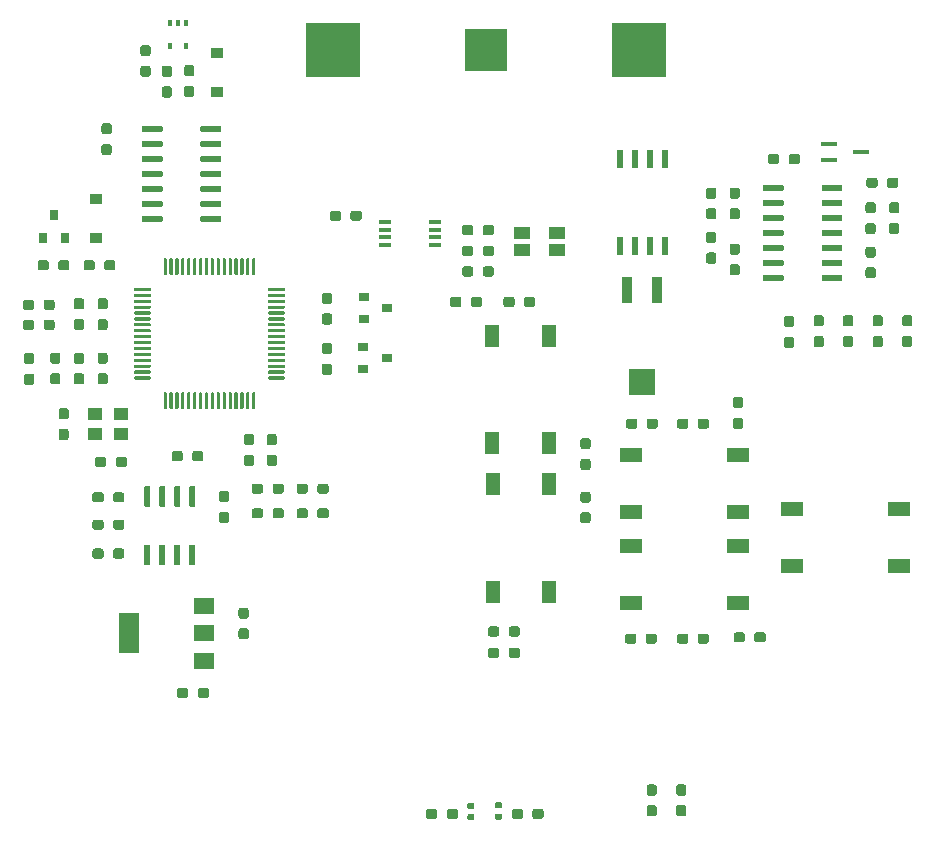
<source format=gbp>
G04 #@! TF.GenerationSoftware,KiCad,Pcbnew,(5.1.5)-3*
G04 #@! TF.CreationDate,2020-04-03T10:32:08+01:00*
G04 #@! TF.ProjectId,sync_module,73796e63-5f6d-46f6-9475-6c652e6b6963,rev?*
G04 #@! TF.SameCoordinates,Original*
G04 #@! TF.FileFunction,Paste,Bot*
G04 #@! TF.FilePolarity,Positive*
%FSLAX46Y46*%
G04 Gerber Fmt 4.6, Leading zero omitted, Abs format (unit mm)*
G04 Created by KiCad (PCBNEW (5.1.5)-3) date 2020-04-03 10:32:08*
%MOMM*%
%LPD*%
G04 APERTURE LIST*
%ADD10R,1.890000X1.260000*%
%ADD11R,1.260000X1.890000*%
%ADD12R,4.680000X4.680000*%
%ADD13R,3.600000X3.600000*%
%ADD14R,1.080000X0.810000*%
%ADD15C,0.100000*%
%ADD16R,0.360000X0.585000*%
%ADD17R,1.260000X1.080000*%
%ADD18R,0.990000X0.360000*%
%ADD19R,1.350000X0.990000*%
%ADD20R,1.350000X0.405000*%
%ADD21R,0.720000X0.810000*%
%ADD22R,0.810000X0.720000*%
%ADD23R,0.495000X1.575000*%
%ADD24R,1.800000X3.420000*%
%ADD25R,1.800000X1.350000*%
%ADD26R,2.250000X2.250000*%
%ADD27R,0.900000X2.250000*%
G04 APERTURE END LIST*
D10*
X21350000Y-2650000D03*
X12250000Y-2650000D03*
X21350000Y-7450000D03*
X12250000Y-7450000D03*
X12250000Y-15150000D03*
X21350000Y-15150000D03*
X12250000Y-10350000D03*
X21350000Y-10350000D03*
X34950000Y-7250000D03*
X25850000Y-7250000D03*
X34950000Y-12050000D03*
X25850000Y-12050000D03*
D11*
X5300000Y-1650000D03*
X5300000Y7450000D03*
X500000Y-1650000D03*
X500000Y7450000D03*
X5350000Y-14250000D03*
X5350000Y-5150000D03*
X550000Y-14250000D03*
X550000Y-5150000D03*
D12*
X12950000Y31600000D03*
X-12950000Y31600000D03*
D13*
X0Y31600000D03*
D14*
X-22800000Y28100000D03*
X-22800000Y31400000D03*
D15*
G36*
X-26815299Y30296471D02*
G01*
X-26794549Y30293393D01*
X-26774202Y30288296D01*
X-26754451Y30281229D01*
X-26735489Y30272261D01*
X-26717497Y30261477D01*
X-26700648Y30248981D01*
X-26685106Y30234894D01*
X-26671019Y30219352D01*
X-26658523Y30202503D01*
X-26647739Y30184511D01*
X-26638771Y30165549D01*
X-26631704Y30145798D01*
X-26626607Y30125451D01*
X-26623529Y30104701D01*
X-26622500Y30083750D01*
X-26622500Y29566250D01*
X-26623529Y29545299D01*
X-26626607Y29524549D01*
X-26631704Y29504202D01*
X-26638771Y29484451D01*
X-26647739Y29465489D01*
X-26658523Y29447497D01*
X-26671019Y29430648D01*
X-26685106Y29415106D01*
X-26700648Y29401019D01*
X-26717497Y29388523D01*
X-26735489Y29377739D01*
X-26754451Y29368771D01*
X-26774202Y29361704D01*
X-26794549Y29356607D01*
X-26815299Y29353529D01*
X-26836250Y29352500D01*
X-27263750Y29352500D01*
X-27284701Y29353529D01*
X-27305451Y29356607D01*
X-27325798Y29361704D01*
X-27345549Y29368771D01*
X-27364511Y29377739D01*
X-27382503Y29388523D01*
X-27399352Y29401019D01*
X-27414894Y29415106D01*
X-27428981Y29430648D01*
X-27441477Y29447497D01*
X-27452261Y29465489D01*
X-27461229Y29484451D01*
X-27468296Y29504202D01*
X-27473393Y29524549D01*
X-27476471Y29545299D01*
X-27477500Y29566250D01*
X-27477500Y30083750D01*
X-27476471Y30104701D01*
X-27473393Y30125451D01*
X-27468296Y30145798D01*
X-27461229Y30165549D01*
X-27452261Y30184511D01*
X-27441477Y30202503D01*
X-27428981Y30219352D01*
X-27414894Y30234894D01*
X-27399352Y30248981D01*
X-27382503Y30261477D01*
X-27364511Y30272261D01*
X-27345549Y30281229D01*
X-27325798Y30288296D01*
X-27305451Y30293393D01*
X-27284701Y30296471D01*
X-27263750Y30297500D01*
X-26836250Y30297500D01*
X-26815299Y30296471D01*
G37*
G36*
X-26815299Y28546471D02*
G01*
X-26794549Y28543393D01*
X-26774202Y28538296D01*
X-26754451Y28531229D01*
X-26735489Y28522261D01*
X-26717497Y28511477D01*
X-26700648Y28498981D01*
X-26685106Y28484894D01*
X-26671019Y28469352D01*
X-26658523Y28452503D01*
X-26647739Y28434511D01*
X-26638771Y28415549D01*
X-26631704Y28395798D01*
X-26626607Y28375451D01*
X-26623529Y28354701D01*
X-26622500Y28333750D01*
X-26622500Y27816250D01*
X-26623529Y27795299D01*
X-26626607Y27774549D01*
X-26631704Y27754202D01*
X-26638771Y27734451D01*
X-26647739Y27715489D01*
X-26658523Y27697497D01*
X-26671019Y27680648D01*
X-26685106Y27665106D01*
X-26700648Y27651019D01*
X-26717497Y27638523D01*
X-26735489Y27627739D01*
X-26754451Y27618771D01*
X-26774202Y27611704D01*
X-26794549Y27606607D01*
X-26815299Y27603529D01*
X-26836250Y27602500D01*
X-27263750Y27602500D01*
X-27284701Y27603529D01*
X-27305451Y27606607D01*
X-27325798Y27611704D01*
X-27345549Y27618771D01*
X-27364511Y27627739D01*
X-27382503Y27638523D01*
X-27399352Y27651019D01*
X-27414894Y27665106D01*
X-27428981Y27680648D01*
X-27441477Y27697497D01*
X-27452261Y27715489D01*
X-27461229Y27734451D01*
X-27468296Y27754202D01*
X-27473393Y27774549D01*
X-27476471Y27795299D01*
X-27477500Y27816250D01*
X-27477500Y28333750D01*
X-27476471Y28354701D01*
X-27473393Y28375451D01*
X-27468296Y28395798D01*
X-27461229Y28415549D01*
X-27452261Y28434511D01*
X-27441477Y28452503D01*
X-27428981Y28469352D01*
X-27414894Y28484894D01*
X-27399352Y28498981D01*
X-27382503Y28511477D01*
X-27364511Y28522261D01*
X-27345549Y28531229D01*
X-27325798Y28538296D01*
X-27305451Y28543393D01*
X-27284701Y28546471D01*
X-27263750Y28547500D01*
X-26836250Y28547500D01*
X-26815299Y28546471D01*
G37*
G36*
X-28615299Y30296471D02*
G01*
X-28594549Y30293393D01*
X-28574202Y30288296D01*
X-28554451Y30281229D01*
X-28535489Y30272261D01*
X-28517497Y30261477D01*
X-28500648Y30248981D01*
X-28485106Y30234894D01*
X-28471019Y30219352D01*
X-28458523Y30202503D01*
X-28447739Y30184511D01*
X-28438771Y30165549D01*
X-28431704Y30145798D01*
X-28426607Y30125451D01*
X-28423529Y30104701D01*
X-28422500Y30083750D01*
X-28422500Y29566250D01*
X-28423529Y29545299D01*
X-28426607Y29524549D01*
X-28431704Y29504202D01*
X-28438771Y29484451D01*
X-28447739Y29465489D01*
X-28458523Y29447497D01*
X-28471019Y29430648D01*
X-28485106Y29415106D01*
X-28500648Y29401019D01*
X-28517497Y29388523D01*
X-28535489Y29377739D01*
X-28554451Y29368771D01*
X-28574202Y29361704D01*
X-28594549Y29356607D01*
X-28615299Y29353529D01*
X-28636250Y29352500D01*
X-29063750Y29352500D01*
X-29084701Y29353529D01*
X-29105451Y29356607D01*
X-29125798Y29361704D01*
X-29145549Y29368771D01*
X-29164511Y29377739D01*
X-29182503Y29388523D01*
X-29199352Y29401019D01*
X-29214894Y29415106D01*
X-29228981Y29430648D01*
X-29241477Y29447497D01*
X-29252261Y29465489D01*
X-29261229Y29484451D01*
X-29268296Y29504202D01*
X-29273393Y29524549D01*
X-29276471Y29545299D01*
X-29277500Y29566250D01*
X-29277500Y30083750D01*
X-29276471Y30104701D01*
X-29273393Y30125451D01*
X-29268296Y30145798D01*
X-29261229Y30165549D01*
X-29252261Y30184511D01*
X-29241477Y30202503D01*
X-29228981Y30219352D01*
X-29214894Y30234894D01*
X-29199352Y30248981D01*
X-29182503Y30261477D01*
X-29164511Y30272261D01*
X-29145549Y30281229D01*
X-29125798Y30288296D01*
X-29105451Y30293393D01*
X-29084701Y30296471D01*
X-29063750Y30297500D01*
X-28636250Y30297500D01*
X-28615299Y30296471D01*
G37*
G36*
X-28615299Y32046471D02*
G01*
X-28594549Y32043393D01*
X-28574202Y32038296D01*
X-28554451Y32031229D01*
X-28535489Y32022261D01*
X-28517497Y32011477D01*
X-28500648Y31998981D01*
X-28485106Y31984894D01*
X-28471019Y31969352D01*
X-28458523Y31952503D01*
X-28447739Y31934511D01*
X-28438771Y31915549D01*
X-28431704Y31895798D01*
X-28426607Y31875451D01*
X-28423529Y31854701D01*
X-28422500Y31833750D01*
X-28422500Y31316250D01*
X-28423529Y31295299D01*
X-28426607Y31274549D01*
X-28431704Y31254202D01*
X-28438771Y31234451D01*
X-28447739Y31215489D01*
X-28458523Y31197497D01*
X-28471019Y31180648D01*
X-28485106Y31165106D01*
X-28500648Y31151019D01*
X-28517497Y31138523D01*
X-28535489Y31127739D01*
X-28554451Y31118771D01*
X-28574202Y31111704D01*
X-28594549Y31106607D01*
X-28615299Y31103529D01*
X-28636250Y31102500D01*
X-29063750Y31102500D01*
X-29084701Y31103529D01*
X-29105451Y31106607D01*
X-29125798Y31111704D01*
X-29145549Y31118771D01*
X-29164511Y31127739D01*
X-29182503Y31138523D01*
X-29199352Y31151019D01*
X-29214894Y31165106D01*
X-29228981Y31180648D01*
X-29241477Y31197497D01*
X-29252261Y31215489D01*
X-29261229Y31234451D01*
X-29268296Y31254202D01*
X-29273393Y31274549D01*
X-29276471Y31295299D01*
X-29277500Y31316250D01*
X-29277500Y31833750D01*
X-29276471Y31854701D01*
X-29273393Y31875451D01*
X-29268296Y31895798D01*
X-29261229Y31915549D01*
X-29252261Y31934511D01*
X-29241477Y31952503D01*
X-29228981Y31969352D01*
X-29214894Y31984894D01*
X-29199352Y31998981D01*
X-29182503Y32011477D01*
X-29164511Y32022261D01*
X-29145549Y32031229D01*
X-29125798Y32038296D01*
X-29105451Y32043393D01*
X-29084701Y32046471D01*
X-29063750Y32047500D01*
X-28636250Y32047500D01*
X-28615299Y32046471D01*
G37*
G36*
X-24915299Y28596471D02*
G01*
X-24894549Y28593393D01*
X-24874202Y28588296D01*
X-24854451Y28581229D01*
X-24835489Y28572261D01*
X-24817497Y28561477D01*
X-24800648Y28548981D01*
X-24785106Y28534894D01*
X-24771019Y28519352D01*
X-24758523Y28502503D01*
X-24747739Y28484511D01*
X-24738771Y28465549D01*
X-24731704Y28445798D01*
X-24726607Y28425451D01*
X-24723529Y28404701D01*
X-24722500Y28383750D01*
X-24722500Y27866250D01*
X-24723529Y27845299D01*
X-24726607Y27824549D01*
X-24731704Y27804202D01*
X-24738771Y27784451D01*
X-24747739Y27765489D01*
X-24758523Y27747497D01*
X-24771019Y27730648D01*
X-24785106Y27715106D01*
X-24800648Y27701019D01*
X-24817497Y27688523D01*
X-24835489Y27677739D01*
X-24854451Y27668771D01*
X-24874202Y27661704D01*
X-24894549Y27656607D01*
X-24915299Y27653529D01*
X-24936250Y27652500D01*
X-25363750Y27652500D01*
X-25384701Y27653529D01*
X-25405451Y27656607D01*
X-25425798Y27661704D01*
X-25445549Y27668771D01*
X-25464511Y27677739D01*
X-25482503Y27688523D01*
X-25499352Y27701019D01*
X-25514894Y27715106D01*
X-25528981Y27730648D01*
X-25541477Y27747497D01*
X-25552261Y27765489D01*
X-25561229Y27784451D01*
X-25568296Y27804202D01*
X-25573393Y27824549D01*
X-25576471Y27845299D01*
X-25577500Y27866250D01*
X-25577500Y28383750D01*
X-25576471Y28404701D01*
X-25573393Y28425451D01*
X-25568296Y28445798D01*
X-25561229Y28465549D01*
X-25552261Y28484511D01*
X-25541477Y28502503D01*
X-25528981Y28519352D01*
X-25514894Y28534894D01*
X-25499352Y28548981D01*
X-25482503Y28561477D01*
X-25464511Y28572261D01*
X-25445549Y28581229D01*
X-25425798Y28588296D01*
X-25405451Y28593393D01*
X-25384701Y28596471D01*
X-25363750Y28597500D01*
X-24936250Y28597500D01*
X-24915299Y28596471D01*
G37*
G36*
X-24915299Y30346471D02*
G01*
X-24894549Y30343393D01*
X-24874202Y30338296D01*
X-24854451Y30331229D01*
X-24835489Y30322261D01*
X-24817497Y30311477D01*
X-24800648Y30298981D01*
X-24785106Y30284894D01*
X-24771019Y30269352D01*
X-24758523Y30252503D01*
X-24747739Y30234511D01*
X-24738771Y30215549D01*
X-24731704Y30195798D01*
X-24726607Y30175451D01*
X-24723529Y30154701D01*
X-24722500Y30133750D01*
X-24722500Y29616250D01*
X-24723529Y29595299D01*
X-24726607Y29574549D01*
X-24731704Y29554202D01*
X-24738771Y29534451D01*
X-24747739Y29515489D01*
X-24758523Y29497497D01*
X-24771019Y29480648D01*
X-24785106Y29465106D01*
X-24800648Y29451019D01*
X-24817497Y29438523D01*
X-24835489Y29427739D01*
X-24854451Y29418771D01*
X-24874202Y29411704D01*
X-24894549Y29406607D01*
X-24915299Y29403529D01*
X-24936250Y29402500D01*
X-25363750Y29402500D01*
X-25384701Y29403529D01*
X-25405451Y29406607D01*
X-25425798Y29411704D01*
X-25445549Y29418771D01*
X-25464511Y29427739D01*
X-25482503Y29438523D01*
X-25499352Y29451019D01*
X-25514894Y29465106D01*
X-25528981Y29480648D01*
X-25541477Y29497497D01*
X-25552261Y29515489D01*
X-25561229Y29534451D01*
X-25568296Y29554202D01*
X-25573393Y29574549D01*
X-25576471Y29595299D01*
X-25577500Y29616250D01*
X-25577500Y30133750D01*
X-25576471Y30154701D01*
X-25573393Y30175451D01*
X-25568296Y30195798D01*
X-25561229Y30215549D01*
X-25552261Y30234511D01*
X-25541477Y30252503D01*
X-25528981Y30269352D01*
X-25514894Y30284894D01*
X-25499352Y30298981D01*
X-25482503Y30311477D01*
X-25464511Y30322261D01*
X-25445549Y30331229D01*
X-25425798Y30338296D01*
X-25405451Y30343393D01*
X-25384701Y30346471D01*
X-25363750Y30347500D01*
X-24936250Y30347500D01*
X-24915299Y30346471D01*
G37*
D16*
X-26750000Y33900000D03*
X-25450000Y33900000D03*
X-26100000Y33900000D03*
X-25450000Y32000000D03*
X-26750000Y32000000D03*
D15*
G36*
X-35552296Y-442281D02*
G01*
X-35531546Y-445359D01*
X-35511199Y-450456D01*
X-35491448Y-457523D01*
X-35472486Y-466491D01*
X-35454494Y-477275D01*
X-35437645Y-489771D01*
X-35422103Y-503858D01*
X-35408016Y-519400D01*
X-35395520Y-536249D01*
X-35384736Y-554241D01*
X-35375768Y-573203D01*
X-35368701Y-592954D01*
X-35363604Y-613301D01*
X-35360526Y-634051D01*
X-35359497Y-655002D01*
X-35359497Y-1172502D01*
X-35360526Y-1193453D01*
X-35363604Y-1214203D01*
X-35368701Y-1234550D01*
X-35375768Y-1254301D01*
X-35384736Y-1273263D01*
X-35395520Y-1291255D01*
X-35408016Y-1308104D01*
X-35422103Y-1323646D01*
X-35437645Y-1337733D01*
X-35454494Y-1350229D01*
X-35472486Y-1361013D01*
X-35491448Y-1369981D01*
X-35511199Y-1377048D01*
X-35531546Y-1382145D01*
X-35552296Y-1385223D01*
X-35573247Y-1386252D01*
X-36000747Y-1386252D01*
X-36021698Y-1385223D01*
X-36042448Y-1382145D01*
X-36062795Y-1377048D01*
X-36082546Y-1369981D01*
X-36101508Y-1361013D01*
X-36119500Y-1350229D01*
X-36136349Y-1337733D01*
X-36151891Y-1323646D01*
X-36165978Y-1308104D01*
X-36178474Y-1291255D01*
X-36189258Y-1273263D01*
X-36198226Y-1254301D01*
X-36205293Y-1234550D01*
X-36210390Y-1214203D01*
X-36213468Y-1193453D01*
X-36214497Y-1172502D01*
X-36214497Y-655002D01*
X-36213468Y-634051D01*
X-36210390Y-613301D01*
X-36205293Y-592954D01*
X-36198226Y-573203D01*
X-36189258Y-554241D01*
X-36178474Y-536249D01*
X-36165978Y-519400D01*
X-36151891Y-503858D01*
X-36136349Y-489771D01*
X-36119500Y-477275D01*
X-36101508Y-466491D01*
X-36082546Y-457523D01*
X-36062795Y-450456D01*
X-36042448Y-445359D01*
X-36021698Y-442281D01*
X-36000747Y-441252D01*
X-35573247Y-441252D01*
X-35552296Y-442281D01*
G37*
G36*
X-35552296Y1307719D02*
G01*
X-35531546Y1304641D01*
X-35511199Y1299544D01*
X-35491448Y1292477D01*
X-35472486Y1283509D01*
X-35454494Y1272725D01*
X-35437645Y1260229D01*
X-35422103Y1246142D01*
X-35408016Y1230600D01*
X-35395520Y1213751D01*
X-35384736Y1195759D01*
X-35375768Y1176797D01*
X-35368701Y1157046D01*
X-35363604Y1136699D01*
X-35360526Y1115949D01*
X-35359497Y1094998D01*
X-35359497Y577498D01*
X-35360526Y556547D01*
X-35363604Y535797D01*
X-35368701Y515450D01*
X-35375768Y495699D01*
X-35384736Y476737D01*
X-35395520Y458745D01*
X-35408016Y441896D01*
X-35422103Y426354D01*
X-35437645Y412267D01*
X-35454494Y399771D01*
X-35472486Y388987D01*
X-35491448Y380019D01*
X-35511199Y372952D01*
X-35531546Y367855D01*
X-35552296Y364777D01*
X-35573247Y363748D01*
X-36000747Y363748D01*
X-36021698Y364777D01*
X-36042448Y367855D01*
X-36062795Y372952D01*
X-36082546Y380019D01*
X-36101508Y388987D01*
X-36119500Y399771D01*
X-36136349Y412267D01*
X-36151891Y426354D01*
X-36165978Y441896D01*
X-36178474Y458745D01*
X-36189258Y476737D01*
X-36198226Y495699D01*
X-36205293Y515450D01*
X-36210390Y535797D01*
X-36213468Y556547D01*
X-36214497Y577498D01*
X-36214497Y1094998D01*
X-36213468Y1115949D01*
X-36210390Y1136699D01*
X-36205293Y1157046D01*
X-36198226Y1176797D01*
X-36189258Y1195759D01*
X-36178474Y1213751D01*
X-36165978Y1230600D01*
X-36151891Y1246142D01*
X-36136349Y1260229D01*
X-36119500Y1272725D01*
X-36101508Y1283509D01*
X-36082546Y1292477D01*
X-36062795Y1299544D01*
X-36042448Y1304641D01*
X-36021698Y1307719D01*
X-36000747Y1308748D01*
X-35573247Y1308748D01*
X-35552296Y1307719D01*
G37*
G36*
X-32365299Y-2823529D02*
G01*
X-32344549Y-2826607D01*
X-32324202Y-2831704D01*
X-32304451Y-2838771D01*
X-32285489Y-2847739D01*
X-32267497Y-2858523D01*
X-32250648Y-2871019D01*
X-32235106Y-2885106D01*
X-32221019Y-2900648D01*
X-32208523Y-2917497D01*
X-32197739Y-2935489D01*
X-32188771Y-2954451D01*
X-32181704Y-2974202D01*
X-32176607Y-2994549D01*
X-32173529Y-3015299D01*
X-32172500Y-3036250D01*
X-32172500Y-3463750D01*
X-32173529Y-3484701D01*
X-32176607Y-3505451D01*
X-32181704Y-3525798D01*
X-32188771Y-3545549D01*
X-32197739Y-3564511D01*
X-32208523Y-3582503D01*
X-32221019Y-3599352D01*
X-32235106Y-3614894D01*
X-32250648Y-3628981D01*
X-32267497Y-3641477D01*
X-32285489Y-3652261D01*
X-32304451Y-3661229D01*
X-32324202Y-3668296D01*
X-32344549Y-3673393D01*
X-32365299Y-3676471D01*
X-32386250Y-3677500D01*
X-32903750Y-3677500D01*
X-32924701Y-3676471D01*
X-32945451Y-3673393D01*
X-32965798Y-3668296D01*
X-32985549Y-3661229D01*
X-33004511Y-3652261D01*
X-33022503Y-3641477D01*
X-33039352Y-3628981D01*
X-33054894Y-3614894D01*
X-33068981Y-3599352D01*
X-33081477Y-3582503D01*
X-33092261Y-3564511D01*
X-33101229Y-3545549D01*
X-33108296Y-3525798D01*
X-33113393Y-3505451D01*
X-33116471Y-3484701D01*
X-33117500Y-3463750D01*
X-33117500Y-3036250D01*
X-33116471Y-3015299D01*
X-33113393Y-2994549D01*
X-33108296Y-2974202D01*
X-33101229Y-2954451D01*
X-33092261Y-2935489D01*
X-33081477Y-2917497D01*
X-33068981Y-2900648D01*
X-33054894Y-2885106D01*
X-33039352Y-2871019D01*
X-33022503Y-2858523D01*
X-33004511Y-2847739D01*
X-32985549Y-2838771D01*
X-32965798Y-2831704D01*
X-32945451Y-2826607D01*
X-32924701Y-2823529D01*
X-32903750Y-2822500D01*
X-32386250Y-2822500D01*
X-32365299Y-2823529D01*
G37*
G36*
X-30615299Y-2823529D02*
G01*
X-30594549Y-2826607D01*
X-30574202Y-2831704D01*
X-30554451Y-2838771D01*
X-30535489Y-2847739D01*
X-30517497Y-2858523D01*
X-30500648Y-2871019D01*
X-30485106Y-2885106D01*
X-30471019Y-2900648D01*
X-30458523Y-2917497D01*
X-30447739Y-2935489D01*
X-30438771Y-2954451D01*
X-30431704Y-2974202D01*
X-30426607Y-2994549D01*
X-30423529Y-3015299D01*
X-30422500Y-3036250D01*
X-30422500Y-3463750D01*
X-30423529Y-3484701D01*
X-30426607Y-3505451D01*
X-30431704Y-3525798D01*
X-30438771Y-3545549D01*
X-30447739Y-3564511D01*
X-30458523Y-3582503D01*
X-30471019Y-3599352D01*
X-30485106Y-3614894D01*
X-30500648Y-3628981D01*
X-30517497Y-3641477D01*
X-30535489Y-3652261D01*
X-30554451Y-3661229D01*
X-30574202Y-3668296D01*
X-30594549Y-3673393D01*
X-30615299Y-3676471D01*
X-30636250Y-3677500D01*
X-31153750Y-3677500D01*
X-31174701Y-3676471D01*
X-31195451Y-3673393D01*
X-31215798Y-3668296D01*
X-31235549Y-3661229D01*
X-31254511Y-3652261D01*
X-31272503Y-3641477D01*
X-31289352Y-3628981D01*
X-31304894Y-3614894D01*
X-31318981Y-3599352D01*
X-31331477Y-3582503D01*
X-31342261Y-3564511D01*
X-31351229Y-3545549D01*
X-31358296Y-3525798D01*
X-31363393Y-3505451D01*
X-31366471Y-3484701D01*
X-31367500Y-3463750D01*
X-31367500Y-3036250D01*
X-31366471Y-3015299D01*
X-31363393Y-2994549D01*
X-31358296Y-2974202D01*
X-31351229Y-2954451D01*
X-31342261Y-2935489D01*
X-31331477Y-2917497D01*
X-31318981Y-2900648D01*
X-31304894Y-2885106D01*
X-31289352Y-2871019D01*
X-31272503Y-2858523D01*
X-31254511Y-2847739D01*
X-31235549Y-2838771D01*
X-31215798Y-2831704D01*
X-31195451Y-2826607D01*
X-31174701Y-2823529D01*
X-31153750Y-2822500D01*
X-30636250Y-2822500D01*
X-30615299Y-2823529D01*
G37*
D17*
X-30886998Y811249D03*
X-33086998Y811249D03*
X-33086998Y-888751D03*
X-30886998Y-888751D03*
D15*
G36*
X-27520267Y25221599D02*
G01*
X-27507162Y25219655D01*
X-27494311Y25216436D01*
X-27481837Y25211973D01*
X-27469860Y25206308D01*
X-27458497Y25199497D01*
X-27447856Y25191605D01*
X-27438040Y25182708D01*
X-27429143Y25172892D01*
X-27421251Y25162251D01*
X-27414440Y25150888D01*
X-27408775Y25138911D01*
X-27404312Y25126437D01*
X-27401093Y25113586D01*
X-27399149Y25100481D01*
X-27398499Y25087249D01*
X-27398499Y24817249D01*
X-27399149Y24804017D01*
X-27401093Y24790912D01*
X-27404312Y24778061D01*
X-27408775Y24765587D01*
X-27414440Y24753610D01*
X-27421251Y24742247D01*
X-27429143Y24731606D01*
X-27438040Y24721790D01*
X-27447856Y24712893D01*
X-27458497Y24705001D01*
X-27469860Y24698190D01*
X-27481837Y24692525D01*
X-27494311Y24688062D01*
X-27507162Y24684843D01*
X-27520267Y24682899D01*
X-27533499Y24682249D01*
X-29018499Y24682249D01*
X-29031731Y24682899D01*
X-29044836Y24684843D01*
X-29057687Y24688062D01*
X-29070161Y24692525D01*
X-29082138Y24698190D01*
X-29093501Y24705001D01*
X-29104142Y24712893D01*
X-29113958Y24721790D01*
X-29122855Y24731606D01*
X-29130747Y24742247D01*
X-29137558Y24753610D01*
X-29143223Y24765587D01*
X-29147686Y24778061D01*
X-29150905Y24790912D01*
X-29152849Y24804017D01*
X-29153499Y24817249D01*
X-29153499Y25087249D01*
X-29152849Y25100481D01*
X-29150905Y25113586D01*
X-29147686Y25126437D01*
X-29143223Y25138911D01*
X-29137558Y25150888D01*
X-29130747Y25162251D01*
X-29122855Y25172892D01*
X-29113958Y25182708D01*
X-29104142Y25191605D01*
X-29093501Y25199497D01*
X-29082138Y25206308D01*
X-29070161Y25211973D01*
X-29057687Y25216436D01*
X-29044836Y25219655D01*
X-29031731Y25221599D01*
X-29018499Y25222249D01*
X-27533499Y25222249D01*
X-27520267Y25221599D01*
G37*
G36*
X-27520267Y23951599D02*
G01*
X-27507162Y23949655D01*
X-27494311Y23946436D01*
X-27481837Y23941973D01*
X-27469860Y23936308D01*
X-27458497Y23929497D01*
X-27447856Y23921605D01*
X-27438040Y23912708D01*
X-27429143Y23902892D01*
X-27421251Y23892251D01*
X-27414440Y23880888D01*
X-27408775Y23868911D01*
X-27404312Y23856437D01*
X-27401093Y23843586D01*
X-27399149Y23830481D01*
X-27398499Y23817249D01*
X-27398499Y23547249D01*
X-27399149Y23534017D01*
X-27401093Y23520912D01*
X-27404312Y23508061D01*
X-27408775Y23495587D01*
X-27414440Y23483610D01*
X-27421251Y23472247D01*
X-27429143Y23461606D01*
X-27438040Y23451790D01*
X-27447856Y23442893D01*
X-27458497Y23435001D01*
X-27469860Y23428190D01*
X-27481837Y23422525D01*
X-27494311Y23418062D01*
X-27507162Y23414843D01*
X-27520267Y23412899D01*
X-27533499Y23412249D01*
X-29018499Y23412249D01*
X-29031731Y23412899D01*
X-29044836Y23414843D01*
X-29057687Y23418062D01*
X-29070161Y23422525D01*
X-29082138Y23428190D01*
X-29093501Y23435001D01*
X-29104142Y23442893D01*
X-29113958Y23451790D01*
X-29122855Y23461606D01*
X-29130747Y23472247D01*
X-29137558Y23483610D01*
X-29143223Y23495587D01*
X-29147686Y23508061D01*
X-29150905Y23520912D01*
X-29152849Y23534017D01*
X-29153499Y23547249D01*
X-29153499Y23817249D01*
X-29152849Y23830481D01*
X-29150905Y23843586D01*
X-29147686Y23856437D01*
X-29143223Y23868911D01*
X-29137558Y23880888D01*
X-29130747Y23892251D01*
X-29122855Y23902892D01*
X-29113958Y23912708D01*
X-29104142Y23921605D01*
X-29093501Y23929497D01*
X-29082138Y23936308D01*
X-29070161Y23941973D01*
X-29057687Y23946436D01*
X-29044836Y23949655D01*
X-29031731Y23951599D01*
X-29018499Y23952249D01*
X-27533499Y23952249D01*
X-27520267Y23951599D01*
G37*
G36*
X-27520267Y22681599D02*
G01*
X-27507162Y22679655D01*
X-27494311Y22676436D01*
X-27481837Y22671973D01*
X-27469860Y22666308D01*
X-27458497Y22659497D01*
X-27447856Y22651605D01*
X-27438040Y22642708D01*
X-27429143Y22632892D01*
X-27421251Y22622251D01*
X-27414440Y22610888D01*
X-27408775Y22598911D01*
X-27404312Y22586437D01*
X-27401093Y22573586D01*
X-27399149Y22560481D01*
X-27398499Y22547249D01*
X-27398499Y22277249D01*
X-27399149Y22264017D01*
X-27401093Y22250912D01*
X-27404312Y22238061D01*
X-27408775Y22225587D01*
X-27414440Y22213610D01*
X-27421251Y22202247D01*
X-27429143Y22191606D01*
X-27438040Y22181790D01*
X-27447856Y22172893D01*
X-27458497Y22165001D01*
X-27469860Y22158190D01*
X-27481837Y22152525D01*
X-27494311Y22148062D01*
X-27507162Y22144843D01*
X-27520267Y22142899D01*
X-27533499Y22142249D01*
X-29018499Y22142249D01*
X-29031731Y22142899D01*
X-29044836Y22144843D01*
X-29057687Y22148062D01*
X-29070161Y22152525D01*
X-29082138Y22158190D01*
X-29093501Y22165001D01*
X-29104142Y22172893D01*
X-29113958Y22181790D01*
X-29122855Y22191606D01*
X-29130747Y22202247D01*
X-29137558Y22213610D01*
X-29143223Y22225587D01*
X-29147686Y22238061D01*
X-29150905Y22250912D01*
X-29152849Y22264017D01*
X-29153499Y22277249D01*
X-29153499Y22547249D01*
X-29152849Y22560481D01*
X-29150905Y22573586D01*
X-29147686Y22586437D01*
X-29143223Y22598911D01*
X-29137558Y22610888D01*
X-29130747Y22622251D01*
X-29122855Y22632892D01*
X-29113958Y22642708D01*
X-29104142Y22651605D01*
X-29093501Y22659497D01*
X-29082138Y22666308D01*
X-29070161Y22671973D01*
X-29057687Y22676436D01*
X-29044836Y22679655D01*
X-29031731Y22681599D01*
X-29018499Y22682249D01*
X-27533499Y22682249D01*
X-27520267Y22681599D01*
G37*
G36*
X-27520267Y21411599D02*
G01*
X-27507162Y21409655D01*
X-27494311Y21406436D01*
X-27481837Y21401973D01*
X-27469860Y21396308D01*
X-27458497Y21389497D01*
X-27447856Y21381605D01*
X-27438040Y21372708D01*
X-27429143Y21362892D01*
X-27421251Y21352251D01*
X-27414440Y21340888D01*
X-27408775Y21328911D01*
X-27404312Y21316437D01*
X-27401093Y21303586D01*
X-27399149Y21290481D01*
X-27398499Y21277249D01*
X-27398499Y21007249D01*
X-27399149Y20994017D01*
X-27401093Y20980912D01*
X-27404312Y20968061D01*
X-27408775Y20955587D01*
X-27414440Y20943610D01*
X-27421251Y20932247D01*
X-27429143Y20921606D01*
X-27438040Y20911790D01*
X-27447856Y20902893D01*
X-27458497Y20895001D01*
X-27469860Y20888190D01*
X-27481837Y20882525D01*
X-27494311Y20878062D01*
X-27507162Y20874843D01*
X-27520267Y20872899D01*
X-27533499Y20872249D01*
X-29018499Y20872249D01*
X-29031731Y20872899D01*
X-29044836Y20874843D01*
X-29057687Y20878062D01*
X-29070161Y20882525D01*
X-29082138Y20888190D01*
X-29093501Y20895001D01*
X-29104142Y20902893D01*
X-29113958Y20911790D01*
X-29122855Y20921606D01*
X-29130747Y20932247D01*
X-29137558Y20943610D01*
X-29143223Y20955587D01*
X-29147686Y20968061D01*
X-29150905Y20980912D01*
X-29152849Y20994017D01*
X-29153499Y21007249D01*
X-29153499Y21277249D01*
X-29152849Y21290481D01*
X-29150905Y21303586D01*
X-29147686Y21316437D01*
X-29143223Y21328911D01*
X-29137558Y21340888D01*
X-29130747Y21352251D01*
X-29122855Y21362892D01*
X-29113958Y21372708D01*
X-29104142Y21381605D01*
X-29093501Y21389497D01*
X-29082138Y21396308D01*
X-29070161Y21401973D01*
X-29057687Y21406436D01*
X-29044836Y21409655D01*
X-29031731Y21411599D01*
X-29018499Y21412249D01*
X-27533499Y21412249D01*
X-27520267Y21411599D01*
G37*
G36*
X-27520267Y20141599D02*
G01*
X-27507162Y20139655D01*
X-27494311Y20136436D01*
X-27481837Y20131973D01*
X-27469860Y20126308D01*
X-27458497Y20119497D01*
X-27447856Y20111605D01*
X-27438040Y20102708D01*
X-27429143Y20092892D01*
X-27421251Y20082251D01*
X-27414440Y20070888D01*
X-27408775Y20058911D01*
X-27404312Y20046437D01*
X-27401093Y20033586D01*
X-27399149Y20020481D01*
X-27398499Y20007249D01*
X-27398499Y19737249D01*
X-27399149Y19724017D01*
X-27401093Y19710912D01*
X-27404312Y19698061D01*
X-27408775Y19685587D01*
X-27414440Y19673610D01*
X-27421251Y19662247D01*
X-27429143Y19651606D01*
X-27438040Y19641790D01*
X-27447856Y19632893D01*
X-27458497Y19625001D01*
X-27469860Y19618190D01*
X-27481837Y19612525D01*
X-27494311Y19608062D01*
X-27507162Y19604843D01*
X-27520267Y19602899D01*
X-27533499Y19602249D01*
X-29018499Y19602249D01*
X-29031731Y19602899D01*
X-29044836Y19604843D01*
X-29057687Y19608062D01*
X-29070161Y19612525D01*
X-29082138Y19618190D01*
X-29093501Y19625001D01*
X-29104142Y19632893D01*
X-29113958Y19641790D01*
X-29122855Y19651606D01*
X-29130747Y19662247D01*
X-29137558Y19673610D01*
X-29143223Y19685587D01*
X-29147686Y19698061D01*
X-29150905Y19710912D01*
X-29152849Y19724017D01*
X-29153499Y19737249D01*
X-29153499Y20007249D01*
X-29152849Y20020481D01*
X-29150905Y20033586D01*
X-29147686Y20046437D01*
X-29143223Y20058911D01*
X-29137558Y20070888D01*
X-29130747Y20082251D01*
X-29122855Y20092892D01*
X-29113958Y20102708D01*
X-29104142Y20111605D01*
X-29093501Y20119497D01*
X-29082138Y20126308D01*
X-29070161Y20131973D01*
X-29057687Y20136436D01*
X-29044836Y20139655D01*
X-29031731Y20141599D01*
X-29018499Y20142249D01*
X-27533499Y20142249D01*
X-27520267Y20141599D01*
G37*
G36*
X-27520267Y18871599D02*
G01*
X-27507162Y18869655D01*
X-27494311Y18866436D01*
X-27481837Y18861973D01*
X-27469860Y18856308D01*
X-27458497Y18849497D01*
X-27447856Y18841605D01*
X-27438040Y18832708D01*
X-27429143Y18822892D01*
X-27421251Y18812251D01*
X-27414440Y18800888D01*
X-27408775Y18788911D01*
X-27404312Y18776437D01*
X-27401093Y18763586D01*
X-27399149Y18750481D01*
X-27398499Y18737249D01*
X-27398499Y18467249D01*
X-27399149Y18454017D01*
X-27401093Y18440912D01*
X-27404312Y18428061D01*
X-27408775Y18415587D01*
X-27414440Y18403610D01*
X-27421251Y18392247D01*
X-27429143Y18381606D01*
X-27438040Y18371790D01*
X-27447856Y18362893D01*
X-27458497Y18355001D01*
X-27469860Y18348190D01*
X-27481837Y18342525D01*
X-27494311Y18338062D01*
X-27507162Y18334843D01*
X-27520267Y18332899D01*
X-27533499Y18332249D01*
X-29018499Y18332249D01*
X-29031731Y18332899D01*
X-29044836Y18334843D01*
X-29057687Y18338062D01*
X-29070161Y18342525D01*
X-29082138Y18348190D01*
X-29093501Y18355001D01*
X-29104142Y18362893D01*
X-29113958Y18371790D01*
X-29122855Y18381606D01*
X-29130747Y18392247D01*
X-29137558Y18403610D01*
X-29143223Y18415587D01*
X-29147686Y18428061D01*
X-29150905Y18440912D01*
X-29152849Y18454017D01*
X-29153499Y18467249D01*
X-29153499Y18737249D01*
X-29152849Y18750481D01*
X-29150905Y18763586D01*
X-29147686Y18776437D01*
X-29143223Y18788911D01*
X-29137558Y18800888D01*
X-29130747Y18812251D01*
X-29122855Y18822892D01*
X-29113958Y18832708D01*
X-29104142Y18841605D01*
X-29093501Y18849497D01*
X-29082138Y18856308D01*
X-29070161Y18861973D01*
X-29057687Y18866436D01*
X-29044836Y18869655D01*
X-29031731Y18871599D01*
X-29018499Y18872249D01*
X-27533499Y18872249D01*
X-27520267Y18871599D01*
G37*
G36*
X-27520267Y17601599D02*
G01*
X-27507162Y17599655D01*
X-27494311Y17596436D01*
X-27481837Y17591973D01*
X-27469860Y17586308D01*
X-27458497Y17579497D01*
X-27447856Y17571605D01*
X-27438040Y17562708D01*
X-27429143Y17552892D01*
X-27421251Y17542251D01*
X-27414440Y17530888D01*
X-27408775Y17518911D01*
X-27404312Y17506437D01*
X-27401093Y17493586D01*
X-27399149Y17480481D01*
X-27398499Y17467249D01*
X-27398499Y17197249D01*
X-27399149Y17184017D01*
X-27401093Y17170912D01*
X-27404312Y17158061D01*
X-27408775Y17145587D01*
X-27414440Y17133610D01*
X-27421251Y17122247D01*
X-27429143Y17111606D01*
X-27438040Y17101790D01*
X-27447856Y17092893D01*
X-27458497Y17085001D01*
X-27469860Y17078190D01*
X-27481837Y17072525D01*
X-27494311Y17068062D01*
X-27507162Y17064843D01*
X-27520267Y17062899D01*
X-27533499Y17062249D01*
X-29018499Y17062249D01*
X-29031731Y17062899D01*
X-29044836Y17064843D01*
X-29057687Y17068062D01*
X-29070161Y17072525D01*
X-29082138Y17078190D01*
X-29093501Y17085001D01*
X-29104142Y17092893D01*
X-29113958Y17101790D01*
X-29122855Y17111606D01*
X-29130747Y17122247D01*
X-29137558Y17133610D01*
X-29143223Y17145587D01*
X-29147686Y17158061D01*
X-29150905Y17170912D01*
X-29152849Y17184017D01*
X-29153499Y17197249D01*
X-29153499Y17467249D01*
X-29152849Y17480481D01*
X-29150905Y17493586D01*
X-29147686Y17506437D01*
X-29143223Y17518911D01*
X-29137558Y17530888D01*
X-29130747Y17542251D01*
X-29122855Y17552892D01*
X-29113958Y17562708D01*
X-29104142Y17571605D01*
X-29093501Y17579497D01*
X-29082138Y17586308D01*
X-29070161Y17591973D01*
X-29057687Y17596436D01*
X-29044836Y17599655D01*
X-29031731Y17601599D01*
X-29018499Y17602249D01*
X-27533499Y17602249D01*
X-27520267Y17601599D01*
G37*
G36*
X-22570267Y17601599D02*
G01*
X-22557162Y17599655D01*
X-22544311Y17596436D01*
X-22531837Y17591973D01*
X-22519860Y17586308D01*
X-22508497Y17579497D01*
X-22497856Y17571605D01*
X-22488040Y17562708D01*
X-22479143Y17552892D01*
X-22471251Y17542251D01*
X-22464440Y17530888D01*
X-22458775Y17518911D01*
X-22454312Y17506437D01*
X-22451093Y17493586D01*
X-22449149Y17480481D01*
X-22448499Y17467249D01*
X-22448499Y17197249D01*
X-22449149Y17184017D01*
X-22451093Y17170912D01*
X-22454312Y17158061D01*
X-22458775Y17145587D01*
X-22464440Y17133610D01*
X-22471251Y17122247D01*
X-22479143Y17111606D01*
X-22488040Y17101790D01*
X-22497856Y17092893D01*
X-22508497Y17085001D01*
X-22519860Y17078190D01*
X-22531837Y17072525D01*
X-22544311Y17068062D01*
X-22557162Y17064843D01*
X-22570267Y17062899D01*
X-22583499Y17062249D01*
X-24068499Y17062249D01*
X-24081731Y17062899D01*
X-24094836Y17064843D01*
X-24107687Y17068062D01*
X-24120161Y17072525D01*
X-24132138Y17078190D01*
X-24143501Y17085001D01*
X-24154142Y17092893D01*
X-24163958Y17101790D01*
X-24172855Y17111606D01*
X-24180747Y17122247D01*
X-24187558Y17133610D01*
X-24193223Y17145587D01*
X-24197686Y17158061D01*
X-24200905Y17170912D01*
X-24202849Y17184017D01*
X-24203499Y17197249D01*
X-24203499Y17467249D01*
X-24202849Y17480481D01*
X-24200905Y17493586D01*
X-24197686Y17506437D01*
X-24193223Y17518911D01*
X-24187558Y17530888D01*
X-24180747Y17542251D01*
X-24172855Y17552892D01*
X-24163958Y17562708D01*
X-24154142Y17571605D01*
X-24143501Y17579497D01*
X-24132138Y17586308D01*
X-24120161Y17591973D01*
X-24107687Y17596436D01*
X-24094836Y17599655D01*
X-24081731Y17601599D01*
X-24068499Y17602249D01*
X-22583499Y17602249D01*
X-22570267Y17601599D01*
G37*
G36*
X-22570267Y18871599D02*
G01*
X-22557162Y18869655D01*
X-22544311Y18866436D01*
X-22531837Y18861973D01*
X-22519860Y18856308D01*
X-22508497Y18849497D01*
X-22497856Y18841605D01*
X-22488040Y18832708D01*
X-22479143Y18822892D01*
X-22471251Y18812251D01*
X-22464440Y18800888D01*
X-22458775Y18788911D01*
X-22454312Y18776437D01*
X-22451093Y18763586D01*
X-22449149Y18750481D01*
X-22448499Y18737249D01*
X-22448499Y18467249D01*
X-22449149Y18454017D01*
X-22451093Y18440912D01*
X-22454312Y18428061D01*
X-22458775Y18415587D01*
X-22464440Y18403610D01*
X-22471251Y18392247D01*
X-22479143Y18381606D01*
X-22488040Y18371790D01*
X-22497856Y18362893D01*
X-22508497Y18355001D01*
X-22519860Y18348190D01*
X-22531837Y18342525D01*
X-22544311Y18338062D01*
X-22557162Y18334843D01*
X-22570267Y18332899D01*
X-22583499Y18332249D01*
X-24068499Y18332249D01*
X-24081731Y18332899D01*
X-24094836Y18334843D01*
X-24107687Y18338062D01*
X-24120161Y18342525D01*
X-24132138Y18348190D01*
X-24143501Y18355001D01*
X-24154142Y18362893D01*
X-24163958Y18371790D01*
X-24172855Y18381606D01*
X-24180747Y18392247D01*
X-24187558Y18403610D01*
X-24193223Y18415587D01*
X-24197686Y18428061D01*
X-24200905Y18440912D01*
X-24202849Y18454017D01*
X-24203499Y18467249D01*
X-24203499Y18737249D01*
X-24202849Y18750481D01*
X-24200905Y18763586D01*
X-24197686Y18776437D01*
X-24193223Y18788911D01*
X-24187558Y18800888D01*
X-24180747Y18812251D01*
X-24172855Y18822892D01*
X-24163958Y18832708D01*
X-24154142Y18841605D01*
X-24143501Y18849497D01*
X-24132138Y18856308D01*
X-24120161Y18861973D01*
X-24107687Y18866436D01*
X-24094836Y18869655D01*
X-24081731Y18871599D01*
X-24068499Y18872249D01*
X-22583499Y18872249D01*
X-22570267Y18871599D01*
G37*
G36*
X-22570267Y20141599D02*
G01*
X-22557162Y20139655D01*
X-22544311Y20136436D01*
X-22531837Y20131973D01*
X-22519860Y20126308D01*
X-22508497Y20119497D01*
X-22497856Y20111605D01*
X-22488040Y20102708D01*
X-22479143Y20092892D01*
X-22471251Y20082251D01*
X-22464440Y20070888D01*
X-22458775Y20058911D01*
X-22454312Y20046437D01*
X-22451093Y20033586D01*
X-22449149Y20020481D01*
X-22448499Y20007249D01*
X-22448499Y19737249D01*
X-22449149Y19724017D01*
X-22451093Y19710912D01*
X-22454312Y19698061D01*
X-22458775Y19685587D01*
X-22464440Y19673610D01*
X-22471251Y19662247D01*
X-22479143Y19651606D01*
X-22488040Y19641790D01*
X-22497856Y19632893D01*
X-22508497Y19625001D01*
X-22519860Y19618190D01*
X-22531837Y19612525D01*
X-22544311Y19608062D01*
X-22557162Y19604843D01*
X-22570267Y19602899D01*
X-22583499Y19602249D01*
X-24068499Y19602249D01*
X-24081731Y19602899D01*
X-24094836Y19604843D01*
X-24107687Y19608062D01*
X-24120161Y19612525D01*
X-24132138Y19618190D01*
X-24143501Y19625001D01*
X-24154142Y19632893D01*
X-24163958Y19641790D01*
X-24172855Y19651606D01*
X-24180747Y19662247D01*
X-24187558Y19673610D01*
X-24193223Y19685587D01*
X-24197686Y19698061D01*
X-24200905Y19710912D01*
X-24202849Y19724017D01*
X-24203499Y19737249D01*
X-24203499Y20007249D01*
X-24202849Y20020481D01*
X-24200905Y20033586D01*
X-24197686Y20046437D01*
X-24193223Y20058911D01*
X-24187558Y20070888D01*
X-24180747Y20082251D01*
X-24172855Y20092892D01*
X-24163958Y20102708D01*
X-24154142Y20111605D01*
X-24143501Y20119497D01*
X-24132138Y20126308D01*
X-24120161Y20131973D01*
X-24107687Y20136436D01*
X-24094836Y20139655D01*
X-24081731Y20141599D01*
X-24068499Y20142249D01*
X-22583499Y20142249D01*
X-22570267Y20141599D01*
G37*
G36*
X-22570267Y21411599D02*
G01*
X-22557162Y21409655D01*
X-22544311Y21406436D01*
X-22531837Y21401973D01*
X-22519860Y21396308D01*
X-22508497Y21389497D01*
X-22497856Y21381605D01*
X-22488040Y21372708D01*
X-22479143Y21362892D01*
X-22471251Y21352251D01*
X-22464440Y21340888D01*
X-22458775Y21328911D01*
X-22454312Y21316437D01*
X-22451093Y21303586D01*
X-22449149Y21290481D01*
X-22448499Y21277249D01*
X-22448499Y21007249D01*
X-22449149Y20994017D01*
X-22451093Y20980912D01*
X-22454312Y20968061D01*
X-22458775Y20955587D01*
X-22464440Y20943610D01*
X-22471251Y20932247D01*
X-22479143Y20921606D01*
X-22488040Y20911790D01*
X-22497856Y20902893D01*
X-22508497Y20895001D01*
X-22519860Y20888190D01*
X-22531837Y20882525D01*
X-22544311Y20878062D01*
X-22557162Y20874843D01*
X-22570267Y20872899D01*
X-22583499Y20872249D01*
X-24068499Y20872249D01*
X-24081731Y20872899D01*
X-24094836Y20874843D01*
X-24107687Y20878062D01*
X-24120161Y20882525D01*
X-24132138Y20888190D01*
X-24143501Y20895001D01*
X-24154142Y20902893D01*
X-24163958Y20911790D01*
X-24172855Y20921606D01*
X-24180747Y20932247D01*
X-24187558Y20943610D01*
X-24193223Y20955587D01*
X-24197686Y20968061D01*
X-24200905Y20980912D01*
X-24202849Y20994017D01*
X-24203499Y21007249D01*
X-24203499Y21277249D01*
X-24202849Y21290481D01*
X-24200905Y21303586D01*
X-24197686Y21316437D01*
X-24193223Y21328911D01*
X-24187558Y21340888D01*
X-24180747Y21352251D01*
X-24172855Y21362892D01*
X-24163958Y21372708D01*
X-24154142Y21381605D01*
X-24143501Y21389497D01*
X-24132138Y21396308D01*
X-24120161Y21401973D01*
X-24107687Y21406436D01*
X-24094836Y21409655D01*
X-24081731Y21411599D01*
X-24068499Y21412249D01*
X-22583499Y21412249D01*
X-22570267Y21411599D01*
G37*
G36*
X-22570267Y22681599D02*
G01*
X-22557162Y22679655D01*
X-22544311Y22676436D01*
X-22531837Y22671973D01*
X-22519860Y22666308D01*
X-22508497Y22659497D01*
X-22497856Y22651605D01*
X-22488040Y22642708D01*
X-22479143Y22632892D01*
X-22471251Y22622251D01*
X-22464440Y22610888D01*
X-22458775Y22598911D01*
X-22454312Y22586437D01*
X-22451093Y22573586D01*
X-22449149Y22560481D01*
X-22448499Y22547249D01*
X-22448499Y22277249D01*
X-22449149Y22264017D01*
X-22451093Y22250912D01*
X-22454312Y22238061D01*
X-22458775Y22225587D01*
X-22464440Y22213610D01*
X-22471251Y22202247D01*
X-22479143Y22191606D01*
X-22488040Y22181790D01*
X-22497856Y22172893D01*
X-22508497Y22165001D01*
X-22519860Y22158190D01*
X-22531837Y22152525D01*
X-22544311Y22148062D01*
X-22557162Y22144843D01*
X-22570267Y22142899D01*
X-22583499Y22142249D01*
X-24068499Y22142249D01*
X-24081731Y22142899D01*
X-24094836Y22144843D01*
X-24107687Y22148062D01*
X-24120161Y22152525D01*
X-24132138Y22158190D01*
X-24143501Y22165001D01*
X-24154142Y22172893D01*
X-24163958Y22181790D01*
X-24172855Y22191606D01*
X-24180747Y22202247D01*
X-24187558Y22213610D01*
X-24193223Y22225587D01*
X-24197686Y22238061D01*
X-24200905Y22250912D01*
X-24202849Y22264017D01*
X-24203499Y22277249D01*
X-24203499Y22547249D01*
X-24202849Y22560481D01*
X-24200905Y22573586D01*
X-24197686Y22586437D01*
X-24193223Y22598911D01*
X-24187558Y22610888D01*
X-24180747Y22622251D01*
X-24172855Y22632892D01*
X-24163958Y22642708D01*
X-24154142Y22651605D01*
X-24143501Y22659497D01*
X-24132138Y22666308D01*
X-24120161Y22671973D01*
X-24107687Y22676436D01*
X-24094836Y22679655D01*
X-24081731Y22681599D01*
X-24068499Y22682249D01*
X-22583499Y22682249D01*
X-22570267Y22681599D01*
G37*
G36*
X-22570267Y23951599D02*
G01*
X-22557162Y23949655D01*
X-22544311Y23946436D01*
X-22531837Y23941973D01*
X-22519860Y23936308D01*
X-22508497Y23929497D01*
X-22497856Y23921605D01*
X-22488040Y23912708D01*
X-22479143Y23902892D01*
X-22471251Y23892251D01*
X-22464440Y23880888D01*
X-22458775Y23868911D01*
X-22454312Y23856437D01*
X-22451093Y23843586D01*
X-22449149Y23830481D01*
X-22448499Y23817249D01*
X-22448499Y23547249D01*
X-22449149Y23534017D01*
X-22451093Y23520912D01*
X-22454312Y23508061D01*
X-22458775Y23495587D01*
X-22464440Y23483610D01*
X-22471251Y23472247D01*
X-22479143Y23461606D01*
X-22488040Y23451790D01*
X-22497856Y23442893D01*
X-22508497Y23435001D01*
X-22519860Y23428190D01*
X-22531837Y23422525D01*
X-22544311Y23418062D01*
X-22557162Y23414843D01*
X-22570267Y23412899D01*
X-22583499Y23412249D01*
X-24068499Y23412249D01*
X-24081731Y23412899D01*
X-24094836Y23414843D01*
X-24107687Y23418062D01*
X-24120161Y23422525D01*
X-24132138Y23428190D01*
X-24143501Y23435001D01*
X-24154142Y23442893D01*
X-24163958Y23451790D01*
X-24172855Y23461606D01*
X-24180747Y23472247D01*
X-24187558Y23483610D01*
X-24193223Y23495587D01*
X-24197686Y23508061D01*
X-24200905Y23520912D01*
X-24202849Y23534017D01*
X-24203499Y23547249D01*
X-24203499Y23817249D01*
X-24202849Y23830481D01*
X-24200905Y23843586D01*
X-24197686Y23856437D01*
X-24193223Y23868911D01*
X-24187558Y23880888D01*
X-24180747Y23892251D01*
X-24172855Y23902892D01*
X-24163958Y23912708D01*
X-24154142Y23921605D01*
X-24143501Y23929497D01*
X-24132138Y23936308D01*
X-24120161Y23941973D01*
X-24107687Y23946436D01*
X-24094836Y23949655D01*
X-24081731Y23951599D01*
X-24068499Y23952249D01*
X-22583499Y23952249D01*
X-22570267Y23951599D01*
G37*
G36*
X-22570267Y25221599D02*
G01*
X-22557162Y25219655D01*
X-22544311Y25216436D01*
X-22531837Y25211973D01*
X-22519860Y25206308D01*
X-22508497Y25199497D01*
X-22497856Y25191605D01*
X-22488040Y25182708D01*
X-22479143Y25172892D01*
X-22471251Y25162251D01*
X-22464440Y25150888D01*
X-22458775Y25138911D01*
X-22454312Y25126437D01*
X-22451093Y25113586D01*
X-22449149Y25100481D01*
X-22448499Y25087249D01*
X-22448499Y24817249D01*
X-22449149Y24804017D01*
X-22451093Y24790912D01*
X-22454312Y24778061D01*
X-22458775Y24765587D01*
X-22464440Y24753610D01*
X-22471251Y24742247D01*
X-22479143Y24731606D01*
X-22488040Y24721790D01*
X-22497856Y24712893D01*
X-22508497Y24705001D01*
X-22519860Y24698190D01*
X-22531837Y24692525D01*
X-22544311Y24688062D01*
X-22557162Y24684843D01*
X-22570267Y24682899D01*
X-22583499Y24682249D01*
X-24068499Y24682249D01*
X-24081731Y24682899D01*
X-24094836Y24684843D01*
X-24107687Y24688062D01*
X-24120161Y24692525D01*
X-24132138Y24698190D01*
X-24143501Y24705001D01*
X-24154142Y24712893D01*
X-24163958Y24721790D01*
X-24172855Y24731606D01*
X-24180747Y24742247D01*
X-24187558Y24753610D01*
X-24193223Y24765587D01*
X-24197686Y24778061D01*
X-24200905Y24790912D01*
X-24202849Y24804017D01*
X-24203499Y24817249D01*
X-24203499Y25087249D01*
X-24202849Y25100481D01*
X-24200905Y25113586D01*
X-24197686Y25126437D01*
X-24193223Y25138911D01*
X-24187558Y25150888D01*
X-24180747Y25162251D01*
X-24172855Y25172892D01*
X-24163958Y25182708D01*
X-24154142Y25191605D01*
X-24143501Y25199497D01*
X-24132138Y25206308D01*
X-24120161Y25211973D01*
X-24107687Y25216436D01*
X-24094836Y25219655D01*
X-24081731Y25221599D01*
X-24068499Y25222249D01*
X-22583499Y25222249D01*
X-22570267Y25221599D01*
G37*
G36*
X14234701Y-30553529D02*
G01*
X14255451Y-30556607D01*
X14275798Y-30561704D01*
X14295549Y-30568771D01*
X14314511Y-30577739D01*
X14332503Y-30588523D01*
X14349352Y-30601019D01*
X14364894Y-30615106D01*
X14378981Y-30630648D01*
X14391477Y-30647497D01*
X14402261Y-30665489D01*
X14411229Y-30684451D01*
X14418296Y-30704202D01*
X14423393Y-30724549D01*
X14426471Y-30745299D01*
X14427500Y-30766250D01*
X14427500Y-31283750D01*
X14426471Y-31304701D01*
X14423393Y-31325451D01*
X14418296Y-31345798D01*
X14411229Y-31365549D01*
X14402261Y-31384511D01*
X14391477Y-31402503D01*
X14378981Y-31419352D01*
X14364894Y-31434894D01*
X14349352Y-31448981D01*
X14332503Y-31461477D01*
X14314511Y-31472261D01*
X14295549Y-31481229D01*
X14275798Y-31488296D01*
X14255451Y-31493393D01*
X14234701Y-31496471D01*
X14213750Y-31497500D01*
X13786250Y-31497500D01*
X13765299Y-31496471D01*
X13744549Y-31493393D01*
X13724202Y-31488296D01*
X13704451Y-31481229D01*
X13685489Y-31472261D01*
X13667497Y-31461477D01*
X13650648Y-31448981D01*
X13635106Y-31434894D01*
X13621019Y-31419352D01*
X13608523Y-31402503D01*
X13597739Y-31384511D01*
X13588771Y-31365549D01*
X13581704Y-31345798D01*
X13576607Y-31325451D01*
X13573529Y-31304701D01*
X13572500Y-31283750D01*
X13572500Y-30766250D01*
X13573529Y-30745299D01*
X13576607Y-30724549D01*
X13581704Y-30704202D01*
X13588771Y-30684451D01*
X13597739Y-30665489D01*
X13608523Y-30647497D01*
X13621019Y-30630648D01*
X13635106Y-30615106D01*
X13650648Y-30601019D01*
X13667497Y-30588523D01*
X13685489Y-30577739D01*
X13704451Y-30568771D01*
X13724202Y-30561704D01*
X13744549Y-30556607D01*
X13765299Y-30553529D01*
X13786250Y-30552500D01*
X14213750Y-30552500D01*
X14234701Y-30553529D01*
G37*
G36*
X14234701Y-32303529D02*
G01*
X14255451Y-32306607D01*
X14275798Y-32311704D01*
X14295549Y-32318771D01*
X14314511Y-32327739D01*
X14332503Y-32338523D01*
X14349352Y-32351019D01*
X14364894Y-32365106D01*
X14378981Y-32380648D01*
X14391477Y-32397497D01*
X14402261Y-32415489D01*
X14411229Y-32434451D01*
X14418296Y-32454202D01*
X14423393Y-32474549D01*
X14426471Y-32495299D01*
X14427500Y-32516250D01*
X14427500Y-33033750D01*
X14426471Y-33054701D01*
X14423393Y-33075451D01*
X14418296Y-33095798D01*
X14411229Y-33115549D01*
X14402261Y-33134511D01*
X14391477Y-33152503D01*
X14378981Y-33169352D01*
X14364894Y-33184894D01*
X14349352Y-33198981D01*
X14332503Y-33211477D01*
X14314511Y-33222261D01*
X14295549Y-33231229D01*
X14275798Y-33238296D01*
X14255451Y-33243393D01*
X14234701Y-33246471D01*
X14213750Y-33247500D01*
X13786250Y-33247500D01*
X13765299Y-33246471D01*
X13744549Y-33243393D01*
X13724202Y-33238296D01*
X13704451Y-33231229D01*
X13685489Y-33222261D01*
X13667497Y-33211477D01*
X13650648Y-33198981D01*
X13635106Y-33184894D01*
X13621019Y-33169352D01*
X13608523Y-33152503D01*
X13597739Y-33134511D01*
X13588771Y-33115549D01*
X13581704Y-33095798D01*
X13576607Y-33075451D01*
X13573529Y-33054701D01*
X13572500Y-33033750D01*
X13572500Y-32516250D01*
X13573529Y-32495299D01*
X13576607Y-32474549D01*
X13581704Y-32454202D01*
X13588771Y-32434451D01*
X13597739Y-32415489D01*
X13608523Y-32397497D01*
X13621019Y-32380648D01*
X13635106Y-32365106D01*
X13650648Y-32351019D01*
X13667497Y-32338523D01*
X13685489Y-32327739D01*
X13704451Y-32318771D01*
X13724202Y-32311704D01*
X13744549Y-32306607D01*
X13765299Y-32303529D01*
X13786250Y-32302500D01*
X14213750Y-32302500D01*
X14234701Y-32303529D01*
G37*
G36*
X16734701Y-32303529D02*
G01*
X16755451Y-32306607D01*
X16775798Y-32311704D01*
X16795549Y-32318771D01*
X16814511Y-32327739D01*
X16832503Y-32338523D01*
X16849352Y-32351019D01*
X16864894Y-32365106D01*
X16878981Y-32380648D01*
X16891477Y-32397497D01*
X16902261Y-32415489D01*
X16911229Y-32434451D01*
X16918296Y-32454202D01*
X16923393Y-32474549D01*
X16926471Y-32495299D01*
X16927500Y-32516250D01*
X16927500Y-33033750D01*
X16926471Y-33054701D01*
X16923393Y-33075451D01*
X16918296Y-33095798D01*
X16911229Y-33115549D01*
X16902261Y-33134511D01*
X16891477Y-33152503D01*
X16878981Y-33169352D01*
X16864894Y-33184894D01*
X16849352Y-33198981D01*
X16832503Y-33211477D01*
X16814511Y-33222261D01*
X16795549Y-33231229D01*
X16775798Y-33238296D01*
X16755451Y-33243393D01*
X16734701Y-33246471D01*
X16713750Y-33247500D01*
X16286250Y-33247500D01*
X16265299Y-33246471D01*
X16244549Y-33243393D01*
X16224202Y-33238296D01*
X16204451Y-33231229D01*
X16185489Y-33222261D01*
X16167497Y-33211477D01*
X16150648Y-33198981D01*
X16135106Y-33184894D01*
X16121019Y-33169352D01*
X16108523Y-33152503D01*
X16097739Y-33134511D01*
X16088771Y-33115549D01*
X16081704Y-33095798D01*
X16076607Y-33075451D01*
X16073529Y-33054701D01*
X16072500Y-33033750D01*
X16072500Y-32516250D01*
X16073529Y-32495299D01*
X16076607Y-32474549D01*
X16081704Y-32454202D01*
X16088771Y-32434451D01*
X16097739Y-32415489D01*
X16108523Y-32397497D01*
X16121019Y-32380648D01*
X16135106Y-32365106D01*
X16150648Y-32351019D01*
X16167497Y-32338523D01*
X16185489Y-32327739D01*
X16204451Y-32318771D01*
X16224202Y-32311704D01*
X16244549Y-32306607D01*
X16265299Y-32303529D01*
X16286250Y-32302500D01*
X16713750Y-32302500D01*
X16734701Y-32303529D01*
G37*
G36*
X16734701Y-30553529D02*
G01*
X16755451Y-30556607D01*
X16775798Y-30561704D01*
X16795549Y-30568771D01*
X16814511Y-30577739D01*
X16832503Y-30588523D01*
X16849352Y-30601019D01*
X16864894Y-30615106D01*
X16878981Y-30630648D01*
X16891477Y-30647497D01*
X16902261Y-30665489D01*
X16911229Y-30684451D01*
X16918296Y-30704202D01*
X16923393Y-30724549D01*
X16926471Y-30745299D01*
X16927500Y-30766250D01*
X16927500Y-31283750D01*
X16926471Y-31304701D01*
X16923393Y-31325451D01*
X16918296Y-31345798D01*
X16911229Y-31365549D01*
X16902261Y-31384511D01*
X16891477Y-31402503D01*
X16878981Y-31419352D01*
X16864894Y-31434894D01*
X16849352Y-31448981D01*
X16832503Y-31461477D01*
X16814511Y-31472261D01*
X16795549Y-31481229D01*
X16775798Y-31488296D01*
X16755451Y-31493393D01*
X16734701Y-31496471D01*
X16713750Y-31497500D01*
X16286250Y-31497500D01*
X16265299Y-31496471D01*
X16244549Y-31493393D01*
X16224202Y-31488296D01*
X16204451Y-31481229D01*
X16185489Y-31472261D01*
X16167497Y-31461477D01*
X16150648Y-31448981D01*
X16135106Y-31434894D01*
X16121019Y-31419352D01*
X16108523Y-31402503D01*
X16097739Y-31384511D01*
X16088771Y-31365549D01*
X16081704Y-31345798D01*
X16076607Y-31325451D01*
X16073529Y-31304701D01*
X16072500Y-31283750D01*
X16072500Y-30766250D01*
X16073529Y-30745299D01*
X16076607Y-30724549D01*
X16081704Y-30704202D01*
X16088771Y-30684451D01*
X16097739Y-30665489D01*
X16108523Y-30647497D01*
X16121019Y-30630648D01*
X16135106Y-30615106D01*
X16150648Y-30601019D01*
X16167497Y-30588523D01*
X16185489Y-30577739D01*
X16204451Y-30568771D01*
X16224202Y-30561704D01*
X16244549Y-30556607D01*
X16265299Y-30553529D01*
X16286250Y-30552500D01*
X16713750Y-30552500D01*
X16734701Y-30553529D01*
G37*
G36*
X30017076Y12599098D02*
G01*
X30030181Y12597154D01*
X30043032Y12593935D01*
X30055506Y12589472D01*
X30067483Y12583807D01*
X30078846Y12576996D01*
X30089487Y12569104D01*
X30099303Y12560207D01*
X30108200Y12550391D01*
X30116092Y12539750D01*
X30122903Y12528387D01*
X30128568Y12516410D01*
X30133031Y12503936D01*
X30136250Y12491085D01*
X30138194Y12477980D01*
X30138844Y12464748D01*
X30138844Y12194748D01*
X30138194Y12181516D01*
X30136250Y12168411D01*
X30133031Y12155560D01*
X30128568Y12143086D01*
X30122903Y12131109D01*
X30116092Y12119746D01*
X30108200Y12109105D01*
X30099303Y12099289D01*
X30089487Y12090392D01*
X30078846Y12082500D01*
X30067483Y12075689D01*
X30055506Y12070024D01*
X30043032Y12065561D01*
X30030181Y12062342D01*
X30017076Y12060398D01*
X30003844Y12059748D01*
X28518844Y12059748D01*
X28505612Y12060398D01*
X28492507Y12062342D01*
X28479656Y12065561D01*
X28467182Y12070024D01*
X28455205Y12075689D01*
X28443842Y12082500D01*
X28433201Y12090392D01*
X28423385Y12099289D01*
X28414488Y12109105D01*
X28406596Y12119746D01*
X28399785Y12131109D01*
X28394120Y12143086D01*
X28389657Y12155560D01*
X28386438Y12168411D01*
X28384494Y12181516D01*
X28383844Y12194748D01*
X28383844Y12464748D01*
X28384494Y12477980D01*
X28386438Y12491085D01*
X28389657Y12503936D01*
X28394120Y12516410D01*
X28399785Y12528387D01*
X28406596Y12539750D01*
X28414488Y12550391D01*
X28423385Y12560207D01*
X28433201Y12569104D01*
X28443842Y12576996D01*
X28455205Y12583807D01*
X28467182Y12589472D01*
X28479656Y12593935D01*
X28492507Y12597154D01*
X28505612Y12599098D01*
X28518844Y12599748D01*
X30003844Y12599748D01*
X30017076Y12599098D01*
G37*
G36*
X30017076Y13869098D02*
G01*
X30030181Y13867154D01*
X30043032Y13863935D01*
X30055506Y13859472D01*
X30067483Y13853807D01*
X30078846Y13846996D01*
X30089487Y13839104D01*
X30099303Y13830207D01*
X30108200Y13820391D01*
X30116092Y13809750D01*
X30122903Y13798387D01*
X30128568Y13786410D01*
X30133031Y13773936D01*
X30136250Y13761085D01*
X30138194Y13747980D01*
X30138844Y13734748D01*
X30138844Y13464748D01*
X30138194Y13451516D01*
X30136250Y13438411D01*
X30133031Y13425560D01*
X30128568Y13413086D01*
X30122903Y13401109D01*
X30116092Y13389746D01*
X30108200Y13379105D01*
X30099303Y13369289D01*
X30089487Y13360392D01*
X30078846Y13352500D01*
X30067483Y13345689D01*
X30055506Y13340024D01*
X30043032Y13335561D01*
X30030181Y13332342D01*
X30017076Y13330398D01*
X30003844Y13329748D01*
X28518844Y13329748D01*
X28505612Y13330398D01*
X28492507Y13332342D01*
X28479656Y13335561D01*
X28467182Y13340024D01*
X28455205Y13345689D01*
X28443842Y13352500D01*
X28433201Y13360392D01*
X28423385Y13369289D01*
X28414488Y13379105D01*
X28406596Y13389746D01*
X28399785Y13401109D01*
X28394120Y13413086D01*
X28389657Y13425560D01*
X28386438Y13438411D01*
X28384494Y13451516D01*
X28383844Y13464748D01*
X28383844Y13734748D01*
X28384494Y13747980D01*
X28386438Y13761085D01*
X28389657Y13773936D01*
X28394120Y13786410D01*
X28399785Y13798387D01*
X28406596Y13809750D01*
X28414488Y13820391D01*
X28423385Y13830207D01*
X28433201Y13839104D01*
X28443842Y13846996D01*
X28455205Y13853807D01*
X28467182Y13859472D01*
X28479656Y13863935D01*
X28492507Y13867154D01*
X28505612Y13869098D01*
X28518844Y13869748D01*
X30003844Y13869748D01*
X30017076Y13869098D01*
G37*
G36*
X30017076Y15139098D02*
G01*
X30030181Y15137154D01*
X30043032Y15133935D01*
X30055506Y15129472D01*
X30067483Y15123807D01*
X30078846Y15116996D01*
X30089487Y15109104D01*
X30099303Y15100207D01*
X30108200Y15090391D01*
X30116092Y15079750D01*
X30122903Y15068387D01*
X30128568Y15056410D01*
X30133031Y15043936D01*
X30136250Y15031085D01*
X30138194Y15017980D01*
X30138844Y15004748D01*
X30138844Y14734748D01*
X30138194Y14721516D01*
X30136250Y14708411D01*
X30133031Y14695560D01*
X30128568Y14683086D01*
X30122903Y14671109D01*
X30116092Y14659746D01*
X30108200Y14649105D01*
X30099303Y14639289D01*
X30089487Y14630392D01*
X30078846Y14622500D01*
X30067483Y14615689D01*
X30055506Y14610024D01*
X30043032Y14605561D01*
X30030181Y14602342D01*
X30017076Y14600398D01*
X30003844Y14599748D01*
X28518844Y14599748D01*
X28505612Y14600398D01*
X28492507Y14602342D01*
X28479656Y14605561D01*
X28467182Y14610024D01*
X28455205Y14615689D01*
X28443842Y14622500D01*
X28433201Y14630392D01*
X28423385Y14639289D01*
X28414488Y14649105D01*
X28406596Y14659746D01*
X28399785Y14671109D01*
X28394120Y14683086D01*
X28389657Y14695560D01*
X28386438Y14708411D01*
X28384494Y14721516D01*
X28383844Y14734748D01*
X28383844Y15004748D01*
X28384494Y15017980D01*
X28386438Y15031085D01*
X28389657Y15043936D01*
X28394120Y15056410D01*
X28399785Y15068387D01*
X28406596Y15079750D01*
X28414488Y15090391D01*
X28423385Y15100207D01*
X28433201Y15109104D01*
X28443842Y15116996D01*
X28455205Y15123807D01*
X28467182Y15129472D01*
X28479656Y15133935D01*
X28492507Y15137154D01*
X28505612Y15139098D01*
X28518844Y15139748D01*
X30003844Y15139748D01*
X30017076Y15139098D01*
G37*
G36*
X30017076Y16409098D02*
G01*
X30030181Y16407154D01*
X30043032Y16403935D01*
X30055506Y16399472D01*
X30067483Y16393807D01*
X30078846Y16386996D01*
X30089487Y16379104D01*
X30099303Y16370207D01*
X30108200Y16360391D01*
X30116092Y16349750D01*
X30122903Y16338387D01*
X30128568Y16326410D01*
X30133031Y16313936D01*
X30136250Y16301085D01*
X30138194Y16287980D01*
X30138844Y16274748D01*
X30138844Y16004748D01*
X30138194Y15991516D01*
X30136250Y15978411D01*
X30133031Y15965560D01*
X30128568Y15953086D01*
X30122903Y15941109D01*
X30116092Y15929746D01*
X30108200Y15919105D01*
X30099303Y15909289D01*
X30089487Y15900392D01*
X30078846Y15892500D01*
X30067483Y15885689D01*
X30055506Y15880024D01*
X30043032Y15875561D01*
X30030181Y15872342D01*
X30017076Y15870398D01*
X30003844Y15869748D01*
X28518844Y15869748D01*
X28505612Y15870398D01*
X28492507Y15872342D01*
X28479656Y15875561D01*
X28467182Y15880024D01*
X28455205Y15885689D01*
X28443842Y15892500D01*
X28433201Y15900392D01*
X28423385Y15909289D01*
X28414488Y15919105D01*
X28406596Y15929746D01*
X28399785Y15941109D01*
X28394120Y15953086D01*
X28389657Y15965560D01*
X28386438Y15978411D01*
X28384494Y15991516D01*
X28383844Y16004748D01*
X28383844Y16274748D01*
X28384494Y16287980D01*
X28386438Y16301085D01*
X28389657Y16313936D01*
X28394120Y16326410D01*
X28399785Y16338387D01*
X28406596Y16349750D01*
X28414488Y16360391D01*
X28423385Y16370207D01*
X28433201Y16379104D01*
X28443842Y16386996D01*
X28455205Y16393807D01*
X28467182Y16399472D01*
X28479656Y16403935D01*
X28492507Y16407154D01*
X28505612Y16409098D01*
X28518844Y16409748D01*
X30003844Y16409748D01*
X30017076Y16409098D01*
G37*
G36*
X30017076Y17679098D02*
G01*
X30030181Y17677154D01*
X30043032Y17673935D01*
X30055506Y17669472D01*
X30067483Y17663807D01*
X30078846Y17656996D01*
X30089487Y17649104D01*
X30099303Y17640207D01*
X30108200Y17630391D01*
X30116092Y17619750D01*
X30122903Y17608387D01*
X30128568Y17596410D01*
X30133031Y17583936D01*
X30136250Y17571085D01*
X30138194Y17557980D01*
X30138844Y17544748D01*
X30138844Y17274748D01*
X30138194Y17261516D01*
X30136250Y17248411D01*
X30133031Y17235560D01*
X30128568Y17223086D01*
X30122903Y17211109D01*
X30116092Y17199746D01*
X30108200Y17189105D01*
X30099303Y17179289D01*
X30089487Y17170392D01*
X30078846Y17162500D01*
X30067483Y17155689D01*
X30055506Y17150024D01*
X30043032Y17145561D01*
X30030181Y17142342D01*
X30017076Y17140398D01*
X30003844Y17139748D01*
X28518844Y17139748D01*
X28505612Y17140398D01*
X28492507Y17142342D01*
X28479656Y17145561D01*
X28467182Y17150024D01*
X28455205Y17155689D01*
X28443842Y17162500D01*
X28433201Y17170392D01*
X28423385Y17179289D01*
X28414488Y17189105D01*
X28406596Y17199746D01*
X28399785Y17211109D01*
X28394120Y17223086D01*
X28389657Y17235560D01*
X28386438Y17248411D01*
X28384494Y17261516D01*
X28383844Y17274748D01*
X28383844Y17544748D01*
X28384494Y17557980D01*
X28386438Y17571085D01*
X28389657Y17583936D01*
X28394120Y17596410D01*
X28399785Y17608387D01*
X28406596Y17619750D01*
X28414488Y17630391D01*
X28423385Y17640207D01*
X28433201Y17649104D01*
X28443842Y17656996D01*
X28455205Y17663807D01*
X28467182Y17669472D01*
X28479656Y17673935D01*
X28492507Y17677154D01*
X28505612Y17679098D01*
X28518844Y17679748D01*
X30003844Y17679748D01*
X30017076Y17679098D01*
G37*
G36*
X30017076Y18949098D02*
G01*
X30030181Y18947154D01*
X30043032Y18943935D01*
X30055506Y18939472D01*
X30067483Y18933807D01*
X30078846Y18926996D01*
X30089487Y18919104D01*
X30099303Y18910207D01*
X30108200Y18900391D01*
X30116092Y18889750D01*
X30122903Y18878387D01*
X30128568Y18866410D01*
X30133031Y18853936D01*
X30136250Y18841085D01*
X30138194Y18827980D01*
X30138844Y18814748D01*
X30138844Y18544748D01*
X30138194Y18531516D01*
X30136250Y18518411D01*
X30133031Y18505560D01*
X30128568Y18493086D01*
X30122903Y18481109D01*
X30116092Y18469746D01*
X30108200Y18459105D01*
X30099303Y18449289D01*
X30089487Y18440392D01*
X30078846Y18432500D01*
X30067483Y18425689D01*
X30055506Y18420024D01*
X30043032Y18415561D01*
X30030181Y18412342D01*
X30017076Y18410398D01*
X30003844Y18409748D01*
X28518844Y18409748D01*
X28505612Y18410398D01*
X28492507Y18412342D01*
X28479656Y18415561D01*
X28467182Y18420024D01*
X28455205Y18425689D01*
X28443842Y18432500D01*
X28433201Y18440392D01*
X28423385Y18449289D01*
X28414488Y18459105D01*
X28406596Y18469746D01*
X28399785Y18481109D01*
X28394120Y18493086D01*
X28389657Y18505560D01*
X28386438Y18518411D01*
X28384494Y18531516D01*
X28383844Y18544748D01*
X28383844Y18814748D01*
X28384494Y18827980D01*
X28386438Y18841085D01*
X28389657Y18853936D01*
X28394120Y18866410D01*
X28399785Y18878387D01*
X28406596Y18889750D01*
X28414488Y18900391D01*
X28423385Y18910207D01*
X28433201Y18919104D01*
X28443842Y18926996D01*
X28455205Y18933807D01*
X28467182Y18939472D01*
X28479656Y18943935D01*
X28492507Y18947154D01*
X28505612Y18949098D01*
X28518844Y18949748D01*
X30003844Y18949748D01*
X30017076Y18949098D01*
G37*
G36*
X30017076Y20219098D02*
G01*
X30030181Y20217154D01*
X30043032Y20213935D01*
X30055506Y20209472D01*
X30067483Y20203807D01*
X30078846Y20196996D01*
X30089487Y20189104D01*
X30099303Y20180207D01*
X30108200Y20170391D01*
X30116092Y20159750D01*
X30122903Y20148387D01*
X30128568Y20136410D01*
X30133031Y20123936D01*
X30136250Y20111085D01*
X30138194Y20097980D01*
X30138844Y20084748D01*
X30138844Y19814748D01*
X30138194Y19801516D01*
X30136250Y19788411D01*
X30133031Y19775560D01*
X30128568Y19763086D01*
X30122903Y19751109D01*
X30116092Y19739746D01*
X30108200Y19729105D01*
X30099303Y19719289D01*
X30089487Y19710392D01*
X30078846Y19702500D01*
X30067483Y19695689D01*
X30055506Y19690024D01*
X30043032Y19685561D01*
X30030181Y19682342D01*
X30017076Y19680398D01*
X30003844Y19679748D01*
X28518844Y19679748D01*
X28505612Y19680398D01*
X28492507Y19682342D01*
X28479656Y19685561D01*
X28467182Y19690024D01*
X28455205Y19695689D01*
X28443842Y19702500D01*
X28433201Y19710392D01*
X28423385Y19719289D01*
X28414488Y19729105D01*
X28406596Y19739746D01*
X28399785Y19751109D01*
X28394120Y19763086D01*
X28389657Y19775560D01*
X28386438Y19788411D01*
X28384494Y19801516D01*
X28383844Y19814748D01*
X28383844Y20084748D01*
X28384494Y20097980D01*
X28386438Y20111085D01*
X28389657Y20123936D01*
X28394120Y20136410D01*
X28399785Y20148387D01*
X28406596Y20159750D01*
X28414488Y20170391D01*
X28423385Y20180207D01*
X28433201Y20189104D01*
X28443842Y20196996D01*
X28455205Y20203807D01*
X28467182Y20209472D01*
X28479656Y20213935D01*
X28492507Y20217154D01*
X28505612Y20219098D01*
X28518844Y20219748D01*
X30003844Y20219748D01*
X30017076Y20219098D01*
G37*
G36*
X25067076Y20219098D02*
G01*
X25080181Y20217154D01*
X25093032Y20213935D01*
X25105506Y20209472D01*
X25117483Y20203807D01*
X25128846Y20196996D01*
X25139487Y20189104D01*
X25149303Y20180207D01*
X25158200Y20170391D01*
X25166092Y20159750D01*
X25172903Y20148387D01*
X25178568Y20136410D01*
X25183031Y20123936D01*
X25186250Y20111085D01*
X25188194Y20097980D01*
X25188844Y20084748D01*
X25188844Y19814748D01*
X25188194Y19801516D01*
X25186250Y19788411D01*
X25183031Y19775560D01*
X25178568Y19763086D01*
X25172903Y19751109D01*
X25166092Y19739746D01*
X25158200Y19729105D01*
X25149303Y19719289D01*
X25139487Y19710392D01*
X25128846Y19702500D01*
X25117483Y19695689D01*
X25105506Y19690024D01*
X25093032Y19685561D01*
X25080181Y19682342D01*
X25067076Y19680398D01*
X25053844Y19679748D01*
X23568844Y19679748D01*
X23555612Y19680398D01*
X23542507Y19682342D01*
X23529656Y19685561D01*
X23517182Y19690024D01*
X23505205Y19695689D01*
X23493842Y19702500D01*
X23483201Y19710392D01*
X23473385Y19719289D01*
X23464488Y19729105D01*
X23456596Y19739746D01*
X23449785Y19751109D01*
X23444120Y19763086D01*
X23439657Y19775560D01*
X23436438Y19788411D01*
X23434494Y19801516D01*
X23433844Y19814748D01*
X23433844Y20084748D01*
X23434494Y20097980D01*
X23436438Y20111085D01*
X23439657Y20123936D01*
X23444120Y20136410D01*
X23449785Y20148387D01*
X23456596Y20159750D01*
X23464488Y20170391D01*
X23473385Y20180207D01*
X23483201Y20189104D01*
X23493842Y20196996D01*
X23505205Y20203807D01*
X23517182Y20209472D01*
X23529656Y20213935D01*
X23542507Y20217154D01*
X23555612Y20219098D01*
X23568844Y20219748D01*
X25053844Y20219748D01*
X25067076Y20219098D01*
G37*
G36*
X25067076Y18949098D02*
G01*
X25080181Y18947154D01*
X25093032Y18943935D01*
X25105506Y18939472D01*
X25117483Y18933807D01*
X25128846Y18926996D01*
X25139487Y18919104D01*
X25149303Y18910207D01*
X25158200Y18900391D01*
X25166092Y18889750D01*
X25172903Y18878387D01*
X25178568Y18866410D01*
X25183031Y18853936D01*
X25186250Y18841085D01*
X25188194Y18827980D01*
X25188844Y18814748D01*
X25188844Y18544748D01*
X25188194Y18531516D01*
X25186250Y18518411D01*
X25183031Y18505560D01*
X25178568Y18493086D01*
X25172903Y18481109D01*
X25166092Y18469746D01*
X25158200Y18459105D01*
X25149303Y18449289D01*
X25139487Y18440392D01*
X25128846Y18432500D01*
X25117483Y18425689D01*
X25105506Y18420024D01*
X25093032Y18415561D01*
X25080181Y18412342D01*
X25067076Y18410398D01*
X25053844Y18409748D01*
X23568844Y18409748D01*
X23555612Y18410398D01*
X23542507Y18412342D01*
X23529656Y18415561D01*
X23517182Y18420024D01*
X23505205Y18425689D01*
X23493842Y18432500D01*
X23483201Y18440392D01*
X23473385Y18449289D01*
X23464488Y18459105D01*
X23456596Y18469746D01*
X23449785Y18481109D01*
X23444120Y18493086D01*
X23439657Y18505560D01*
X23436438Y18518411D01*
X23434494Y18531516D01*
X23433844Y18544748D01*
X23433844Y18814748D01*
X23434494Y18827980D01*
X23436438Y18841085D01*
X23439657Y18853936D01*
X23444120Y18866410D01*
X23449785Y18878387D01*
X23456596Y18889750D01*
X23464488Y18900391D01*
X23473385Y18910207D01*
X23483201Y18919104D01*
X23493842Y18926996D01*
X23505205Y18933807D01*
X23517182Y18939472D01*
X23529656Y18943935D01*
X23542507Y18947154D01*
X23555612Y18949098D01*
X23568844Y18949748D01*
X25053844Y18949748D01*
X25067076Y18949098D01*
G37*
G36*
X25067076Y17679098D02*
G01*
X25080181Y17677154D01*
X25093032Y17673935D01*
X25105506Y17669472D01*
X25117483Y17663807D01*
X25128846Y17656996D01*
X25139487Y17649104D01*
X25149303Y17640207D01*
X25158200Y17630391D01*
X25166092Y17619750D01*
X25172903Y17608387D01*
X25178568Y17596410D01*
X25183031Y17583936D01*
X25186250Y17571085D01*
X25188194Y17557980D01*
X25188844Y17544748D01*
X25188844Y17274748D01*
X25188194Y17261516D01*
X25186250Y17248411D01*
X25183031Y17235560D01*
X25178568Y17223086D01*
X25172903Y17211109D01*
X25166092Y17199746D01*
X25158200Y17189105D01*
X25149303Y17179289D01*
X25139487Y17170392D01*
X25128846Y17162500D01*
X25117483Y17155689D01*
X25105506Y17150024D01*
X25093032Y17145561D01*
X25080181Y17142342D01*
X25067076Y17140398D01*
X25053844Y17139748D01*
X23568844Y17139748D01*
X23555612Y17140398D01*
X23542507Y17142342D01*
X23529656Y17145561D01*
X23517182Y17150024D01*
X23505205Y17155689D01*
X23493842Y17162500D01*
X23483201Y17170392D01*
X23473385Y17179289D01*
X23464488Y17189105D01*
X23456596Y17199746D01*
X23449785Y17211109D01*
X23444120Y17223086D01*
X23439657Y17235560D01*
X23436438Y17248411D01*
X23434494Y17261516D01*
X23433844Y17274748D01*
X23433844Y17544748D01*
X23434494Y17557980D01*
X23436438Y17571085D01*
X23439657Y17583936D01*
X23444120Y17596410D01*
X23449785Y17608387D01*
X23456596Y17619750D01*
X23464488Y17630391D01*
X23473385Y17640207D01*
X23483201Y17649104D01*
X23493842Y17656996D01*
X23505205Y17663807D01*
X23517182Y17669472D01*
X23529656Y17673935D01*
X23542507Y17677154D01*
X23555612Y17679098D01*
X23568844Y17679748D01*
X25053844Y17679748D01*
X25067076Y17679098D01*
G37*
G36*
X25067076Y16409098D02*
G01*
X25080181Y16407154D01*
X25093032Y16403935D01*
X25105506Y16399472D01*
X25117483Y16393807D01*
X25128846Y16386996D01*
X25139487Y16379104D01*
X25149303Y16370207D01*
X25158200Y16360391D01*
X25166092Y16349750D01*
X25172903Y16338387D01*
X25178568Y16326410D01*
X25183031Y16313936D01*
X25186250Y16301085D01*
X25188194Y16287980D01*
X25188844Y16274748D01*
X25188844Y16004748D01*
X25188194Y15991516D01*
X25186250Y15978411D01*
X25183031Y15965560D01*
X25178568Y15953086D01*
X25172903Y15941109D01*
X25166092Y15929746D01*
X25158200Y15919105D01*
X25149303Y15909289D01*
X25139487Y15900392D01*
X25128846Y15892500D01*
X25117483Y15885689D01*
X25105506Y15880024D01*
X25093032Y15875561D01*
X25080181Y15872342D01*
X25067076Y15870398D01*
X25053844Y15869748D01*
X23568844Y15869748D01*
X23555612Y15870398D01*
X23542507Y15872342D01*
X23529656Y15875561D01*
X23517182Y15880024D01*
X23505205Y15885689D01*
X23493842Y15892500D01*
X23483201Y15900392D01*
X23473385Y15909289D01*
X23464488Y15919105D01*
X23456596Y15929746D01*
X23449785Y15941109D01*
X23444120Y15953086D01*
X23439657Y15965560D01*
X23436438Y15978411D01*
X23434494Y15991516D01*
X23433844Y16004748D01*
X23433844Y16274748D01*
X23434494Y16287980D01*
X23436438Y16301085D01*
X23439657Y16313936D01*
X23444120Y16326410D01*
X23449785Y16338387D01*
X23456596Y16349750D01*
X23464488Y16360391D01*
X23473385Y16370207D01*
X23483201Y16379104D01*
X23493842Y16386996D01*
X23505205Y16393807D01*
X23517182Y16399472D01*
X23529656Y16403935D01*
X23542507Y16407154D01*
X23555612Y16409098D01*
X23568844Y16409748D01*
X25053844Y16409748D01*
X25067076Y16409098D01*
G37*
G36*
X25067076Y15139098D02*
G01*
X25080181Y15137154D01*
X25093032Y15133935D01*
X25105506Y15129472D01*
X25117483Y15123807D01*
X25128846Y15116996D01*
X25139487Y15109104D01*
X25149303Y15100207D01*
X25158200Y15090391D01*
X25166092Y15079750D01*
X25172903Y15068387D01*
X25178568Y15056410D01*
X25183031Y15043936D01*
X25186250Y15031085D01*
X25188194Y15017980D01*
X25188844Y15004748D01*
X25188844Y14734748D01*
X25188194Y14721516D01*
X25186250Y14708411D01*
X25183031Y14695560D01*
X25178568Y14683086D01*
X25172903Y14671109D01*
X25166092Y14659746D01*
X25158200Y14649105D01*
X25149303Y14639289D01*
X25139487Y14630392D01*
X25128846Y14622500D01*
X25117483Y14615689D01*
X25105506Y14610024D01*
X25093032Y14605561D01*
X25080181Y14602342D01*
X25067076Y14600398D01*
X25053844Y14599748D01*
X23568844Y14599748D01*
X23555612Y14600398D01*
X23542507Y14602342D01*
X23529656Y14605561D01*
X23517182Y14610024D01*
X23505205Y14615689D01*
X23493842Y14622500D01*
X23483201Y14630392D01*
X23473385Y14639289D01*
X23464488Y14649105D01*
X23456596Y14659746D01*
X23449785Y14671109D01*
X23444120Y14683086D01*
X23439657Y14695560D01*
X23436438Y14708411D01*
X23434494Y14721516D01*
X23433844Y14734748D01*
X23433844Y15004748D01*
X23434494Y15017980D01*
X23436438Y15031085D01*
X23439657Y15043936D01*
X23444120Y15056410D01*
X23449785Y15068387D01*
X23456596Y15079750D01*
X23464488Y15090391D01*
X23473385Y15100207D01*
X23483201Y15109104D01*
X23493842Y15116996D01*
X23505205Y15123807D01*
X23517182Y15129472D01*
X23529656Y15133935D01*
X23542507Y15137154D01*
X23555612Y15139098D01*
X23568844Y15139748D01*
X25053844Y15139748D01*
X25067076Y15139098D01*
G37*
G36*
X25067076Y13869098D02*
G01*
X25080181Y13867154D01*
X25093032Y13863935D01*
X25105506Y13859472D01*
X25117483Y13853807D01*
X25128846Y13846996D01*
X25139487Y13839104D01*
X25149303Y13830207D01*
X25158200Y13820391D01*
X25166092Y13809750D01*
X25172903Y13798387D01*
X25178568Y13786410D01*
X25183031Y13773936D01*
X25186250Y13761085D01*
X25188194Y13747980D01*
X25188844Y13734748D01*
X25188844Y13464748D01*
X25188194Y13451516D01*
X25186250Y13438411D01*
X25183031Y13425560D01*
X25178568Y13413086D01*
X25172903Y13401109D01*
X25166092Y13389746D01*
X25158200Y13379105D01*
X25149303Y13369289D01*
X25139487Y13360392D01*
X25128846Y13352500D01*
X25117483Y13345689D01*
X25105506Y13340024D01*
X25093032Y13335561D01*
X25080181Y13332342D01*
X25067076Y13330398D01*
X25053844Y13329748D01*
X23568844Y13329748D01*
X23555612Y13330398D01*
X23542507Y13332342D01*
X23529656Y13335561D01*
X23517182Y13340024D01*
X23505205Y13345689D01*
X23493842Y13352500D01*
X23483201Y13360392D01*
X23473385Y13369289D01*
X23464488Y13379105D01*
X23456596Y13389746D01*
X23449785Y13401109D01*
X23444120Y13413086D01*
X23439657Y13425560D01*
X23436438Y13438411D01*
X23434494Y13451516D01*
X23433844Y13464748D01*
X23433844Y13734748D01*
X23434494Y13747980D01*
X23436438Y13761085D01*
X23439657Y13773936D01*
X23444120Y13786410D01*
X23449785Y13798387D01*
X23456596Y13809750D01*
X23464488Y13820391D01*
X23473385Y13830207D01*
X23483201Y13839104D01*
X23493842Y13846996D01*
X23505205Y13853807D01*
X23517182Y13859472D01*
X23529656Y13863935D01*
X23542507Y13867154D01*
X23555612Y13869098D01*
X23568844Y13869748D01*
X25053844Y13869748D01*
X25067076Y13869098D01*
G37*
G36*
X25067076Y12599098D02*
G01*
X25080181Y12597154D01*
X25093032Y12593935D01*
X25105506Y12589472D01*
X25117483Y12583807D01*
X25128846Y12576996D01*
X25139487Y12569104D01*
X25149303Y12560207D01*
X25158200Y12550391D01*
X25166092Y12539750D01*
X25172903Y12528387D01*
X25178568Y12516410D01*
X25183031Y12503936D01*
X25186250Y12491085D01*
X25188194Y12477980D01*
X25188844Y12464748D01*
X25188844Y12194748D01*
X25188194Y12181516D01*
X25186250Y12168411D01*
X25183031Y12155560D01*
X25178568Y12143086D01*
X25172903Y12131109D01*
X25166092Y12119746D01*
X25158200Y12109105D01*
X25149303Y12099289D01*
X25139487Y12090392D01*
X25128846Y12082500D01*
X25117483Y12075689D01*
X25105506Y12070024D01*
X25093032Y12065561D01*
X25080181Y12062342D01*
X25067076Y12060398D01*
X25053844Y12059748D01*
X23568844Y12059748D01*
X23555612Y12060398D01*
X23542507Y12062342D01*
X23529656Y12065561D01*
X23517182Y12070024D01*
X23505205Y12075689D01*
X23493842Y12082500D01*
X23483201Y12090392D01*
X23473385Y12099289D01*
X23464488Y12109105D01*
X23456596Y12119746D01*
X23449785Y12131109D01*
X23444120Y12143086D01*
X23439657Y12155560D01*
X23436438Y12168411D01*
X23434494Y12181516D01*
X23433844Y12194748D01*
X23433844Y12464748D01*
X23434494Y12477980D01*
X23436438Y12491085D01*
X23439657Y12503936D01*
X23444120Y12516410D01*
X23449785Y12528387D01*
X23456596Y12539750D01*
X23464488Y12550391D01*
X23473385Y12560207D01*
X23483201Y12569104D01*
X23493842Y12576996D01*
X23505205Y12583807D01*
X23517182Y12589472D01*
X23529656Y12593935D01*
X23542507Y12597154D01*
X23555612Y12599098D01*
X23568844Y12599748D01*
X25053844Y12599748D01*
X25067076Y12599098D01*
G37*
D18*
X-8599838Y17075000D03*
X-8599838Y16425000D03*
X-8599838Y15775000D03*
X-8599838Y15125000D03*
X-4299838Y15125000D03*
X-4299838Y15775000D03*
X-4299838Y16425000D03*
X-4299838Y17075000D03*
D15*
G36*
X-17345299Y-7173529D02*
G01*
X-17324549Y-7176607D01*
X-17304202Y-7181704D01*
X-17284451Y-7188771D01*
X-17265489Y-7197739D01*
X-17247497Y-7208523D01*
X-17230648Y-7221019D01*
X-17215106Y-7235106D01*
X-17201019Y-7250648D01*
X-17188523Y-7267497D01*
X-17177739Y-7285489D01*
X-17168771Y-7304451D01*
X-17161704Y-7324202D01*
X-17156607Y-7344549D01*
X-17153529Y-7365299D01*
X-17152500Y-7386250D01*
X-17152500Y-7813750D01*
X-17153529Y-7834701D01*
X-17156607Y-7855451D01*
X-17161704Y-7875798D01*
X-17168771Y-7895549D01*
X-17177739Y-7914511D01*
X-17188523Y-7932503D01*
X-17201019Y-7949352D01*
X-17215106Y-7964894D01*
X-17230648Y-7978981D01*
X-17247497Y-7991477D01*
X-17265489Y-8002261D01*
X-17284451Y-8011229D01*
X-17304202Y-8018296D01*
X-17324549Y-8023393D01*
X-17345299Y-8026471D01*
X-17366250Y-8027500D01*
X-17883750Y-8027500D01*
X-17904701Y-8026471D01*
X-17925451Y-8023393D01*
X-17945798Y-8018296D01*
X-17965549Y-8011229D01*
X-17984511Y-8002261D01*
X-18002503Y-7991477D01*
X-18019352Y-7978981D01*
X-18034894Y-7964894D01*
X-18048981Y-7949352D01*
X-18061477Y-7932503D01*
X-18072261Y-7914511D01*
X-18081229Y-7895549D01*
X-18088296Y-7875798D01*
X-18093393Y-7855451D01*
X-18096471Y-7834701D01*
X-18097500Y-7813750D01*
X-18097500Y-7386250D01*
X-18096471Y-7365299D01*
X-18093393Y-7344549D01*
X-18088296Y-7324202D01*
X-18081229Y-7304451D01*
X-18072261Y-7285489D01*
X-18061477Y-7267497D01*
X-18048981Y-7250648D01*
X-18034894Y-7235106D01*
X-18019352Y-7221019D01*
X-18002503Y-7208523D01*
X-17984511Y-7197739D01*
X-17965549Y-7188771D01*
X-17945798Y-7181704D01*
X-17925451Y-7176607D01*
X-17904701Y-7173529D01*
X-17883750Y-7172500D01*
X-17366250Y-7172500D01*
X-17345299Y-7173529D01*
G37*
G36*
X-19095299Y-7173529D02*
G01*
X-19074549Y-7176607D01*
X-19054202Y-7181704D01*
X-19034451Y-7188771D01*
X-19015489Y-7197739D01*
X-18997497Y-7208523D01*
X-18980648Y-7221019D01*
X-18965106Y-7235106D01*
X-18951019Y-7250648D01*
X-18938523Y-7267497D01*
X-18927739Y-7285489D01*
X-18918771Y-7304451D01*
X-18911704Y-7324202D01*
X-18906607Y-7344549D01*
X-18903529Y-7365299D01*
X-18902500Y-7386250D01*
X-18902500Y-7813750D01*
X-18903529Y-7834701D01*
X-18906607Y-7855451D01*
X-18911704Y-7875798D01*
X-18918771Y-7895549D01*
X-18927739Y-7914511D01*
X-18938523Y-7932503D01*
X-18951019Y-7949352D01*
X-18965106Y-7964894D01*
X-18980648Y-7978981D01*
X-18997497Y-7991477D01*
X-19015489Y-8002261D01*
X-19034451Y-8011229D01*
X-19054202Y-8018296D01*
X-19074549Y-8023393D01*
X-19095299Y-8026471D01*
X-19116250Y-8027500D01*
X-19633750Y-8027500D01*
X-19654701Y-8026471D01*
X-19675451Y-8023393D01*
X-19695798Y-8018296D01*
X-19715549Y-8011229D01*
X-19734511Y-8002261D01*
X-19752503Y-7991477D01*
X-19769352Y-7978981D01*
X-19784894Y-7964894D01*
X-19798981Y-7949352D01*
X-19811477Y-7932503D01*
X-19822261Y-7914511D01*
X-19831229Y-7895549D01*
X-19838296Y-7875798D01*
X-19843393Y-7855451D01*
X-19846471Y-7834701D01*
X-19847500Y-7813750D01*
X-19847500Y-7386250D01*
X-19846471Y-7365299D01*
X-19843393Y-7344549D01*
X-19838296Y-7324202D01*
X-19831229Y-7304451D01*
X-19822261Y-7285489D01*
X-19811477Y-7267497D01*
X-19798981Y-7250648D01*
X-19784894Y-7235106D01*
X-19769352Y-7221019D01*
X-19752503Y-7208523D01*
X-19734511Y-7197739D01*
X-19715549Y-7188771D01*
X-19695798Y-7181704D01*
X-19675451Y-7176607D01*
X-19654701Y-7173529D01*
X-19633750Y-7172500D01*
X-19116250Y-7172500D01*
X-19095299Y-7173529D01*
G37*
G36*
X-17345299Y-5073529D02*
G01*
X-17324549Y-5076607D01*
X-17304202Y-5081704D01*
X-17284451Y-5088771D01*
X-17265489Y-5097739D01*
X-17247497Y-5108523D01*
X-17230648Y-5121019D01*
X-17215106Y-5135106D01*
X-17201019Y-5150648D01*
X-17188523Y-5167497D01*
X-17177739Y-5185489D01*
X-17168771Y-5204451D01*
X-17161704Y-5224202D01*
X-17156607Y-5244549D01*
X-17153529Y-5265299D01*
X-17152500Y-5286250D01*
X-17152500Y-5713750D01*
X-17153529Y-5734701D01*
X-17156607Y-5755451D01*
X-17161704Y-5775798D01*
X-17168771Y-5795549D01*
X-17177739Y-5814511D01*
X-17188523Y-5832503D01*
X-17201019Y-5849352D01*
X-17215106Y-5864894D01*
X-17230648Y-5878981D01*
X-17247497Y-5891477D01*
X-17265489Y-5902261D01*
X-17284451Y-5911229D01*
X-17304202Y-5918296D01*
X-17324549Y-5923393D01*
X-17345299Y-5926471D01*
X-17366250Y-5927500D01*
X-17883750Y-5927500D01*
X-17904701Y-5926471D01*
X-17925451Y-5923393D01*
X-17945798Y-5918296D01*
X-17965549Y-5911229D01*
X-17984511Y-5902261D01*
X-18002503Y-5891477D01*
X-18019352Y-5878981D01*
X-18034894Y-5864894D01*
X-18048981Y-5849352D01*
X-18061477Y-5832503D01*
X-18072261Y-5814511D01*
X-18081229Y-5795549D01*
X-18088296Y-5775798D01*
X-18093393Y-5755451D01*
X-18096471Y-5734701D01*
X-18097500Y-5713750D01*
X-18097500Y-5286250D01*
X-18096471Y-5265299D01*
X-18093393Y-5244549D01*
X-18088296Y-5224202D01*
X-18081229Y-5204451D01*
X-18072261Y-5185489D01*
X-18061477Y-5167497D01*
X-18048981Y-5150648D01*
X-18034894Y-5135106D01*
X-18019352Y-5121019D01*
X-18002503Y-5108523D01*
X-17984511Y-5097739D01*
X-17965549Y-5088771D01*
X-17945798Y-5081704D01*
X-17925451Y-5076607D01*
X-17904701Y-5073529D01*
X-17883750Y-5072500D01*
X-17366250Y-5072500D01*
X-17345299Y-5073529D01*
G37*
G36*
X-19095299Y-5073529D02*
G01*
X-19074549Y-5076607D01*
X-19054202Y-5081704D01*
X-19034451Y-5088771D01*
X-19015489Y-5097739D01*
X-18997497Y-5108523D01*
X-18980648Y-5121019D01*
X-18965106Y-5135106D01*
X-18951019Y-5150648D01*
X-18938523Y-5167497D01*
X-18927739Y-5185489D01*
X-18918771Y-5204451D01*
X-18911704Y-5224202D01*
X-18906607Y-5244549D01*
X-18903529Y-5265299D01*
X-18902500Y-5286250D01*
X-18902500Y-5713750D01*
X-18903529Y-5734701D01*
X-18906607Y-5755451D01*
X-18911704Y-5775798D01*
X-18918771Y-5795549D01*
X-18927739Y-5814511D01*
X-18938523Y-5832503D01*
X-18951019Y-5849352D01*
X-18965106Y-5864894D01*
X-18980648Y-5878981D01*
X-18997497Y-5891477D01*
X-19015489Y-5902261D01*
X-19034451Y-5911229D01*
X-19054202Y-5918296D01*
X-19074549Y-5923393D01*
X-19095299Y-5926471D01*
X-19116250Y-5927500D01*
X-19633750Y-5927500D01*
X-19654701Y-5926471D01*
X-19675451Y-5923393D01*
X-19695798Y-5918296D01*
X-19715549Y-5911229D01*
X-19734511Y-5902261D01*
X-19752503Y-5891477D01*
X-19769352Y-5878981D01*
X-19784894Y-5864894D01*
X-19798981Y-5849352D01*
X-19811477Y-5832503D01*
X-19822261Y-5814511D01*
X-19831229Y-5795549D01*
X-19838296Y-5775798D01*
X-19843393Y-5755451D01*
X-19846471Y-5734701D01*
X-19847500Y-5713750D01*
X-19847500Y-5286250D01*
X-19846471Y-5265299D01*
X-19843393Y-5244549D01*
X-19838296Y-5224202D01*
X-19831229Y-5204451D01*
X-19822261Y-5185489D01*
X-19811477Y-5167497D01*
X-19798981Y-5150648D01*
X-19784894Y-5135106D01*
X-19769352Y-5121019D01*
X-19752503Y-5108523D01*
X-19734511Y-5097739D01*
X-19715549Y-5088771D01*
X-19695798Y-5081704D01*
X-19675451Y-5076607D01*
X-19654701Y-5073529D01*
X-19633750Y-5072500D01*
X-19116250Y-5072500D01*
X-19095299Y-5073529D01*
G37*
G36*
X12579701Y426471D02*
G01*
X12600451Y423393D01*
X12620798Y418296D01*
X12640549Y411229D01*
X12659511Y402261D01*
X12677503Y391477D01*
X12694352Y378981D01*
X12709894Y364894D01*
X12723981Y349352D01*
X12736477Y332503D01*
X12747261Y314511D01*
X12756229Y295549D01*
X12763296Y275798D01*
X12768393Y255451D01*
X12771471Y234701D01*
X12772500Y213750D01*
X12772500Y-213750D01*
X12771471Y-234701D01*
X12768393Y-255451D01*
X12763296Y-275798D01*
X12756229Y-295549D01*
X12747261Y-314511D01*
X12736477Y-332503D01*
X12723981Y-349352D01*
X12709894Y-364894D01*
X12694352Y-378981D01*
X12677503Y-391477D01*
X12659511Y-402261D01*
X12640549Y-411229D01*
X12620798Y-418296D01*
X12600451Y-423393D01*
X12579701Y-426471D01*
X12558750Y-427500D01*
X12041250Y-427500D01*
X12020299Y-426471D01*
X11999549Y-423393D01*
X11979202Y-418296D01*
X11959451Y-411229D01*
X11940489Y-402261D01*
X11922497Y-391477D01*
X11905648Y-378981D01*
X11890106Y-364894D01*
X11876019Y-349352D01*
X11863523Y-332503D01*
X11852739Y-314511D01*
X11843771Y-295549D01*
X11836704Y-275798D01*
X11831607Y-255451D01*
X11828529Y-234701D01*
X11827500Y-213750D01*
X11827500Y213750D01*
X11828529Y234701D01*
X11831607Y255451D01*
X11836704Y275798D01*
X11843771Y295549D01*
X11852739Y314511D01*
X11863523Y332503D01*
X11876019Y349352D01*
X11890106Y364894D01*
X11905648Y378981D01*
X11922497Y391477D01*
X11940489Y402261D01*
X11959451Y411229D01*
X11979202Y418296D01*
X11999549Y423393D01*
X12020299Y426471D01*
X12041250Y427500D01*
X12558750Y427500D01*
X12579701Y426471D01*
G37*
G36*
X14329701Y426471D02*
G01*
X14350451Y423393D01*
X14370798Y418296D01*
X14390549Y411229D01*
X14409511Y402261D01*
X14427503Y391477D01*
X14444352Y378981D01*
X14459894Y364894D01*
X14473981Y349352D01*
X14486477Y332503D01*
X14497261Y314511D01*
X14506229Y295549D01*
X14513296Y275798D01*
X14518393Y255451D01*
X14521471Y234701D01*
X14522500Y213750D01*
X14522500Y-213750D01*
X14521471Y-234701D01*
X14518393Y-255451D01*
X14513296Y-275798D01*
X14506229Y-295549D01*
X14497261Y-314511D01*
X14486477Y-332503D01*
X14473981Y-349352D01*
X14459894Y-364894D01*
X14444352Y-378981D01*
X14427503Y-391477D01*
X14409511Y-402261D01*
X14390549Y-411229D01*
X14370798Y-418296D01*
X14350451Y-423393D01*
X14329701Y-426471D01*
X14308750Y-427500D01*
X13791250Y-427500D01*
X13770299Y-426471D01*
X13749549Y-423393D01*
X13729202Y-418296D01*
X13709451Y-411229D01*
X13690489Y-402261D01*
X13672497Y-391477D01*
X13655648Y-378981D01*
X13640106Y-364894D01*
X13626019Y-349352D01*
X13613523Y-332503D01*
X13602739Y-314511D01*
X13593771Y-295549D01*
X13586704Y-275798D01*
X13581607Y-255451D01*
X13578529Y-234701D01*
X13577500Y-213750D01*
X13577500Y213750D01*
X13578529Y234701D01*
X13581607Y255451D01*
X13586704Y275798D01*
X13593771Y295549D01*
X13602739Y314511D01*
X13613523Y332503D01*
X13626019Y349352D01*
X13640106Y364894D01*
X13655648Y378981D01*
X13672497Y391477D01*
X13690489Y402261D01*
X13709451Y411229D01*
X13729202Y418296D01*
X13749549Y423393D01*
X13770299Y426471D01*
X13791250Y427500D01*
X14308750Y427500D01*
X14329701Y426471D01*
G37*
G36*
X21534701Y2246471D02*
G01*
X21555451Y2243393D01*
X21575798Y2238296D01*
X21595549Y2231229D01*
X21614511Y2222261D01*
X21632503Y2211477D01*
X21649352Y2198981D01*
X21664894Y2184894D01*
X21678981Y2169352D01*
X21691477Y2152503D01*
X21702261Y2134511D01*
X21711229Y2115549D01*
X21718296Y2095798D01*
X21723393Y2075451D01*
X21726471Y2054701D01*
X21727500Y2033750D01*
X21727500Y1516250D01*
X21726471Y1495299D01*
X21723393Y1474549D01*
X21718296Y1454202D01*
X21711229Y1434451D01*
X21702261Y1415489D01*
X21691477Y1397497D01*
X21678981Y1380648D01*
X21664894Y1365106D01*
X21649352Y1351019D01*
X21632503Y1338523D01*
X21614511Y1327739D01*
X21595549Y1318771D01*
X21575798Y1311704D01*
X21555451Y1306607D01*
X21534701Y1303529D01*
X21513750Y1302500D01*
X21086250Y1302500D01*
X21065299Y1303529D01*
X21044549Y1306607D01*
X21024202Y1311704D01*
X21004451Y1318771D01*
X20985489Y1327739D01*
X20967497Y1338523D01*
X20950648Y1351019D01*
X20935106Y1365106D01*
X20921019Y1380648D01*
X20908523Y1397497D01*
X20897739Y1415489D01*
X20888771Y1434451D01*
X20881704Y1454202D01*
X20876607Y1474549D01*
X20873529Y1495299D01*
X20872500Y1516250D01*
X20872500Y2033750D01*
X20873529Y2054701D01*
X20876607Y2075451D01*
X20881704Y2095798D01*
X20888771Y2115549D01*
X20897739Y2134511D01*
X20908523Y2152503D01*
X20921019Y2169352D01*
X20935106Y2184894D01*
X20950648Y2198981D01*
X20967497Y2211477D01*
X20985489Y2222261D01*
X21004451Y2231229D01*
X21024202Y2238296D01*
X21044549Y2243393D01*
X21065299Y2246471D01*
X21086250Y2247500D01*
X21513750Y2247500D01*
X21534701Y2246471D01*
G37*
G36*
X21534701Y496471D02*
G01*
X21555451Y493393D01*
X21575798Y488296D01*
X21595549Y481229D01*
X21614511Y472261D01*
X21632503Y461477D01*
X21649352Y448981D01*
X21664894Y434894D01*
X21678981Y419352D01*
X21691477Y402503D01*
X21702261Y384511D01*
X21711229Y365549D01*
X21718296Y345798D01*
X21723393Y325451D01*
X21726471Y304701D01*
X21727500Y283750D01*
X21727500Y-233750D01*
X21726471Y-254701D01*
X21723393Y-275451D01*
X21718296Y-295798D01*
X21711229Y-315549D01*
X21702261Y-334511D01*
X21691477Y-352503D01*
X21678981Y-369352D01*
X21664894Y-384894D01*
X21649352Y-398981D01*
X21632503Y-411477D01*
X21614511Y-422261D01*
X21595549Y-431229D01*
X21575798Y-438296D01*
X21555451Y-443393D01*
X21534701Y-446471D01*
X21513750Y-447500D01*
X21086250Y-447500D01*
X21065299Y-446471D01*
X21044549Y-443393D01*
X21024202Y-438296D01*
X21004451Y-431229D01*
X20985489Y-422261D01*
X20967497Y-411477D01*
X20950648Y-398981D01*
X20935106Y-384894D01*
X20921019Y-369352D01*
X20908523Y-352503D01*
X20897739Y-334511D01*
X20888771Y-315549D01*
X20881704Y-295798D01*
X20876607Y-275451D01*
X20873529Y-254701D01*
X20872500Y-233750D01*
X20872500Y283750D01*
X20873529Y304701D01*
X20876607Y325451D01*
X20881704Y345798D01*
X20888771Y365549D01*
X20897739Y384511D01*
X20908523Y402503D01*
X20921019Y419352D01*
X20935106Y434894D01*
X20950648Y448981D01*
X20967497Y461477D01*
X20985489Y472261D01*
X21004451Y481229D01*
X21024202Y488296D01*
X21044549Y493393D01*
X21065299Y496471D01*
X21086250Y497500D01*
X21513750Y497500D01*
X21534701Y496471D01*
G37*
G36*
X12504701Y-17773529D02*
G01*
X12525451Y-17776607D01*
X12545798Y-17781704D01*
X12565549Y-17788771D01*
X12584511Y-17797739D01*
X12602503Y-17808523D01*
X12619352Y-17821019D01*
X12634894Y-17835106D01*
X12648981Y-17850648D01*
X12661477Y-17867497D01*
X12672261Y-17885489D01*
X12681229Y-17904451D01*
X12688296Y-17924202D01*
X12693393Y-17944549D01*
X12696471Y-17965299D01*
X12697500Y-17986250D01*
X12697500Y-18413750D01*
X12696471Y-18434701D01*
X12693393Y-18455451D01*
X12688296Y-18475798D01*
X12681229Y-18495549D01*
X12672261Y-18514511D01*
X12661477Y-18532503D01*
X12648981Y-18549352D01*
X12634894Y-18564894D01*
X12619352Y-18578981D01*
X12602503Y-18591477D01*
X12584511Y-18602261D01*
X12565549Y-18611229D01*
X12545798Y-18618296D01*
X12525451Y-18623393D01*
X12504701Y-18626471D01*
X12483750Y-18627500D01*
X11966250Y-18627500D01*
X11945299Y-18626471D01*
X11924549Y-18623393D01*
X11904202Y-18618296D01*
X11884451Y-18611229D01*
X11865489Y-18602261D01*
X11847497Y-18591477D01*
X11830648Y-18578981D01*
X11815106Y-18564894D01*
X11801019Y-18549352D01*
X11788523Y-18532503D01*
X11777739Y-18514511D01*
X11768771Y-18495549D01*
X11761704Y-18475798D01*
X11756607Y-18455451D01*
X11753529Y-18434701D01*
X11752500Y-18413750D01*
X11752500Y-17986250D01*
X11753529Y-17965299D01*
X11756607Y-17944549D01*
X11761704Y-17924202D01*
X11768771Y-17904451D01*
X11777739Y-17885489D01*
X11788523Y-17867497D01*
X11801019Y-17850648D01*
X11815106Y-17835106D01*
X11830648Y-17821019D01*
X11847497Y-17808523D01*
X11865489Y-17797739D01*
X11884451Y-17788771D01*
X11904202Y-17781704D01*
X11924549Y-17776607D01*
X11945299Y-17773529D01*
X11966250Y-17772500D01*
X12483750Y-17772500D01*
X12504701Y-17773529D01*
G37*
G36*
X14254701Y-17773529D02*
G01*
X14275451Y-17776607D01*
X14295798Y-17781704D01*
X14315549Y-17788771D01*
X14334511Y-17797739D01*
X14352503Y-17808523D01*
X14369352Y-17821019D01*
X14384894Y-17835106D01*
X14398981Y-17850648D01*
X14411477Y-17867497D01*
X14422261Y-17885489D01*
X14431229Y-17904451D01*
X14438296Y-17924202D01*
X14443393Y-17944549D01*
X14446471Y-17965299D01*
X14447500Y-17986250D01*
X14447500Y-18413750D01*
X14446471Y-18434701D01*
X14443393Y-18455451D01*
X14438296Y-18475798D01*
X14431229Y-18495549D01*
X14422261Y-18514511D01*
X14411477Y-18532503D01*
X14398981Y-18549352D01*
X14384894Y-18564894D01*
X14369352Y-18578981D01*
X14352503Y-18591477D01*
X14334511Y-18602261D01*
X14315549Y-18611229D01*
X14295798Y-18618296D01*
X14275451Y-18623393D01*
X14254701Y-18626471D01*
X14233750Y-18627500D01*
X13716250Y-18627500D01*
X13695299Y-18626471D01*
X13674549Y-18623393D01*
X13654202Y-18618296D01*
X13634451Y-18611229D01*
X13615489Y-18602261D01*
X13597497Y-18591477D01*
X13580648Y-18578981D01*
X13565106Y-18564894D01*
X13551019Y-18549352D01*
X13538523Y-18532503D01*
X13527739Y-18514511D01*
X13518771Y-18495549D01*
X13511704Y-18475798D01*
X13506607Y-18455451D01*
X13503529Y-18434701D01*
X13502500Y-18413750D01*
X13502500Y-17986250D01*
X13503529Y-17965299D01*
X13506607Y-17944549D01*
X13511704Y-17924202D01*
X13518771Y-17904451D01*
X13527739Y-17885489D01*
X13538523Y-17867497D01*
X13551019Y-17850648D01*
X13565106Y-17835106D01*
X13580648Y-17821019D01*
X13597497Y-17808523D01*
X13615489Y-17797739D01*
X13634451Y-17788771D01*
X13654202Y-17781704D01*
X13674549Y-17776607D01*
X13695299Y-17773529D01*
X13716250Y-17772500D01*
X14233750Y-17772500D01*
X14254701Y-17773529D01*
G37*
G36*
X23454701Y-17673529D02*
G01*
X23475451Y-17676607D01*
X23495798Y-17681704D01*
X23515549Y-17688771D01*
X23534511Y-17697739D01*
X23552503Y-17708523D01*
X23569352Y-17721019D01*
X23584894Y-17735106D01*
X23598981Y-17750648D01*
X23611477Y-17767497D01*
X23622261Y-17785489D01*
X23631229Y-17804451D01*
X23638296Y-17824202D01*
X23643393Y-17844549D01*
X23646471Y-17865299D01*
X23647500Y-17886250D01*
X23647500Y-18313750D01*
X23646471Y-18334701D01*
X23643393Y-18355451D01*
X23638296Y-18375798D01*
X23631229Y-18395549D01*
X23622261Y-18414511D01*
X23611477Y-18432503D01*
X23598981Y-18449352D01*
X23584894Y-18464894D01*
X23569352Y-18478981D01*
X23552503Y-18491477D01*
X23534511Y-18502261D01*
X23515549Y-18511229D01*
X23495798Y-18518296D01*
X23475451Y-18523393D01*
X23454701Y-18526471D01*
X23433750Y-18527500D01*
X22916250Y-18527500D01*
X22895299Y-18526471D01*
X22874549Y-18523393D01*
X22854202Y-18518296D01*
X22834451Y-18511229D01*
X22815489Y-18502261D01*
X22797497Y-18491477D01*
X22780648Y-18478981D01*
X22765106Y-18464894D01*
X22751019Y-18449352D01*
X22738523Y-18432503D01*
X22727739Y-18414511D01*
X22718771Y-18395549D01*
X22711704Y-18375798D01*
X22706607Y-18355451D01*
X22703529Y-18334701D01*
X22702500Y-18313750D01*
X22702500Y-17886250D01*
X22703529Y-17865299D01*
X22706607Y-17844549D01*
X22711704Y-17824202D01*
X22718771Y-17804451D01*
X22727739Y-17785489D01*
X22738523Y-17767497D01*
X22751019Y-17750648D01*
X22765106Y-17735106D01*
X22780648Y-17721019D01*
X22797497Y-17708523D01*
X22815489Y-17697739D01*
X22834451Y-17688771D01*
X22854202Y-17681704D01*
X22874549Y-17676607D01*
X22895299Y-17673529D01*
X22916250Y-17672500D01*
X23433750Y-17672500D01*
X23454701Y-17673529D01*
G37*
G36*
X21704701Y-17673529D02*
G01*
X21725451Y-17676607D01*
X21745798Y-17681704D01*
X21765549Y-17688771D01*
X21784511Y-17697739D01*
X21802503Y-17708523D01*
X21819352Y-17721019D01*
X21834894Y-17735106D01*
X21848981Y-17750648D01*
X21861477Y-17767497D01*
X21872261Y-17785489D01*
X21881229Y-17804451D01*
X21888296Y-17824202D01*
X21893393Y-17844549D01*
X21896471Y-17865299D01*
X21897500Y-17886250D01*
X21897500Y-18313750D01*
X21896471Y-18334701D01*
X21893393Y-18355451D01*
X21888296Y-18375798D01*
X21881229Y-18395549D01*
X21872261Y-18414511D01*
X21861477Y-18432503D01*
X21848981Y-18449352D01*
X21834894Y-18464894D01*
X21819352Y-18478981D01*
X21802503Y-18491477D01*
X21784511Y-18502261D01*
X21765549Y-18511229D01*
X21745798Y-18518296D01*
X21725451Y-18523393D01*
X21704701Y-18526471D01*
X21683750Y-18527500D01*
X21166250Y-18527500D01*
X21145299Y-18526471D01*
X21124549Y-18523393D01*
X21104202Y-18518296D01*
X21084451Y-18511229D01*
X21065489Y-18502261D01*
X21047497Y-18491477D01*
X21030648Y-18478981D01*
X21015106Y-18464894D01*
X21001019Y-18449352D01*
X20988523Y-18432503D01*
X20977739Y-18414511D01*
X20968771Y-18395549D01*
X20961704Y-18375798D01*
X20956607Y-18355451D01*
X20953529Y-18334701D01*
X20952500Y-18313750D01*
X20952500Y-17886250D01*
X20953529Y-17865299D01*
X20956607Y-17844549D01*
X20961704Y-17824202D01*
X20968771Y-17804451D01*
X20977739Y-17785489D01*
X20988523Y-17767497D01*
X21001019Y-17750648D01*
X21015106Y-17735106D01*
X21030648Y-17721019D01*
X21047497Y-17708523D01*
X21065489Y-17697739D01*
X21084451Y-17688771D01*
X21104202Y-17681704D01*
X21124549Y-17676607D01*
X21145299Y-17673529D01*
X21166250Y-17672500D01*
X21683750Y-17672500D01*
X21704701Y-17673529D01*
G37*
G36*
X-1295136Y13305837D02*
G01*
X-1274386Y13302759D01*
X-1254039Y13297662D01*
X-1234288Y13290595D01*
X-1215326Y13281627D01*
X-1197334Y13270843D01*
X-1180485Y13258347D01*
X-1164943Y13244260D01*
X-1150856Y13228718D01*
X-1138360Y13211869D01*
X-1127576Y13193877D01*
X-1118608Y13174915D01*
X-1111541Y13155164D01*
X-1106444Y13134817D01*
X-1103366Y13114067D01*
X-1102337Y13093116D01*
X-1102337Y12665616D01*
X-1103366Y12644665D01*
X-1106444Y12623915D01*
X-1111541Y12603568D01*
X-1118608Y12583817D01*
X-1127576Y12564855D01*
X-1138360Y12546863D01*
X-1150856Y12530014D01*
X-1164943Y12514472D01*
X-1180485Y12500385D01*
X-1197334Y12487889D01*
X-1215326Y12477105D01*
X-1234288Y12468137D01*
X-1254039Y12461070D01*
X-1274386Y12455973D01*
X-1295136Y12452895D01*
X-1316087Y12451866D01*
X-1833587Y12451866D01*
X-1854538Y12452895D01*
X-1875288Y12455973D01*
X-1895635Y12461070D01*
X-1915386Y12468137D01*
X-1934348Y12477105D01*
X-1952340Y12487889D01*
X-1969189Y12500385D01*
X-1984731Y12514472D01*
X-1998818Y12530014D01*
X-2011314Y12546863D01*
X-2022098Y12564855D01*
X-2031066Y12583817D01*
X-2038133Y12603568D01*
X-2043230Y12623915D01*
X-2046308Y12644665D01*
X-2047337Y12665616D01*
X-2047337Y13093116D01*
X-2046308Y13114067D01*
X-2043230Y13134817D01*
X-2038133Y13155164D01*
X-2031066Y13174915D01*
X-2022098Y13193877D01*
X-2011314Y13211869D01*
X-1998818Y13228718D01*
X-1984731Y13244260D01*
X-1969189Y13258347D01*
X-1952340Y13270843D01*
X-1934348Y13281627D01*
X-1915386Y13290595D01*
X-1895635Y13297662D01*
X-1875288Y13302759D01*
X-1854538Y13305837D01*
X-1833587Y13306866D01*
X-1316087Y13306866D01*
X-1295136Y13305837D01*
G37*
G36*
X454864Y13305837D02*
G01*
X475614Y13302759D01*
X495961Y13297662D01*
X515712Y13290595D01*
X534674Y13281627D01*
X552666Y13270843D01*
X569515Y13258347D01*
X585057Y13244260D01*
X599144Y13228718D01*
X611640Y13211869D01*
X622424Y13193877D01*
X631392Y13174915D01*
X638459Y13155164D01*
X643556Y13134817D01*
X646634Y13114067D01*
X647663Y13093116D01*
X647663Y12665616D01*
X646634Y12644665D01*
X643556Y12623915D01*
X638459Y12603568D01*
X631392Y12583817D01*
X622424Y12564855D01*
X611640Y12546863D01*
X599144Y12530014D01*
X585057Y12514472D01*
X569515Y12500385D01*
X552666Y12487889D01*
X534674Y12477105D01*
X515712Y12468137D01*
X495961Y12461070D01*
X475614Y12455973D01*
X454864Y12452895D01*
X433913Y12451866D01*
X-83587Y12451866D01*
X-104538Y12452895D01*
X-125288Y12455973D01*
X-145635Y12461070D01*
X-165386Y12468137D01*
X-184348Y12477105D01*
X-202340Y12487889D01*
X-219189Y12500385D01*
X-234731Y12514472D01*
X-248818Y12530014D01*
X-261314Y12546863D01*
X-272098Y12564855D01*
X-281066Y12583817D01*
X-288133Y12603568D01*
X-293230Y12623915D01*
X-296308Y12644665D01*
X-297337Y12665616D01*
X-297337Y13093116D01*
X-296308Y13114067D01*
X-293230Y13134817D01*
X-288133Y13155164D01*
X-281066Y13174915D01*
X-272098Y13193877D01*
X-261314Y13211869D01*
X-248818Y13228718D01*
X-234731Y13244260D01*
X-219189Y13258347D01*
X-202340Y13270843D01*
X-184348Y13281627D01*
X-165386Y13290595D01*
X-145635Y13297662D01*
X-125288Y13302759D01*
X-104538Y13305837D01*
X-83587Y13306866D01*
X433913Y13306866D01*
X454864Y13305837D01*
G37*
G36*
X-1295137Y15055838D02*
G01*
X-1274387Y15052760D01*
X-1254040Y15047663D01*
X-1234289Y15040596D01*
X-1215327Y15031628D01*
X-1197335Y15020844D01*
X-1180486Y15008348D01*
X-1164944Y14994261D01*
X-1150857Y14978719D01*
X-1138361Y14961870D01*
X-1127577Y14943878D01*
X-1118609Y14924916D01*
X-1111542Y14905165D01*
X-1106445Y14884818D01*
X-1103367Y14864068D01*
X-1102338Y14843117D01*
X-1102338Y14415617D01*
X-1103367Y14394666D01*
X-1106445Y14373916D01*
X-1111542Y14353569D01*
X-1118609Y14333818D01*
X-1127577Y14314856D01*
X-1138361Y14296864D01*
X-1150857Y14280015D01*
X-1164944Y14264473D01*
X-1180486Y14250386D01*
X-1197335Y14237890D01*
X-1215327Y14227106D01*
X-1234289Y14218138D01*
X-1254040Y14211071D01*
X-1274387Y14205974D01*
X-1295137Y14202896D01*
X-1316088Y14201867D01*
X-1833588Y14201867D01*
X-1854539Y14202896D01*
X-1875289Y14205974D01*
X-1895636Y14211071D01*
X-1915387Y14218138D01*
X-1934349Y14227106D01*
X-1952341Y14237890D01*
X-1969190Y14250386D01*
X-1984732Y14264473D01*
X-1998819Y14280015D01*
X-2011315Y14296864D01*
X-2022099Y14314856D01*
X-2031067Y14333818D01*
X-2038134Y14353569D01*
X-2043231Y14373916D01*
X-2046309Y14394666D01*
X-2047338Y14415617D01*
X-2047338Y14843117D01*
X-2046309Y14864068D01*
X-2043231Y14884818D01*
X-2038134Y14905165D01*
X-2031067Y14924916D01*
X-2022099Y14943878D01*
X-2011315Y14961870D01*
X-1998819Y14978719D01*
X-1984732Y14994261D01*
X-1969190Y15008348D01*
X-1952341Y15020844D01*
X-1934349Y15031628D01*
X-1915387Y15040596D01*
X-1895636Y15047663D01*
X-1875289Y15052760D01*
X-1854539Y15055838D01*
X-1833588Y15056867D01*
X-1316088Y15056867D01*
X-1295137Y15055838D01*
G37*
G36*
X454863Y15055838D02*
G01*
X475613Y15052760D01*
X495960Y15047663D01*
X515711Y15040596D01*
X534673Y15031628D01*
X552665Y15020844D01*
X569514Y15008348D01*
X585056Y14994261D01*
X599143Y14978719D01*
X611639Y14961870D01*
X622423Y14943878D01*
X631391Y14924916D01*
X638458Y14905165D01*
X643555Y14884818D01*
X646633Y14864068D01*
X647662Y14843117D01*
X647662Y14415617D01*
X646633Y14394666D01*
X643555Y14373916D01*
X638458Y14353569D01*
X631391Y14333818D01*
X622423Y14314856D01*
X611639Y14296864D01*
X599143Y14280015D01*
X585056Y14264473D01*
X569514Y14250386D01*
X552665Y14237890D01*
X534673Y14227106D01*
X515711Y14218138D01*
X495960Y14211071D01*
X475613Y14205974D01*
X454863Y14202896D01*
X433912Y14201867D01*
X-83588Y14201867D01*
X-104539Y14202896D01*
X-125289Y14205974D01*
X-145636Y14211071D01*
X-165387Y14218138D01*
X-184349Y14227106D01*
X-202341Y14237890D01*
X-219190Y14250386D01*
X-234732Y14264473D01*
X-248819Y14280015D01*
X-261315Y14296864D01*
X-272099Y14314856D01*
X-281067Y14333818D01*
X-288134Y14353569D01*
X-293231Y14373916D01*
X-296309Y14394666D01*
X-297338Y14415617D01*
X-297338Y14843117D01*
X-296309Y14864068D01*
X-293231Y14884818D01*
X-288134Y14905165D01*
X-281067Y14924916D01*
X-272099Y14943878D01*
X-261315Y14961870D01*
X-248819Y14978719D01*
X-234732Y14994261D01*
X-219190Y15008348D01*
X-202341Y15020844D01*
X-184349Y15031628D01*
X-165387Y15040596D01*
X-145636Y15047663D01*
X-125289Y15052760D01*
X-104539Y15055838D01*
X-83588Y15056867D01*
X433912Y15056867D01*
X454863Y15055838D01*
G37*
G36*
X-1295134Y16805837D02*
G01*
X-1274384Y16802759D01*
X-1254037Y16797662D01*
X-1234286Y16790595D01*
X-1215324Y16781627D01*
X-1197332Y16770843D01*
X-1180483Y16758347D01*
X-1164941Y16744260D01*
X-1150854Y16728718D01*
X-1138358Y16711869D01*
X-1127574Y16693877D01*
X-1118606Y16674915D01*
X-1111539Y16655164D01*
X-1106442Y16634817D01*
X-1103364Y16614067D01*
X-1102335Y16593116D01*
X-1102335Y16165616D01*
X-1103364Y16144665D01*
X-1106442Y16123915D01*
X-1111539Y16103568D01*
X-1118606Y16083817D01*
X-1127574Y16064855D01*
X-1138358Y16046863D01*
X-1150854Y16030014D01*
X-1164941Y16014472D01*
X-1180483Y16000385D01*
X-1197332Y15987889D01*
X-1215324Y15977105D01*
X-1234286Y15968137D01*
X-1254037Y15961070D01*
X-1274384Y15955973D01*
X-1295134Y15952895D01*
X-1316085Y15951866D01*
X-1833585Y15951866D01*
X-1854536Y15952895D01*
X-1875286Y15955973D01*
X-1895633Y15961070D01*
X-1915384Y15968137D01*
X-1934346Y15977105D01*
X-1952338Y15987889D01*
X-1969187Y16000385D01*
X-1984729Y16014472D01*
X-1998816Y16030014D01*
X-2011312Y16046863D01*
X-2022096Y16064855D01*
X-2031064Y16083817D01*
X-2038131Y16103568D01*
X-2043228Y16123915D01*
X-2046306Y16144665D01*
X-2047335Y16165616D01*
X-2047335Y16593116D01*
X-2046306Y16614067D01*
X-2043228Y16634817D01*
X-2038131Y16655164D01*
X-2031064Y16674915D01*
X-2022096Y16693877D01*
X-2011312Y16711869D01*
X-1998816Y16728718D01*
X-1984729Y16744260D01*
X-1969187Y16758347D01*
X-1952338Y16770843D01*
X-1934346Y16781627D01*
X-1915384Y16790595D01*
X-1895633Y16797662D01*
X-1875286Y16802759D01*
X-1854536Y16805837D01*
X-1833585Y16806866D01*
X-1316085Y16806866D01*
X-1295134Y16805837D01*
G37*
G36*
X454866Y16805837D02*
G01*
X475616Y16802759D01*
X495963Y16797662D01*
X515714Y16790595D01*
X534676Y16781627D01*
X552668Y16770843D01*
X569517Y16758347D01*
X585059Y16744260D01*
X599146Y16728718D01*
X611642Y16711869D01*
X622426Y16693877D01*
X631394Y16674915D01*
X638461Y16655164D01*
X643558Y16634817D01*
X646636Y16614067D01*
X647665Y16593116D01*
X647665Y16165616D01*
X646636Y16144665D01*
X643558Y16123915D01*
X638461Y16103568D01*
X631394Y16083817D01*
X622426Y16064855D01*
X611642Y16046863D01*
X599146Y16030014D01*
X585059Y16014472D01*
X569517Y16000385D01*
X552668Y15987889D01*
X534676Y15977105D01*
X515714Y15968137D01*
X495963Y15961070D01*
X475616Y15955973D01*
X454866Y15952895D01*
X433915Y15951866D01*
X-83585Y15951866D01*
X-104536Y15952895D01*
X-125286Y15955973D01*
X-145633Y15961070D01*
X-165384Y15968137D01*
X-184346Y15977105D01*
X-202338Y15987889D01*
X-219187Y16000385D01*
X-234729Y16014472D01*
X-248816Y16030014D01*
X-261312Y16046863D01*
X-272096Y16064855D01*
X-281064Y16083817D01*
X-288131Y16103568D01*
X-293228Y16123915D01*
X-296306Y16144665D01*
X-297335Y16165616D01*
X-297335Y16593116D01*
X-296306Y16614067D01*
X-293228Y16634817D01*
X-288131Y16655164D01*
X-281064Y16674915D01*
X-272096Y16693877D01*
X-261312Y16711869D01*
X-248816Y16728718D01*
X-234729Y16744260D01*
X-219187Y16758347D01*
X-202338Y16770843D01*
X-184346Y16781627D01*
X-165384Y16790595D01*
X-145633Y16797662D01*
X-125286Y16802759D01*
X-104536Y16805837D01*
X-83585Y16806866D01*
X433915Y16806866D01*
X454866Y16805837D01*
G37*
G36*
X25871046Y9111218D02*
G01*
X25891796Y9108140D01*
X25912143Y9103043D01*
X25931894Y9095976D01*
X25950856Y9087008D01*
X25968848Y9076224D01*
X25985697Y9063728D01*
X26001239Y9049641D01*
X26015326Y9034099D01*
X26027822Y9017250D01*
X26038606Y8999258D01*
X26047574Y8980296D01*
X26054641Y8960545D01*
X26059738Y8940198D01*
X26062816Y8919448D01*
X26063845Y8898497D01*
X26063845Y8380997D01*
X26062816Y8360046D01*
X26059738Y8339296D01*
X26054641Y8318949D01*
X26047574Y8299198D01*
X26038606Y8280236D01*
X26027822Y8262244D01*
X26015326Y8245395D01*
X26001239Y8229853D01*
X25985697Y8215766D01*
X25968848Y8203270D01*
X25950856Y8192486D01*
X25931894Y8183518D01*
X25912143Y8176451D01*
X25891796Y8171354D01*
X25871046Y8168276D01*
X25850095Y8167247D01*
X25422595Y8167247D01*
X25401644Y8168276D01*
X25380894Y8171354D01*
X25360547Y8176451D01*
X25340796Y8183518D01*
X25321834Y8192486D01*
X25303842Y8203270D01*
X25286993Y8215766D01*
X25271451Y8229853D01*
X25257364Y8245395D01*
X25244868Y8262244D01*
X25234084Y8280236D01*
X25225116Y8299198D01*
X25218049Y8318949D01*
X25212952Y8339296D01*
X25209874Y8360046D01*
X25208845Y8380997D01*
X25208845Y8898497D01*
X25209874Y8919448D01*
X25212952Y8940198D01*
X25218049Y8960545D01*
X25225116Y8980296D01*
X25234084Y8999258D01*
X25244868Y9017250D01*
X25257364Y9034099D01*
X25271451Y9049641D01*
X25286993Y9063728D01*
X25303842Y9076224D01*
X25321834Y9087008D01*
X25340796Y9095976D01*
X25360547Y9103043D01*
X25380894Y9108140D01*
X25401644Y9111218D01*
X25422595Y9112247D01*
X25850095Y9112247D01*
X25871046Y9111218D01*
G37*
G36*
X25871046Y7361218D02*
G01*
X25891796Y7358140D01*
X25912143Y7353043D01*
X25931894Y7345976D01*
X25950856Y7337008D01*
X25968848Y7326224D01*
X25985697Y7313728D01*
X26001239Y7299641D01*
X26015326Y7284099D01*
X26027822Y7267250D01*
X26038606Y7249258D01*
X26047574Y7230296D01*
X26054641Y7210545D01*
X26059738Y7190198D01*
X26062816Y7169448D01*
X26063845Y7148497D01*
X26063845Y6630997D01*
X26062816Y6610046D01*
X26059738Y6589296D01*
X26054641Y6568949D01*
X26047574Y6549198D01*
X26038606Y6530236D01*
X26027822Y6512244D01*
X26015326Y6495395D01*
X26001239Y6479853D01*
X25985697Y6465766D01*
X25968848Y6453270D01*
X25950856Y6442486D01*
X25931894Y6433518D01*
X25912143Y6426451D01*
X25891796Y6421354D01*
X25871046Y6418276D01*
X25850095Y6417247D01*
X25422595Y6417247D01*
X25401644Y6418276D01*
X25380894Y6421354D01*
X25360547Y6426451D01*
X25340796Y6433518D01*
X25321834Y6442486D01*
X25303842Y6453270D01*
X25286993Y6465766D01*
X25271451Y6479853D01*
X25257364Y6495395D01*
X25244868Y6512244D01*
X25234084Y6530236D01*
X25225116Y6549198D01*
X25218049Y6568949D01*
X25212952Y6589296D01*
X25209874Y6610046D01*
X25208845Y6630997D01*
X25208845Y7148497D01*
X25209874Y7169448D01*
X25212952Y7190198D01*
X25218049Y7210545D01*
X25225116Y7230296D01*
X25234084Y7249258D01*
X25244868Y7267250D01*
X25257364Y7284099D01*
X25271451Y7299641D01*
X25286993Y7313728D01*
X25303842Y7326224D01*
X25321834Y7337008D01*
X25340796Y7345976D01*
X25360547Y7353043D01*
X25380894Y7358140D01*
X25401644Y7361218D01*
X25422595Y7362247D01*
X25850095Y7362247D01*
X25871046Y7361218D01*
G37*
G36*
X28371047Y9171217D02*
G01*
X28391797Y9168139D01*
X28412144Y9163042D01*
X28431895Y9155975D01*
X28450857Y9147007D01*
X28468849Y9136223D01*
X28485698Y9123727D01*
X28501240Y9109640D01*
X28515327Y9094098D01*
X28527823Y9077249D01*
X28538607Y9059257D01*
X28547575Y9040295D01*
X28554642Y9020544D01*
X28559739Y9000197D01*
X28562817Y8979447D01*
X28563846Y8958496D01*
X28563846Y8440996D01*
X28562817Y8420045D01*
X28559739Y8399295D01*
X28554642Y8378948D01*
X28547575Y8359197D01*
X28538607Y8340235D01*
X28527823Y8322243D01*
X28515327Y8305394D01*
X28501240Y8289852D01*
X28485698Y8275765D01*
X28468849Y8263269D01*
X28450857Y8252485D01*
X28431895Y8243517D01*
X28412144Y8236450D01*
X28391797Y8231353D01*
X28371047Y8228275D01*
X28350096Y8227246D01*
X27922596Y8227246D01*
X27901645Y8228275D01*
X27880895Y8231353D01*
X27860548Y8236450D01*
X27840797Y8243517D01*
X27821835Y8252485D01*
X27803843Y8263269D01*
X27786994Y8275765D01*
X27771452Y8289852D01*
X27757365Y8305394D01*
X27744869Y8322243D01*
X27734085Y8340235D01*
X27725117Y8359197D01*
X27718050Y8378948D01*
X27712953Y8399295D01*
X27709875Y8420045D01*
X27708846Y8440996D01*
X27708846Y8958496D01*
X27709875Y8979447D01*
X27712953Y9000197D01*
X27718050Y9020544D01*
X27725117Y9040295D01*
X27734085Y9059257D01*
X27744869Y9077249D01*
X27757365Y9094098D01*
X27771452Y9109640D01*
X27786994Y9123727D01*
X27803843Y9136223D01*
X27821835Y9147007D01*
X27840797Y9155975D01*
X27860548Y9163042D01*
X27880895Y9168139D01*
X27901645Y9171217D01*
X27922596Y9172246D01*
X28350096Y9172246D01*
X28371047Y9171217D01*
G37*
G36*
X28371047Y7421217D02*
G01*
X28391797Y7418139D01*
X28412144Y7413042D01*
X28431895Y7405975D01*
X28450857Y7397007D01*
X28468849Y7386223D01*
X28485698Y7373727D01*
X28501240Y7359640D01*
X28515327Y7344098D01*
X28527823Y7327249D01*
X28538607Y7309257D01*
X28547575Y7290295D01*
X28554642Y7270544D01*
X28559739Y7250197D01*
X28562817Y7229447D01*
X28563846Y7208496D01*
X28563846Y6690996D01*
X28562817Y6670045D01*
X28559739Y6649295D01*
X28554642Y6628948D01*
X28547575Y6609197D01*
X28538607Y6590235D01*
X28527823Y6572243D01*
X28515327Y6555394D01*
X28501240Y6539852D01*
X28485698Y6525765D01*
X28468849Y6513269D01*
X28450857Y6502485D01*
X28431895Y6493517D01*
X28412144Y6486450D01*
X28391797Y6481353D01*
X28371047Y6478275D01*
X28350096Y6477246D01*
X27922596Y6477246D01*
X27901645Y6478275D01*
X27880895Y6481353D01*
X27860548Y6486450D01*
X27840797Y6493517D01*
X27821835Y6502485D01*
X27803843Y6513269D01*
X27786994Y6525765D01*
X27771452Y6539852D01*
X27757365Y6555394D01*
X27744869Y6572243D01*
X27734085Y6590235D01*
X27725117Y6609197D01*
X27718050Y6628948D01*
X27712953Y6649295D01*
X27709875Y6670045D01*
X27708846Y6690996D01*
X27708846Y7208496D01*
X27709875Y7229447D01*
X27712953Y7250197D01*
X27718050Y7270544D01*
X27725117Y7290295D01*
X27734085Y7309257D01*
X27744869Y7327249D01*
X27757365Y7344098D01*
X27771452Y7359640D01*
X27786994Y7373727D01*
X27803843Y7386223D01*
X27821835Y7397007D01*
X27840797Y7405975D01*
X27860548Y7413042D01*
X27880895Y7418139D01*
X27901645Y7421217D01*
X27922596Y7422246D01*
X28350096Y7422246D01*
X28371047Y7421217D01*
G37*
G36*
X30871047Y9171216D02*
G01*
X30891797Y9168138D01*
X30912144Y9163041D01*
X30931895Y9155974D01*
X30950857Y9147006D01*
X30968849Y9136222D01*
X30985698Y9123726D01*
X31001240Y9109639D01*
X31015327Y9094097D01*
X31027823Y9077248D01*
X31038607Y9059256D01*
X31047575Y9040294D01*
X31054642Y9020543D01*
X31059739Y9000196D01*
X31062817Y8979446D01*
X31063846Y8958495D01*
X31063846Y8440995D01*
X31062817Y8420044D01*
X31059739Y8399294D01*
X31054642Y8378947D01*
X31047575Y8359196D01*
X31038607Y8340234D01*
X31027823Y8322242D01*
X31015327Y8305393D01*
X31001240Y8289851D01*
X30985698Y8275764D01*
X30968849Y8263268D01*
X30950857Y8252484D01*
X30931895Y8243516D01*
X30912144Y8236449D01*
X30891797Y8231352D01*
X30871047Y8228274D01*
X30850096Y8227245D01*
X30422596Y8227245D01*
X30401645Y8228274D01*
X30380895Y8231352D01*
X30360548Y8236449D01*
X30340797Y8243516D01*
X30321835Y8252484D01*
X30303843Y8263268D01*
X30286994Y8275764D01*
X30271452Y8289851D01*
X30257365Y8305393D01*
X30244869Y8322242D01*
X30234085Y8340234D01*
X30225117Y8359196D01*
X30218050Y8378947D01*
X30212953Y8399294D01*
X30209875Y8420044D01*
X30208846Y8440995D01*
X30208846Y8958495D01*
X30209875Y8979446D01*
X30212953Y9000196D01*
X30218050Y9020543D01*
X30225117Y9040294D01*
X30234085Y9059256D01*
X30244869Y9077248D01*
X30257365Y9094097D01*
X30271452Y9109639D01*
X30286994Y9123726D01*
X30303843Y9136222D01*
X30321835Y9147006D01*
X30340797Y9155974D01*
X30360548Y9163041D01*
X30380895Y9168138D01*
X30401645Y9171216D01*
X30422596Y9172245D01*
X30850096Y9172245D01*
X30871047Y9171216D01*
G37*
G36*
X30871047Y7421216D02*
G01*
X30891797Y7418138D01*
X30912144Y7413041D01*
X30931895Y7405974D01*
X30950857Y7397006D01*
X30968849Y7386222D01*
X30985698Y7373726D01*
X31001240Y7359639D01*
X31015327Y7344097D01*
X31027823Y7327248D01*
X31038607Y7309256D01*
X31047575Y7290294D01*
X31054642Y7270543D01*
X31059739Y7250196D01*
X31062817Y7229446D01*
X31063846Y7208495D01*
X31063846Y6690995D01*
X31062817Y6670044D01*
X31059739Y6649294D01*
X31054642Y6628947D01*
X31047575Y6609196D01*
X31038607Y6590234D01*
X31027823Y6572242D01*
X31015327Y6555393D01*
X31001240Y6539851D01*
X30985698Y6525764D01*
X30968849Y6513268D01*
X30950857Y6502484D01*
X30931895Y6493516D01*
X30912144Y6486449D01*
X30891797Y6481352D01*
X30871047Y6478274D01*
X30850096Y6477245D01*
X30422596Y6477245D01*
X30401645Y6478274D01*
X30380895Y6481352D01*
X30360548Y6486449D01*
X30340797Y6493516D01*
X30321835Y6502484D01*
X30303843Y6513268D01*
X30286994Y6525764D01*
X30271452Y6539851D01*
X30257365Y6555393D01*
X30244869Y6572242D01*
X30234085Y6590234D01*
X30225117Y6609196D01*
X30218050Y6628947D01*
X30212953Y6649294D01*
X30209875Y6670044D01*
X30208846Y6690995D01*
X30208846Y7208495D01*
X30209875Y7229446D01*
X30212953Y7250196D01*
X30218050Y7270543D01*
X30225117Y7290294D01*
X30234085Y7309256D01*
X30244869Y7327248D01*
X30257365Y7344097D01*
X30271452Y7359639D01*
X30286994Y7373726D01*
X30303843Y7386222D01*
X30321835Y7397006D01*
X30340797Y7405974D01*
X30360548Y7413041D01*
X30380895Y7418138D01*
X30401645Y7421216D01*
X30422596Y7422245D01*
X30850096Y7422245D01*
X30871047Y7421216D01*
G37*
G36*
X33371047Y9171217D02*
G01*
X33391797Y9168139D01*
X33412144Y9163042D01*
X33431895Y9155975D01*
X33450857Y9147007D01*
X33468849Y9136223D01*
X33485698Y9123727D01*
X33501240Y9109640D01*
X33515327Y9094098D01*
X33527823Y9077249D01*
X33538607Y9059257D01*
X33547575Y9040295D01*
X33554642Y9020544D01*
X33559739Y9000197D01*
X33562817Y8979447D01*
X33563846Y8958496D01*
X33563846Y8440996D01*
X33562817Y8420045D01*
X33559739Y8399295D01*
X33554642Y8378948D01*
X33547575Y8359197D01*
X33538607Y8340235D01*
X33527823Y8322243D01*
X33515327Y8305394D01*
X33501240Y8289852D01*
X33485698Y8275765D01*
X33468849Y8263269D01*
X33450857Y8252485D01*
X33431895Y8243517D01*
X33412144Y8236450D01*
X33391797Y8231353D01*
X33371047Y8228275D01*
X33350096Y8227246D01*
X32922596Y8227246D01*
X32901645Y8228275D01*
X32880895Y8231353D01*
X32860548Y8236450D01*
X32840797Y8243517D01*
X32821835Y8252485D01*
X32803843Y8263269D01*
X32786994Y8275765D01*
X32771452Y8289852D01*
X32757365Y8305394D01*
X32744869Y8322243D01*
X32734085Y8340235D01*
X32725117Y8359197D01*
X32718050Y8378948D01*
X32712953Y8399295D01*
X32709875Y8420045D01*
X32708846Y8440996D01*
X32708846Y8958496D01*
X32709875Y8979447D01*
X32712953Y9000197D01*
X32718050Y9020544D01*
X32725117Y9040295D01*
X32734085Y9059257D01*
X32744869Y9077249D01*
X32757365Y9094098D01*
X32771452Y9109640D01*
X32786994Y9123727D01*
X32803843Y9136223D01*
X32821835Y9147007D01*
X32840797Y9155975D01*
X32860548Y9163042D01*
X32880895Y9168139D01*
X32901645Y9171217D01*
X32922596Y9172246D01*
X33350096Y9172246D01*
X33371047Y9171217D01*
G37*
G36*
X33371047Y7421217D02*
G01*
X33391797Y7418139D01*
X33412144Y7413042D01*
X33431895Y7405975D01*
X33450857Y7397007D01*
X33468849Y7386223D01*
X33485698Y7373727D01*
X33501240Y7359640D01*
X33515327Y7344098D01*
X33527823Y7327249D01*
X33538607Y7309257D01*
X33547575Y7290295D01*
X33554642Y7270544D01*
X33559739Y7250197D01*
X33562817Y7229447D01*
X33563846Y7208496D01*
X33563846Y6690996D01*
X33562817Y6670045D01*
X33559739Y6649295D01*
X33554642Y6628948D01*
X33547575Y6609197D01*
X33538607Y6590235D01*
X33527823Y6572243D01*
X33515327Y6555394D01*
X33501240Y6539852D01*
X33485698Y6525765D01*
X33468849Y6513269D01*
X33450857Y6502485D01*
X33431895Y6493517D01*
X33412144Y6486450D01*
X33391797Y6481353D01*
X33371047Y6478275D01*
X33350096Y6477246D01*
X32922596Y6477246D01*
X32901645Y6478275D01*
X32880895Y6481353D01*
X32860548Y6486450D01*
X32840797Y6493517D01*
X32821835Y6502485D01*
X32803843Y6513269D01*
X32786994Y6525765D01*
X32771452Y6539852D01*
X32757365Y6555394D01*
X32744869Y6572243D01*
X32734085Y6590235D01*
X32725117Y6609197D01*
X32718050Y6628948D01*
X32712953Y6649295D01*
X32709875Y6670045D01*
X32708846Y6690996D01*
X32708846Y7208496D01*
X32709875Y7229447D01*
X32712953Y7250197D01*
X32718050Y7270544D01*
X32725117Y7290295D01*
X32734085Y7309257D01*
X32744869Y7327249D01*
X32757365Y7344098D01*
X32771452Y7359640D01*
X32786994Y7373727D01*
X32803843Y7386223D01*
X32821835Y7397007D01*
X32840797Y7405975D01*
X32860548Y7413042D01*
X32880895Y7418139D01*
X32901645Y7421217D01*
X32922596Y7422246D01*
X33350096Y7422246D01*
X33371047Y7421217D01*
G37*
G36*
X35871047Y9171216D02*
G01*
X35891797Y9168138D01*
X35912144Y9163041D01*
X35931895Y9155974D01*
X35950857Y9147006D01*
X35968849Y9136222D01*
X35985698Y9123726D01*
X36001240Y9109639D01*
X36015327Y9094097D01*
X36027823Y9077248D01*
X36038607Y9059256D01*
X36047575Y9040294D01*
X36054642Y9020543D01*
X36059739Y9000196D01*
X36062817Y8979446D01*
X36063846Y8958495D01*
X36063846Y8440995D01*
X36062817Y8420044D01*
X36059739Y8399294D01*
X36054642Y8378947D01*
X36047575Y8359196D01*
X36038607Y8340234D01*
X36027823Y8322242D01*
X36015327Y8305393D01*
X36001240Y8289851D01*
X35985698Y8275764D01*
X35968849Y8263268D01*
X35950857Y8252484D01*
X35931895Y8243516D01*
X35912144Y8236449D01*
X35891797Y8231352D01*
X35871047Y8228274D01*
X35850096Y8227245D01*
X35422596Y8227245D01*
X35401645Y8228274D01*
X35380895Y8231352D01*
X35360548Y8236449D01*
X35340797Y8243516D01*
X35321835Y8252484D01*
X35303843Y8263268D01*
X35286994Y8275764D01*
X35271452Y8289851D01*
X35257365Y8305393D01*
X35244869Y8322242D01*
X35234085Y8340234D01*
X35225117Y8359196D01*
X35218050Y8378947D01*
X35212953Y8399294D01*
X35209875Y8420044D01*
X35208846Y8440995D01*
X35208846Y8958495D01*
X35209875Y8979446D01*
X35212953Y9000196D01*
X35218050Y9020543D01*
X35225117Y9040294D01*
X35234085Y9059256D01*
X35244869Y9077248D01*
X35257365Y9094097D01*
X35271452Y9109639D01*
X35286994Y9123726D01*
X35303843Y9136222D01*
X35321835Y9147006D01*
X35340797Y9155974D01*
X35360548Y9163041D01*
X35380895Y9168138D01*
X35401645Y9171216D01*
X35422596Y9172245D01*
X35850096Y9172245D01*
X35871047Y9171216D01*
G37*
G36*
X35871047Y7421216D02*
G01*
X35891797Y7418138D01*
X35912144Y7413041D01*
X35931895Y7405974D01*
X35950857Y7397006D01*
X35968849Y7386222D01*
X35985698Y7373726D01*
X36001240Y7359639D01*
X36015327Y7344097D01*
X36027823Y7327248D01*
X36038607Y7309256D01*
X36047575Y7290294D01*
X36054642Y7270543D01*
X36059739Y7250196D01*
X36062817Y7229446D01*
X36063846Y7208495D01*
X36063846Y6690995D01*
X36062817Y6670044D01*
X36059739Y6649294D01*
X36054642Y6628947D01*
X36047575Y6609196D01*
X36038607Y6590234D01*
X36027823Y6572242D01*
X36015327Y6555393D01*
X36001240Y6539851D01*
X35985698Y6525764D01*
X35968849Y6513268D01*
X35950857Y6502484D01*
X35931895Y6493516D01*
X35912144Y6486449D01*
X35891797Y6481352D01*
X35871047Y6478274D01*
X35850096Y6477245D01*
X35422596Y6477245D01*
X35401645Y6478274D01*
X35380895Y6481352D01*
X35360548Y6486449D01*
X35340797Y6493516D01*
X35321835Y6502484D01*
X35303843Y6513268D01*
X35286994Y6525764D01*
X35271452Y6539851D01*
X35257365Y6555393D01*
X35244869Y6572242D01*
X35234085Y6590234D01*
X35225117Y6609196D01*
X35218050Y6628947D01*
X35212953Y6649294D01*
X35209875Y6670044D01*
X35208846Y6690995D01*
X35208846Y7208495D01*
X35209875Y7229446D01*
X35212953Y7250196D01*
X35218050Y7270543D01*
X35225117Y7290294D01*
X35234085Y7309256D01*
X35244869Y7327248D01*
X35257365Y7344097D01*
X35271452Y7359639D01*
X35286994Y7373726D01*
X35303843Y7386222D01*
X35321835Y7397006D01*
X35340797Y7405974D01*
X35360548Y7413041D01*
X35380895Y7418138D01*
X35401645Y7421216D01*
X35422596Y7422245D01*
X35850096Y7422245D01*
X35871047Y7421216D01*
G37*
G36*
X32771046Y13236216D02*
G01*
X32791796Y13233138D01*
X32812143Y13228041D01*
X32831894Y13220974D01*
X32850856Y13212006D01*
X32868848Y13201222D01*
X32885697Y13188726D01*
X32901239Y13174639D01*
X32915326Y13159097D01*
X32927822Y13142248D01*
X32938606Y13124256D01*
X32947574Y13105294D01*
X32954641Y13085543D01*
X32959738Y13065196D01*
X32962816Y13044446D01*
X32963845Y13023495D01*
X32963845Y12505995D01*
X32962816Y12485044D01*
X32959738Y12464294D01*
X32954641Y12443947D01*
X32947574Y12424196D01*
X32938606Y12405234D01*
X32927822Y12387242D01*
X32915326Y12370393D01*
X32901239Y12354851D01*
X32885697Y12340764D01*
X32868848Y12328268D01*
X32850856Y12317484D01*
X32831894Y12308516D01*
X32812143Y12301449D01*
X32791796Y12296352D01*
X32771046Y12293274D01*
X32750095Y12292245D01*
X32322595Y12292245D01*
X32301644Y12293274D01*
X32280894Y12296352D01*
X32260547Y12301449D01*
X32240796Y12308516D01*
X32221834Y12317484D01*
X32203842Y12328268D01*
X32186993Y12340764D01*
X32171451Y12354851D01*
X32157364Y12370393D01*
X32144868Y12387242D01*
X32134084Y12405234D01*
X32125116Y12424196D01*
X32118049Y12443947D01*
X32112952Y12464294D01*
X32109874Y12485044D01*
X32108845Y12505995D01*
X32108845Y13023495D01*
X32109874Y13044446D01*
X32112952Y13065196D01*
X32118049Y13085543D01*
X32125116Y13105294D01*
X32134084Y13124256D01*
X32144868Y13142248D01*
X32157364Y13159097D01*
X32171451Y13174639D01*
X32186993Y13188726D01*
X32203842Y13201222D01*
X32221834Y13212006D01*
X32240796Y13220974D01*
X32260547Y13228041D01*
X32280894Y13233138D01*
X32301644Y13236216D01*
X32322595Y13237245D01*
X32750095Y13237245D01*
X32771046Y13236216D01*
G37*
G36*
X32771046Y14986216D02*
G01*
X32791796Y14983138D01*
X32812143Y14978041D01*
X32831894Y14970974D01*
X32850856Y14962006D01*
X32868848Y14951222D01*
X32885697Y14938726D01*
X32901239Y14924639D01*
X32915326Y14909097D01*
X32927822Y14892248D01*
X32938606Y14874256D01*
X32947574Y14855294D01*
X32954641Y14835543D01*
X32959738Y14815196D01*
X32962816Y14794446D01*
X32963845Y14773495D01*
X32963845Y14255995D01*
X32962816Y14235044D01*
X32959738Y14214294D01*
X32954641Y14193947D01*
X32947574Y14174196D01*
X32938606Y14155234D01*
X32927822Y14137242D01*
X32915326Y14120393D01*
X32901239Y14104851D01*
X32885697Y14090764D01*
X32868848Y14078268D01*
X32850856Y14067484D01*
X32831894Y14058516D01*
X32812143Y14051449D01*
X32791796Y14046352D01*
X32771046Y14043274D01*
X32750095Y14042245D01*
X32322595Y14042245D01*
X32301644Y14043274D01*
X32280894Y14046352D01*
X32260547Y14051449D01*
X32240796Y14058516D01*
X32221834Y14067484D01*
X32203842Y14078268D01*
X32186993Y14090764D01*
X32171451Y14104851D01*
X32157364Y14120393D01*
X32144868Y14137242D01*
X32134084Y14155234D01*
X32125116Y14174196D01*
X32118049Y14193947D01*
X32112952Y14214294D01*
X32109874Y14235044D01*
X32108845Y14255995D01*
X32108845Y14773495D01*
X32109874Y14794446D01*
X32112952Y14815196D01*
X32118049Y14835543D01*
X32125116Y14855294D01*
X32134084Y14874256D01*
X32144868Y14892248D01*
X32157364Y14909097D01*
X32171451Y14924639D01*
X32186993Y14938726D01*
X32203842Y14951222D01*
X32221834Y14962006D01*
X32240796Y14970974D01*
X32260547Y14978041D01*
X32280894Y14983138D01*
X32301644Y14986216D01*
X32322595Y14987245D01*
X32750095Y14987245D01*
X32771046Y14986216D01*
G37*
G36*
X19271045Y16236217D02*
G01*
X19291795Y16233139D01*
X19312142Y16228042D01*
X19331893Y16220975D01*
X19350855Y16212007D01*
X19368847Y16201223D01*
X19385696Y16188727D01*
X19401238Y16174640D01*
X19415325Y16159098D01*
X19427821Y16142249D01*
X19438605Y16124257D01*
X19447573Y16105295D01*
X19454640Y16085544D01*
X19459737Y16065197D01*
X19462815Y16044447D01*
X19463844Y16023496D01*
X19463844Y15505996D01*
X19462815Y15485045D01*
X19459737Y15464295D01*
X19454640Y15443948D01*
X19447573Y15424197D01*
X19438605Y15405235D01*
X19427821Y15387243D01*
X19415325Y15370394D01*
X19401238Y15354852D01*
X19385696Y15340765D01*
X19368847Y15328269D01*
X19350855Y15317485D01*
X19331893Y15308517D01*
X19312142Y15301450D01*
X19291795Y15296353D01*
X19271045Y15293275D01*
X19250094Y15292246D01*
X18822594Y15292246D01*
X18801643Y15293275D01*
X18780893Y15296353D01*
X18760546Y15301450D01*
X18740795Y15308517D01*
X18721833Y15317485D01*
X18703841Y15328269D01*
X18686992Y15340765D01*
X18671450Y15354852D01*
X18657363Y15370394D01*
X18644867Y15387243D01*
X18634083Y15405235D01*
X18625115Y15424197D01*
X18618048Y15443948D01*
X18612951Y15464295D01*
X18609873Y15485045D01*
X18608844Y15505996D01*
X18608844Y16023496D01*
X18609873Y16044447D01*
X18612951Y16065197D01*
X18618048Y16085544D01*
X18625115Y16105295D01*
X18634083Y16124257D01*
X18644867Y16142249D01*
X18657363Y16159098D01*
X18671450Y16174640D01*
X18686992Y16188727D01*
X18703841Y16201223D01*
X18721833Y16212007D01*
X18740795Y16220975D01*
X18760546Y16228042D01*
X18780893Y16233139D01*
X18801643Y16236217D01*
X18822594Y16237246D01*
X19250094Y16237246D01*
X19271045Y16236217D01*
G37*
G36*
X19271045Y14486217D02*
G01*
X19291795Y14483139D01*
X19312142Y14478042D01*
X19331893Y14470975D01*
X19350855Y14462007D01*
X19368847Y14451223D01*
X19385696Y14438727D01*
X19401238Y14424640D01*
X19415325Y14409098D01*
X19427821Y14392249D01*
X19438605Y14374257D01*
X19447573Y14355295D01*
X19454640Y14335544D01*
X19459737Y14315197D01*
X19462815Y14294447D01*
X19463844Y14273496D01*
X19463844Y13755996D01*
X19462815Y13735045D01*
X19459737Y13714295D01*
X19454640Y13693948D01*
X19447573Y13674197D01*
X19438605Y13655235D01*
X19427821Y13637243D01*
X19415325Y13620394D01*
X19401238Y13604852D01*
X19385696Y13590765D01*
X19368847Y13578269D01*
X19350855Y13567485D01*
X19331893Y13558517D01*
X19312142Y13551450D01*
X19291795Y13546353D01*
X19271045Y13543275D01*
X19250094Y13542246D01*
X18822594Y13542246D01*
X18801643Y13543275D01*
X18780893Y13546353D01*
X18760546Y13551450D01*
X18740795Y13558517D01*
X18721833Y13567485D01*
X18703841Y13578269D01*
X18686992Y13590765D01*
X18671450Y13604852D01*
X18657363Y13620394D01*
X18644867Y13637243D01*
X18634083Y13655235D01*
X18625115Y13674197D01*
X18618048Y13693948D01*
X18612951Y13714295D01*
X18609873Y13735045D01*
X18608844Y13755996D01*
X18608844Y14273496D01*
X18609873Y14294447D01*
X18612951Y14315197D01*
X18618048Y14335544D01*
X18625115Y14355295D01*
X18634083Y14374257D01*
X18644867Y14392249D01*
X18657363Y14409098D01*
X18671450Y14424640D01*
X18686992Y14438727D01*
X18703841Y14451223D01*
X18721833Y14462007D01*
X18740795Y14470975D01*
X18760546Y14478042D01*
X18780893Y14483139D01*
X18801643Y14486217D01*
X18822594Y14487246D01*
X19250094Y14487246D01*
X19271045Y14486217D01*
G37*
G36*
X19271046Y19986216D02*
G01*
X19291796Y19983138D01*
X19312143Y19978041D01*
X19331894Y19970974D01*
X19350856Y19962006D01*
X19368848Y19951222D01*
X19385697Y19938726D01*
X19401239Y19924639D01*
X19415326Y19909097D01*
X19427822Y19892248D01*
X19438606Y19874256D01*
X19447574Y19855294D01*
X19454641Y19835543D01*
X19459738Y19815196D01*
X19462816Y19794446D01*
X19463845Y19773495D01*
X19463845Y19255995D01*
X19462816Y19235044D01*
X19459738Y19214294D01*
X19454641Y19193947D01*
X19447574Y19174196D01*
X19438606Y19155234D01*
X19427822Y19137242D01*
X19415326Y19120393D01*
X19401239Y19104851D01*
X19385697Y19090764D01*
X19368848Y19078268D01*
X19350856Y19067484D01*
X19331894Y19058516D01*
X19312143Y19051449D01*
X19291796Y19046352D01*
X19271046Y19043274D01*
X19250095Y19042245D01*
X18822595Y19042245D01*
X18801644Y19043274D01*
X18780894Y19046352D01*
X18760547Y19051449D01*
X18740796Y19058516D01*
X18721834Y19067484D01*
X18703842Y19078268D01*
X18686993Y19090764D01*
X18671451Y19104851D01*
X18657364Y19120393D01*
X18644868Y19137242D01*
X18634084Y19155234D01*
X18625116Y19174196D01*
X18618049Y19193947D01*
X18612952Y19214294D01*
X18609874Y19235044D01*
X18608845Y19255995D01*
X18608845Y19773495D01*
X18609874Y19794446D01*
X18612952Y19815196D01*
X18618049Y19835543D01*
X18625116Y19855294D01*
X18634084Y19874256D01*
X18644868Y19892248D01*
X18657364Y19909097D01*
X18671451Y19924639D01*
X18686993Y19938726D01*
X18703842Y19951222D01*
X18721834Y19962006D01*
X18740796Y19970974D01*
X18760547Y19978041D01*
X18780894Y19983138D01*
X18801644Y19986216D01*
X18822595Y19987245D01*
X19250095Y19987245D01*
X19271046Y19986216D01*
G37*
G36*
X19271046Y18236216D02*
G01*
X19291796Y18233138D01*
X19312143Y18228041D01*
X19331894Y18220974D01*
X19350856Y18212006D01*
X19368848Y18201222D01*
X19385697Y18188726D01*
X19401239Y18174639D01*
X19415326Y18159097D01*
X19427822Y18142248D01*
X19438606Y18124256D01*
X19447574Y18105294D01*
X19454641Y18085543D01*
X19459738Y18065196D01*
X19462816Y18044446D01*
X19463845Y18023495D01*
X19463845Y17505995D01*
X19462816Y17485044D01*
X19459738Y17464294D01*
X19454641Y17443947D01*
X19447574Y17424196D01*
X19438606Y17405234D01*
X19427822Y17387242D01*
X19415326Y17370393D01*
X19401239Y17354851D01*
X19385697Y17340764D01*
X19368848Y17328268D01*
X19350856Y17317484D01*
X19331894Y17308516D01*
X19312143Y17301449D01*
X19291796Y17296352D01*
X19271046Y17293274D01*
X19250095Y17292245D01*
X18822595Y17292245D01*
X18801644Y17293274D01*
X18780894Y17296352D01*
X18760547Y17301449D01*
X18740796Y17308516D01*
X18721834Y17317484D01*
X18703842Y17328268D01*
X18686993Y17340764D01*
X18671451Y17354851D01*
X18657364Y17370393D01*
X18644868Y17387242D01*
X18634084Y17405234D01*
X18625116Y17424196D01*
X18618049Y17443947D01*
X18612952Y17464294D01*
X18609874Y17485044D01*
X18608845Y17505995D01*
X18608845Y18023495D01*
X18609874Y18044446D01*
X18612952Y18065196D01*
X18618049Y18085543D01*
X18625116Y18105294D01*
X18634084Y18124256D01*
X18644868Y18142248D01*
X18657364Y18159097D01*
X18671451Y18174639D01*
X18686993Y18188726D01*
X18703842Y18201222D01*
X18721834Y18212006D01*
X18740796Y18220974D01*
X18760547Y18228041D01*
X18780894Y18233138D01*
X18801644Y18236216D01*
X18822595Y18237245D01*
X19250095Y18237245D01*
X19271046Y18236216D01*
G37*
G36*
X21271045Y18236217D02*
G01*
X21291795Y18233139D01*
X21312142Y18228042D01*
X21331893Y18220975D01*
X21350855Y18212007D01*
X21368847Y18201223D01*
X21385696Y18188727D01*
X21401238Y18174640D01*
X21415325Y18159098D01*
X21427821Y18142249D01*
X21438605Y18124257D01*
X21447573Y18105295D01*
X21454640Y18085544D01*
X21459737Y18065197D01*
X21462815Y18044447D01*
X21463844Y18023496D01*
X21463844Y17505996D01*
X21462815Y17485045D01*
X21459737Y17464295D01*
X21454640Y17443948D01*
X21447573Y17424197D01*
X21438605Y17405235D01*
X21427821Y17387243D01*
X21415325Y17370394D01*
X21401238Y17354852D01*
X21385696Y17340765D01*
X21368847Y17328269D01*
X21350855Y17317485D01*
X21331893Y17308517D01*
X21312142Y17301450D01*
X21291795Y17296353D01*
X21271045Y17293275D01*
X21250094Y17292246D01*
X20822594Y17292246D01*
X20801643Y17293275D01*
X20780893Y17296353D01*
X20760546Y17301450D01*
X20740795Y17308517D01*
X20721833Y17317485D01*
X20703841Y17328269D01*
X20686992Y17340765D01*
X20671450Y17354852D01*
X20657363Y17370394D01*
X20644867Y17387243D01*
X20634083Y17405235D01*
X20625115Y17424197D01*
X20618048Y17443948D01*
X20612951Y17464295D01*
X20609873Y17485045D01*
X20608844Y17505996D01*
X20608844Y18023496D01*
X20609873Y18044447D01*
X20612951Y18065197D01*
X20618048Y18085544D01*
X20625115Y18105295D01*
X20634083Y18124257D01*
X20644867Y18142249D01*
X20657363Y18159098D01*
X20671450Y18174640D01*
X20686992Y18188727D01*
X20703841Y18201223D01*
X20721833Y18212007D01*
X20740795Y18220975D01*
X20760546Y18228042D01*
X20780893Y18233139D01*
X20801643Y18236217D01*
X20822594Y18237246D01*
X21250094Y18237246D01*
X21271045Y18236217D01*
G37*
G36*
X21271045Y19986217D02*
G01*
X21291795Y19983139D01*
X21312142Y19978042D01*
X21331893Y19970975D01*
X21350855Y19962007D01*
X21368847Y19951223D01*
X21385696Y19938727D01*
X21401238Y19924640D01*
X21415325Y19909098D01*
X21427821Y19892249D01*
X21438605Y19874257D01*
X21447573Y19855295D01*
X21454640Y19835544D01*
X21459737Y19815197D01*
X21462815Y19794447D01*
X21463844Y19773496D01*
X21463844Y19255996D01*
X21462815Y19235045D01*
X21459737Y19214295D01*
X21454640Y19193948D01*
X21447573Y19174197D01*
X21438605Y19155235D01*
X21427821Y19137243D01*
X21415325Y19120394D01*
X21401238Y19104852D01*
X21385696Y19090765D01*
X21368847Y19078269D01*
X21350855Y19067485D01*
X21331893Y19058517D01*
X21312142Y19051450D01*
X21291795Y19046353D01*
X21271045Y19043275D01*
X21250094Y19042246D01*
X20822594Y19042246D01*
X20801643Y19043275D01*
X20780893Y19046353D01*
X20760546Y19051450D01*
X20740795Y19058517D01*
X20721833Y19067485D01*
X20703841Y19078269D01*
X20686992Y19090765D01*
X20671450Y19104852D01*
X20657363Y19120394D01*
X20644867Y19137243D01*
X20634083Y19155235D01*
X20625115Y19174197D01*
X20618048Y19193948D01*
X20612951Y19214295D01*
X20609873Y19235045D01*
X20608844Y19255996D01*
X20608844Y19773496D01*
X20609873Y19794447D01*
X20612951Y19815197D01*
X20618048Y19835544D01*
X20625115Y19855295D01*
X20634083Y19874257D01*
X20644867Y19892249D01*
X20657363Y19909098D01*
X20671450Y19924640D01*
X20686992Y19938727D01*
X20703841Y19951223D01*
X20721833Y19962007D01*
X20740795Y19970975D01*
X20760546Y19978042D01*
X20780893Y19983139D01*
X20801643Y19986217D01*
X20822594Y19987246D01*
X21250094Y19987246D01*
X21271045Y19986217D01*
G37*
G36*
X24604701Y22826471D02*
G01*
X24625451Y22823393D01*
X24645798Y22818296D01*
X24665549Y22811229D01*
X24684511Y22802261D01*
X24702503Y22791477D01*
X24719352Y22778981D01*
X24734894Y22764894D01*
X24748981Y22749352D01*
X24761477Y22732503D01*
X24772261Y22714511D01*
X24781229Y22695549D01*
X24788296Y22675798D01*
X24793393Y22655451D01*
X24796471Y22634701D01*
X24797500Y22613750D01*
X24797500Y22186250D01*
X24796471Y22165299D01*
X24793393Y22144549D01*
X24788296Y22124202D01*
X24781229Y22104451D01*
X24772261Y22085489D01*
X24761477Y22067497D01*
X24748981Y22050648D01*
X24734894Y22035106D01*
X24719352Y22021019D01*
X24702503Y22008523D01*
X24684511Y21997739D01*
X24665549Y21988771D01*
X24645798Y21981704D01*
X24625451Y21976607D01*
X24604701Y21973529D01*
X24583750Y21972500D01*
X24066250Y21972500D01*
X24045299Y21973529D01*
X24024549Y21976607D01*
X24004202Y21981704D01*
X23984451Y21988771D01*
X23965489Y21997739D01*
X23947497Y22008523D01*
X23930648Y22021019D01*
X23915106Y22035106D01*
X23901019Y22050648D01*
X23888523Y22067497D01*
X23877739Y22085489D01*
X23868771Y22104451D01*
X23861704Y22124202D01*
X23856607Y22144549D01*
X23853529Y22165299D01*
X23852500Y22186250D01*
X23852500Y22613750D01*
X23853529Y22634701D01*
X23856607Y22655451D01*
X23861704Y22675798D01*
X23868771Y22695549D01*
X23877739Y22714511D01*
X23888523Y22732503D01*
X23901019Y22749352D01*
X23915106Y22764894D01*
X23930648Y22778981D01*
X23947497Y22791477D01*
X23965489Y22802261D01*
X23984451Y22811229D01*
X24004202Y22818296D01*
X24024549Y22823393D01*
X24045299Y22826471D01*
X24066250Y22827500D01*
X24583750Y22827500D01*
X24604701Y22826471D01*
G37*
G36*
X26354701Y22826471D02*
G01*
X26375451Y22823393D01*
X26395798Y22818296D01*
X26415549Y22811229D01*
X26434511Y22802261D01*
X26452503Y22791477D01*
X26469352Y22778981D01*
X26484894Y22764894D01*
X26498981Y22749352D01*
X26511477Y22732503D01*
X26522261Y22714511D01*
X26531229Y22695549D01*
X26538296Y22675798D01*
X26543393Y22655451D01*
X26546471Y22634701D01*
X26547500Y22613750D01*
X26547500Y22186250D01*
X26546471Y22165299D01*
X26543393Y22144549D01*
X26538296Y22124202D01*
X26531229Y22104451D01*
X26522261Y22085489D01*
X26511477Y22067497D01*
X26498981Y22050648D01*
X26484894Y22035106D01*
X26469352Y22021019D01*
X26452503Y22008523D01*
X26434511Y21997739D01*
X26415549Y21988771D01*
X26395798Y21981704D01*
X26375451Y21976607D01*
X26354701Y21973529D01*
X26333750Y21972500D01*
X25816250Y21972500D01*
X25795299Y21973529D01*
X25774549Y21976607D01*
X25754202Y21981704D01*
X25734451Y21988771D01*
X25715489Y21997739D01*
X25697497Y22008523D01*
X25680648Y22021019D01*
X25665106Y22035106D01*
X25651019Y22050648D01*
X25638523Y22067497D01*
X25627739Y22085489D01*
X25618771Y22104451D01*
X25611704Y22124202D01*
X25606607Y22144549D01*
X25603529Y22165299D01*
X25602500Y22186250D01*
X25602500Y22613750D01*
X25603529Y22634701D01*
X25606607Y22655451D01*
X25611704Y22675798D01*
X25618771Y22695549D01*
X25627739Y22714511D01*
X25638523Y22732503D01*
X25651019Y22749352D01*
X25665106Y22764894D01*
X25680648Y22778981D01*
X25697497Y22791477D01*
X25715489Y22802261D01*
X25734451Y22811229D01*
X25754202Y22818296D01*
X25774549Y22823393D01*
X25795299Y22826471D01*
X25816250Y22827500D01*
X26333750Y22827500D01*
X26354701Y22826471D01*
G37*
G36*
X32771046Y18736217D02*
G01*
X32791796Y18733139D01*
X32812143Y18728042D01*
X32831894Y18720975D01*
X32850856Y18712007D01*
X32868848Y18701223D01*
X32885697Y18688727D01*
X32901239Y18674640D01*
X32915326Y18659098D01*
X32927822Y18642249D01*
X32938606Y18624257D01*
X32947574Y18605295D01*
X32954641Y18585544D01*
X32959738Y18565197D01*
X32962816Y18544447D01*
X32963845Y18523496D01*
X32963845Y18005996D01*
X32962816Y17985045D01*
X32959738Y17964295D01*
X32954641Y17943948D01*
X32947574Y17924197D01*
X32938606Y17905235D01*
X32927822Y17887243D01*
X32915326Y17870394D01*
X32901239Y17854852D01*
X32885697Y17840765D01*
X32868848Y17828269D01*
X32850856Y17817485D01*
X32831894Y17808517D01*
X32812143Y17801450D01*
X32791796Y17796353D01*
X32771046Y17793275D01*
X32750095Y17792246D01*
X32322595Y17792246D01*
X32301644Y17793275D01*
X32280894Y17796353D01*
X32260547Y17801450D01*
X32240796Y17808517D01*
X32221834Y17817485D01*
X32203842Y17828269D01*
X32186993Y17840765D01*
X32171451Y17854852D01*
X32157364Y17870394D01*
X32144868Y17887243D01*
X32134084Y17905235D01*
X32125116Y17924197D01*
X32118049Y17943948D01*
X32112952Y17964295D01*
X32109874Y17985045D01*
X32108845Y18005996D01*
X32108845Y18523496D01*
X32109874Y18544447D01*
X32112952Y18565197D01*
X32118049Y18585544D01*
X32125116Y18605295D01*
X32134084Y18624257D01*
X32144868Y18642249D01*
X32157364Y18659098D01*
X32171451Y18674640D01*
X32186993Y18688727D01*
X32203842Y18701223D01*
X32221834Y18712007D01*
X32240796Y18720975D01*
X32260547Y18728042D01*
X32280894Y18733139D01*
X32301644Y18736217D01*
X32322595Y18737246D01*
X32750095Y18737246D01*
X32771046Y18736217D01*
G37*
G36*
X32771046Y16986217D02*
G01*
X32791796Y16983139D01*
X32812143Y16978042D01*
X32831894Y16970975D01*
X32850856Y16962007D01*
X32868848Y16951223D01*
X32885697Y16938727D01*
X32901239Y16924640D01*
X32915326Y16909098D01*
X32927822Y16892249D01*
X32938606Y16874257D01*
X32947574Y16855295D01*
X32954641Y16835544D01*
X32959738Y16815197D01*
X32962816Y16794447D01*
X32963845Y16773496D01*
X32963845Y16255996D01*
X32962816Y16235045D01*
X32959738Y16214295D01*
X32954641Y16193948D01*
X32947574Y16174197D01*
X32938606Y16155235D01*
X32927822Y16137243D01*
X32915326Y16120394D01*
X32901239Y16104852D01*
X32885697Y16090765D01*
X32868848Y16078269D01*
X32850856Y16067485D01*
X32831894Y16058517D01*
X32812143Y16051450D01*
X32791796Y16046353D01*
X32771046Y16043275D01*
X32750095Y16042246D01*
X32322595Y16042246D01*
X32301644Y16043275D01*
X32280894Y16046353D01*
X32260547Y16051450D01*
X32240796Y16058517D01*
X32221834Y16067485D01*
X32203842Y16078269D01*
X32186993Y16090765D01*
X32171451Y16104852D01*
X32157364Y16120394D01*
X32144868Y16137243D01*
X32134084Y16155235D01*
X32125116Y16174197D01*
X32118049Y16193948D01*
X32112952Y16214295D01*
X32109874Y16235045D01*
X32108845Y16255996D01*
X32108845Y16773496D01*
X32109874Y16794447D01*
X32112952Y16815197D01*
X32118049Y16835544D01*
X32125116Y16855295D01*
X32134084Y16874257D01*
X32144868Y16892249D01*
X32157364Y16909098D01*
X32171451Y16924640D01*
X32186993Y16938727D01*
X32203842Y16951223D01*
X32221834Y16962007D01*
X32240796Y16970975D01*
X32260547Y16978042D01*
X32280894Y16983139D01*
X32301644Y16986217D01*
X32322595Y16987246D01*
X32750095Y16987246D01*
X32771046Y16986217D01*
G37*
G36*
X34771046Y16986218D02*
G01*
X34791796Y16983140D01*
X34812143Y16978043D01*
X34831894Y16970976D01*
X34850856Y16962008D01*
X34868848Y16951224D01*
X34885697Y16938728D01*
X34901239Y16924641D01*
X34915326Y16909099D01*
X34927822Y16892250D01*
X34938606Y16874258D01*
X34947574Y16855296D01*
X34954641Y16835545D01*
X34959738Y16815198D01*
X34962816Y16794448D01*
X34963845Y16773497D01*
X34963845Y16255997D01*
X34962816Y16235046D01*
X34959738Y16214296D01*
X34954641Y16193949D01*
X34947574Y16174198D01*
X34938606Y16155236D01*
X34927822Y16137244D01*
X34915326Y16120395D01*
X34901239Y16104853D01*
X34885697Y16090766D01*
X34868848Y16078270D01*
X34850856Y16067486D01*
X34831894Y16058518D01*
X34812143Y16051451D01*
X34791796Y16046354D01*
X34771046Y16043276D01*
X34750095Y16042247D01*
X34322595Y16042247D01*
X34301644Y16043276D01*
X34280894Y16046354D01*
X34260547Y16051451D01*
X34240796Y16058518D01*
X34221834Y16067486D01*
X34203842Y16078270D01*
X34186993Y16090766D01*
X34171451Y16104853D01*
X34157364Y16120395D01*
X34144868Y16137244D01*
X34134084Y16155236D01*
X34125116Y16174198D01*
X34118049Y16193949D01*
X34112952Y16214296D01*
X34109874Y16235046D01*
X34108845Y16255997D01*
X34108845Y16773497D01*
X34109874Y16794448D01*
X34112952Y16815198D01*
X34118049Y16835545D01*
X34125116Y16855296D01*
X34134084Y16874258D01*
X34144868Y16892250D01*
X34157364Y16909099D01*
X34171451Y16924641D01*
X34186993Y16938728D01*
X34203842Y16951224D01*
X34221834Y16962008D01*
X34240796Y16970976D01*
X34260547Y16978043D01*
X34280894Y16983140D01*
X34301644Y16986218D01*
X34322595Y16987247D01*
X34750095Y16987247D01*
X34771046Y16986218D01*
G37*
G36*
X34771046Y18736218D02*
G01*
X34791796Y18733140D01*
X34812143Y18728043D01*
X34831894Y18720976D01*
X34850856Y18712008D01*
X34868848Y18701224D01*
X34885697Y18688728D01*
X34901239Y18674641D01*
X34915326Y18659099D01*
X34927822Y18642250D01*
X34938606Y18624258D01*
X34947574Y18605296D01*
X34954641Y18585545D01*
X34959738Y18565198D01*
X34962816Y18544448D01*
X34963845Y18523497D01*
X34963845Y18005997D01*
X34962816Y17985046D01*
X34959738Y17964296D01*
X34954641Y17943949D01*
X34947574Y17924198D01*
X34938606Y17905236D01*
X34927822Y17887244D01*
X34915326Y17870395D01*
X34901239Y17854853D01*
X34885697Y17840766D01*
X34868848Y17828270D01*
X34850856Y17817486D01*
X34831894Y17808518D01*
X34812143Y17801451D01*
X34791796Y17796354D01*
X34771046Y17793276D01*
X34750095Y17792247D01*
X34322595Y17792247D01*
X34301644Y17793276D01*
X34280894Y17796354D01*
X34260547Y17801451D01*
X34240796Y17808518D01*
X34221834Y17817486D01*
X34203842Y17828270D01*
X34186993Y17840766D01*
X34171451Y17854853D01*
X34157364Y17870395D01*
X34144868Y17887244D01*
X34134084Y17905236D01*
X34125116Y17924198D01*
X34118049Y17943949D01*
X34112952Y17964296D01*
X34109874Y17985046D01*
X34108845Y18005997D01*
X34108845Y18523497D01*
X34109874Y18544448D01*
X34112952Y18565198D01*
X34118049Y18585545D01*
X34125116Y18605296D01*
X34134084Y18624258D01*
X34144868Y18642250D01*
X34157364Y18659099D01*
X34171451Y18674641D01*
X34186993Y18688728D01*
X34203842Y18701224D01*
X34221834Y18712008D01*
X34240796Y18720976D01*
X34260547Y18728043D01*
X34280894Y18733140D01*
X34301644Y18736218D01*
X34322595Y18737247D01*
X34750095Y18737247D01*
X34771046Y18736218D01*
G37*
G36*
X34691046Y20816218D02*
G01*
X34711796Y20813140D01*
X34732143Y20808043D01*
X34751894Y20800976D01*
X34770856Y20792008D01*
X34788848Y20781224D01*
X34805697Y20768728D01*
X34821239Y20754641D01*
X34835326Y20739099D01*
X34847822Y20722250D01*
X34858606Y20704258D01*
X34867574Y20685296D01*
X34874641Y20665545D01*
X34879738Y20645198D01*
X34882816Y20624448D01*
X34883845Y20603497D01*
X34883845Y20175997D01*
X34882816Y20155046D01*
X34879738Y20134296D01*
X34874641Y20113949D01*
X34867574Y20094198D01*
X34858606Y20075236D01*
X34847822Y20057244D01*
X34835326Y20040395D01*
X34821239Y20024853D01*
X34805697Y20010766D01*
X34788848Y19998270D01*
X34770856Y19987486D01*
X34751894Y19978518D01*
X34732143Y19971451D01*
X34711796Y19966354D01*
X34691046Y19963276D01*
X34670095Y19962247D01*
X34152595Y19962247D01*
X34131644Y19963276D01*
X34110894Y19966354D01*
X34090547Y19971451D01*
X34070796Y19978518D01*
X34051834Y19987486D01*
X34033842Y19998270D01*
X34016993Y20010766D01*
X34001451Y20024853D01*
X33987364Y20040395D01*
X33974868Y20057244D01*
X33964084Y20075236D01*
X33955116Y20094198D01*
X33948049Y20113949D01*
X33942952Y20134296D01*
X33939874Y20155046D01*
X33938845Y20175997D01*
X33938845Y20603497D01*
X33939874Y20624448D01*
X33942952Y20645198D01*
X33948049Y20665545D01*
X33955116Y20685296D01*
X33964084Y20704258D01*
X33974868Y20722250D01*
X33987364Y20739099D01*
X34001451Y20754641D01*
X34016993Y20768728D01*
X34033842Y20781224D01*
X34051834Y20792008D01*
X34070796Y20800976D01*
X34090547Y20808043D01*
X34110894Y20813140D01*
X34131644Y20816218D01*
X34152595Y20817247D01*
X34670095Y20817247D01*
X34691046Y20816218D01*
G37*
G36*
X32941046Y20816218D02*
G01*
X32961796Y20813140D01*
X32982143Y20808043D01*
X33001894Y20800976D01*
X33020856Y20792008D01*
X33038848Y20781224D01*
X33055697Y20768728D01*
X33071239Y20754641D01*
X33085326Y20739099D01*
X33097822Y20722250D01*
X33108606Y20704258D01*
X33117574Y20685296D01*
X33124641Y20665545D01*
X33129738Y20645198D01*
X33132816Y20624448D01*
X33133845Y20603497D01*
X33133845Y20175997D01*
X33132816Y20155046D01*
X33129738Y20134296D01*
X33124641Y20113949D01*
X33117574Y20094198D01*
X33108606Y20075236D01*
X33097822Y20057244D01*
X33085326Y20040395D01*
X33071239Y20024853D01*
X33055697Y20010766D01*
X33038848Y19998270D01*
X33020856Y19987486D01*
X33001894Y19978518D01*
X32982143Y19971451D01*
X32961796Y19966354D01*
X32941046Y19963276D01*
X32920095Y19962247D01*
X32402595Y19962247D01*
X32381644Y19963276D01*
X32360894Y19966354D01*
X32340547Y19971451D01*
X32320796Y19978518D01*
X32301834Y19987486D01*
X32283842Y19998270D01*
X32266993Y20010766D01*
X32251451Y20024853D01*
X32237364Y20040395D01*
X32224868Y20057244D01*
X32214084Y20075236D01*
X32205116Y20094198D01*
X32198049Y20113949D01*
X32192952Y20134296D01*
X32189874Y20155046D01*
X32188845Y20175997D01*
X32188845Y20603497D01*
X32189874Y20624448D01*
X32192952Y20645198D01*
X32198049Y20665545D01*
X32205116Y20685296D01*
X32214084Y20704258D01*
X32224868Y20722250D01*
X32237364Y20739099D01*
X32251451Y20754641D01*
X32266993Y20768728D01*
X32283842Y20781224D01*
X32301834Y20792008D01*
X32320796Y20800976D01*
X32340547Y20808043D01*
X32360894Y20813140D01*
X32381644Y20816218D01*
X32402595Y20817247D01*
X32920095Y20817247D01*
X32941046Y20816218D01*
G37*
G36*
X-15295299Y-7173529D02*
G01*
X-15274549Y-7176607D01*
X-15254202Y-7181704D01*
X-15234451Y-7188771D01*
X-15215489Y-7197739D01*
X-15197497Y-7208523D01*
X-15180648Y-7221019D01*
X-15165106Y-7235106D01*
X-15151019Y-7250648D01*
X-15138523Y-7267497D01*
X-15127739Y-7285489D01*
X-15118771Y-7304451D01*
X-15111704Y-7324202D01*
X-15106607Y-7344549D01*
X-15103529Y-7365299D01*
X-15102500Y-7386250D01*
X-15102500Y-7813750D01*
X-15103529Y-7834701D01*
X-15106607Y-7855451D01*
X-15111704Y-7875798D01*
X-15118771Y-7895549D01*
X-15127739Y-7914511D01*
X-15138523Y-7932503D01*
X-15151019Y-7949352D01*
X-15165106Y-7964894D01*
X-15180648Y-7978981D01*
X-15197497Y-7991477D01*
X-15215489Y-8002261D01*
X-15234451Y-8011229D01*
X-15254202Y-8018296D01*
X-15274549Y-8023393D01*
X-15295299Y-8026471D01*
X-15316250Y-8027500D01*
X-15833750Y-8027500D01*
X-15854701Y-8026471D01*
X-15875451Y-8023393D01*
X-15895798Y-8018296D01*
X-15915549Y-8011229D01*
X-15934511Y-8002261D01*
X-15952503Y-7991477D01*
X-15969352Y-7978981D01*
X-15984894Y-7964894D01*
X-15998981Y-7949352D01*
X-16011477Y-7932503D01*
X-16022261Y-7914511D01*
X-16031229Y-7895549D01*
X-16038296Y-7875798D01*
X-16043393Y-7855451D01*
X-16046471Y-7834701D01*
X-16047500Y-7813750D01*
X-16047500Y-7386250D01*
X-16046471Y-7365299D01*
X-16043393Y-7344549D01*
X-16038296Y-7324202D01*
X-16031229Y-7304451D01*
X-16022261Y-7285489D01*
X-16011477Y-7267497D01*
X-15998981Y-7250648D01*
X-15984894Y-7235106D01*
X-15969352Y-7221019D01*
X-15952503Y-7208523D01*
X-15934511Y-7197739D01*
X-15915549Y-7188771D01*
X-15895798Y-7181704D01*
X-15875451Y-7176607D01*
X-15854701Y-7173529D01*
X-15833750Y-7172500D01*
X-15316250Y-7172500D01*
X-15295299Y-7173529D01*
G37*
G36*
X-13545299Y-7173529D02*
G01*
X-13524549Y-7176607D01*
X-13504202Y-7181704D01*
X-13484451Y-7188771D01*
X-13465489Y-7197739D01*
X-13447497Y-7208523D01*
X-13430648Y-7221019D01*
X-13415106Y-7235106D01*
X-13401019Y-7250648D01*
X-13388523Y-7267497D01*
X-13377739Y-7285489D01*
X-13368771Y-7304451D01*
X-13361704Y-7324202D01*
X-13356607Y-7344549D01*
X-13353529Y-7365299D01*
X-13352500Y-7386250D01*
X-13352500Y-7813750D01*
X-13353529Y-7834701D01*
X-13356607Y-7855451D01*
X-13361704Y-7875798D01*
X-13368771Y-7895549D01*
X-13377739Y-7914511D01*
X-13388523Y-7932503D01*
X-13401019Y-7949352D01*
X-13415106Y-7964894D01*
X-13430648Y-7978981D01*
X-13447497Y-7991477D01*
X-13465489Y-8002261D01*
X-13484451Y-8011229D01*
X-13504202Y-8018296D01*
X-13524549Y-8023393D01*
X-13545299Y-8026471D01*
X-13566250Y-8027500D01*
X-14083750Y-8027500D01*
X-14104701Y-8026471D01*
X-14125451Y-8023393D01*
X-14145798Y-8018296D01*
X-14165549Y-8011229D01*
X-14184511Y-8002261D01*
X-14202503Y-7991477D01*
X-14219352Y-7978981D01*
X-14234894Y-7964894D01*
X-14248981Y-7949352D01*
X-14261477Y-7932503D01*
X-14272261Y-7914511D01*
X-14281229Y-7895549D01*
X-14288296Y-7875798D01*
X-14293393Y-7855451D01*
X-14296471Y-7834701D01*
X-14297500Y-7813750D01*
X-14297500Y-7386250D01*
X-14296471Y-7365299D01*
X-14293393Y-7344549D01*
X-14288296Y-7324202D01*
X-14281229Y-7304451D01*
X-14272261Y-7285489D01*
X-14261477Y-7267497D01*
X-14248981Y-7250648D01*
X-14234894Y-7235106D01*
X-14219352Y-7221019D01*
X-14202503Y-7208523D01*
X-14184511Y-7197739D01*
X-14165549Y-7188771D01*
X-14145798Y-7181704D01*
X-14125451Y-7176607D01*
X-14104701Y-7173529D01*
X-14083750Y-7172500D01*
X-13566250Y-7172500D01*
X-13545299Y-7173529D01*
G37*
G36*
X-15295299Y-5073529D02*
G01*
X-15274549Y-5076607D01*
X-15254202Y-5081704D01*
X-15234451Y-5088771D01*
X-15215489Y-5097739D01*
X-15197497Y-5108523D01*
X-15180648Y-5121019D01*
X-15165106Y-5135106D01*
X-15151019Y-5150648D01*
X-15138523Y-5167497D01*
X-15127739Y-5185489D01*
X-15118771Y-5204451D01*
X-15111704Y-5224202D01*
X-15106607Y-5244549D01*
X-15103529Y-5265299D01*
X-15102500Y-5286250D01*
X-15102500Y-5713750D01*
X-15103529Y-5734701D01*
X-15106607Y-5755451D01*
X-15111704Y-5775798D01*
X-15118771Y-5795549D01*
X-15127739Y-5814511D01*
X-15138523Y-5832503D01*
X-15151019Y-5849352D01*
X-15165106Y-5864894D01*
X-15180648Y-5878981D01*
X-15197497Y-5891477D01*
X-15215489Y-5902261D01*
X-15234451Y-5911229D01*
X-15254202Y-5918296D01*
X-15274549Y-5923393D01*
X-15295299Y-5926471D01*
X-15316250Y-5927500D01*
X-15833750Y-5927500D01*
X-15854701Y-5926471D01*
X-15875451Y-5923393D01*
X-15895798Y-5918296D01*
X-15915549Y-5911229D01*
X-15934511Y-5902261D01*
X-15952503Y-5891477D01*
X-15969352Y-5878981D01*
X-15984894Y-5864894D01*
X-15998981Y-5849352D01*
X-16011477Y-5832503D01*
X-16022261Y-5814511D01*
X-16031229Y-5795549D01*
X-16038296Y-5775798D01*
X-16043393Y-5755451D01*
X-16046471Y-5734701D01*
X-16047500Y-5713750D01*
X-16047500Y-5286250D01*
X-16046471Y-5265299D01*
X-16043393Y-5244549D01*
X-16038296Y-5224202D01*
X-16031229Y-5204451D01*
X-16022261Y-5185489D01*
X-16011477Y-5167497D01*
X-15998981Y-5150648D01*
X-15984894Y-5135106D01*
X-15969352Y-5121019D01*
X-15952503Y-5108523D01*
X-15934511Y-5097739D01*
X-15915549Y-5088771D01*
X-15895798Y-5081704D01*
X-15875451Y-5076607D01*
X-15854701Y-5073529D01*
X-15833750Y-5072500D01*
X-15316250Y-5072500D01*
X-15295299Y-5073529D01*
G37*
G36*
X-13545299Y-5073529D02*
G01*
X-13524549Y-5076607D01*
X-13504202Y-5081704D01*
X-13484451Y-5088771D01*
X-13465489Y-5097739D01*
X-13447497Y-5108523D01*
X-13430648Y-5121019D01*
X-13415106Y-5135106D01*
X-13401019Y-5150648D01*
X-13388523Y-5167497D01*
X-13377739Y-5185489D01*
X-13368771Y-5204451D01*
X-13361704Y-5224202D01*
X-13356607Y-5244549D01*
X-13353529Y-5265299D01*
X-13352500Y-5286250D01*
X-13352500Y-5713750D01*
X-13353529Y-5734701D01*
X-13356607Y-5755451D01*
X-13361704Y-5775798D01*
X-13368771Y-5795549D01*
X-13377739Y-5814511D01*
X-13388523Y-5832503D01*
X-13401019Y-5849352D01*
X-13415106Y-5864894D01*
X-13430648Y-5878981D01*
X-13447497Y-5891477D01*
X-13465489Y-5902261D01*
X-13484451Y-5911229D01*
X-13504202Y-5918296D01*
X-13524549Y-5923393D01*
X-13545299Y-5926471D01*
X-13566250Y-5927500D01*
X-14083750Y-5927500D01*
X-14104701Y-5926471D01*
X-14125451Y-5923393D01*
X-14145798Y-5918296D01*
X-14165549Y-5911229D01*
X-14184511Y-5902261D01*
X-14202503Y-5891477D01*
X-14219352Y-5878981D01*
X-14234894Y-5864894D01*
X-14248981Y-5849352D01*
X-14261477Y-5832503D01*
X-14272261Y-5814511D01*
X-14281229Y-5795549D01*
X-14288296Y-5775798D01*
X-14293393Y-5755451D01*
X-14296471Y-5734701D01*
X-14297500Y-5713750D01*
X-14297500Y-5286250D01*
X-14296471Y-5265299D01*
X-14293393Y-5244549D01*
X-14288296Y-5224202D01*
X-14281229Y-5204451D01*
X-14272261Y-5185489D01*
X-14261477Y-5167497D01*
X-14248981Y-5150648D01*
X-14234894Y-5135106D01*
X-14219352Y-5121019D01*
X-14202503Y-5108523D01*
X-14184511Y-5097739D01*
X-14165549Y-5088771D01*
X-14145798Y-5081704D01*
X-14125451Y-5076607D01*
X-14104701Y-5073529D01*
X-14083750Y-5072500D01*
X-13566250Y-5072500D01*
X-13545299Y-5073529D01*
G37*
D19*
X6000161Y14679365D03*
X3000161Y14679365D03*
X3000161Y16179365D03*
X6000161Y16179365D03*
D20*
X31700000Y23000000D03*
X29040000Y23650000D03*
X29040000Y22350000D03*
D15*
G36*
X-12495299Y18026471D02*
G01*
X-12474549Y18023393D01*
X-12454202Y18018296D01*
X-12434451Y18011229D01*
X-12415489Y18002261D01*
X-12397497Y17991477D01*
X-12380648Y17978981D01*
X-12365106Y17964894D01*
X-12351019Y17949352D01*
X-12338523Y17932503D01*
X-12327739Y17914511D01*
X-12318771Y17895549D01*
X-12311704Y17875798D01*
X-12306607Y17855451D01*
X-12303529Y17834701D01*
X-12302500Y17813750D01*
X-12302500Y17386250D01*
X-12303529Y17365299D01*
X-12306607Y17344549D01*
X-12311704Y17324202D01*
X-12318771Y17304451D01*
X-12327739Y17285489D01*
X-12338523Y17267497D01*
X-12351019Y17250648D01*
X-12365106Y17235106D01*
X-12380648Y17221019D01*
X-12397497Y17208523D01*
X-12415489Y17197739D01*
X-12434451Y17188771D01*
X-12454202Y17181704D01*
X-12474549Y17176607D01*
X-12495299Y17173529D01*
X-12516250Y17172500D01*
X-13033750Y17172500D01*
X-13054701Y17173529D01*
X-13075451Y17176607D01*
X-13095798Y17181704D01*
X-13115549Y17188771D01*
X-13134511Y17197739D01*
X-13152503Y17208523D01*
X-13169352Y17221019D01*
X-13184894Y17235106D01*
X-13198981Y17250648D01*
X-13211477Y17267497D01*
X-13222261Y17285489D01*
X-13231229Y17304451D01*
X-13238296Y17324202D01*
X-13243393Y17344549D01*
X-13246471Y17365299D01*
X-13247500Y17386250D01*
X-13247500Y17813750D01*
X-13246471Y17834701D01*
X-13243393Y17855451D01*
X-13238296Y17875798D01*
X-13231229Y17895549D01*
X-13222261Y17914511D01*
X-13211477Y17932503D01*
X-13198981Y17949352D01*
X-13184894Y17964894D01*
X-13169352Y17978981D01*
X-13152503Y17991477D01*
X-13134511Y18002261D01*
X-13115549Y18011229D01*
X-13095798Y18018296D01*
X-13075451Y18023393D01*
X-13054701Y18026471D01*
X-13033750Y18027500D01*
X-12516250Y18027500D01*
X-12495299Y18026471D01*
G37*
G36*
X-10745299Y18026471D02*
G01*
X-10724549Y18023393D01*
X-10704202Y18018296D01*
X-10684451Y18011229D01*
X-10665489Y18002261D01*
X-10647497Y17991477D01*
X-10630648Y17978981D01*
X-10615106Y17964894D01*
X-10601019Y17949352D01*
X-10588523Y17932503D01*
X-10577739Y17914511D01*
X-10568771Y17895549D01*
X-10561704Y17875798D01*
X-10556607Y17855451D01*
X-10553529Y17834701D01*
X-10552500Y17813750D01*
X-10552500Y17386250D01*
X-10553529Y17365299D01*
X-10556607Y17344549D01*
X-10561704Y17324202D01*
X-10568771Y17304451D01*
X-10577739Y17285489D01*
X-10588523Y17267497D01*
X-10601019Y17250648D01*
X-10615106Y17235106D01*
X-10630648Y17221019D01*
X-10647497Y17208523D01*
X-10665489Y17197739D01*
X-10684451Y17188771D01*
X-10704202Y17181704D01*
X-10724549Y17176607D01*
X-10745299Y17173529D01*
X-10766250Y17172500D01*
X-11283750Y17172500D01*
X-11304701Y17173529D01*
X-11325451Y17176607D01*
X-11345798Y17181704D01*
X-11365549Y17188771D01*
X-11384511Y17197739D01*
X-11402503Y17208523D01*
X-11419352Y17221019D01*
X-11434894Y17235106D01*
X-11448981Y17250648D01*
X-11461477Y17267497D01*
X-11472261Y17285489D01*
X-11481229Y17304451D01*
X-11488296Y17324202D01*
X-11493393Y17344549D01*
X-11496471Y17365299D01*
X-11497500Y17386250D01*
X-11497500Y17813750D01*
X-11496471Y17834701D01*
X-11493393Y17855451D01*
X-11488296Y17875798D01*
X-11481229Y17895549D01*
X-11472261Y17914511D01*
X-11461477Y17932503D01*
X-11448981Y17949352D01*
X-11434894Y17964894D01*
X-11419352Y17978981D01*
X-11402503Y17991477D01*
X-11384511Y18002261D01*
X-11365549Y18011229D01*
X-11345798Y18018296D01*
X-11325451Y18023393D01*
X-11304701Y18026471D01*
X-11283750Y18027500D01*
X-10766250Y18027500D01*
X-10745299Y18026471D01*
G37*
G36*
X18654701Y426471D02*
G01*
X18675451Y423393D01*
X18695798Y418296D01*
X18715549Y411229D01*
X18734511Y402261D01*
X18752503Y391477D01*
X18769352Y378981D01*
X18784894Y364894D01*
X18798981Y349352D01*
X18811477Y332503D01*
X18822261Y314511D01*
X18831229Y295549D01*
X18838296Y275798D01*
X18843393Y255451D01*
X18846471Y234701D01*
X18847500Y213750D01*
X18847500Y-213750D01*
X18846471Y-234701D01*
X18843393Y-255451D01*
X18838296Y-275798D01*
X18831229Y-295549D01*
X18822261Y-314511D01*
X18811477Y-332503D01*
X18798981Y-349352D01*
X18784894Y-364894D01*
X18769352Y-378981D01*
X18752503Y-391477D01*
X18734511Y-402261D01*
X18715549Y-411229D01*
X18695798Y-418296D01*
X18675451Y-423393D01*
X18654701Y-426471D01*
X18633750Y-427500D01*
X18116250Y-427500D01*
X18095299Y-426471D01*
X18074549Y-423393D01*
X18054202Y-418296D01*
X18034451Y-411229D01*
X18015489Y-402261D01*
X17997497Y-391477D01*
X17980648Y-378981D01*
X17965106Y-364894D01*
X17951019Y-349352D01*
X17938523Y-332503D01*
X17927739Y-314511D01*
X17918771Y-295549D01*
X17911704Y-275798D01*
X17906607Y-255451D01*
X17903529Y-234701D01*
X17902500Y-213750D01*
X17902500Y213750D01*
X17903529Y234701D01*
X17906607Y255451D01*
X17911704Y275798D01*
X17918771Y295549D01*
X17927739Y314511D01*
X17938523Y332503D01*
X17951019Y349352D01*
X17965106Y364894D01*
X17980648Y378981D01*
X17997497Y391477D01*
X18015489Y402261D01*
X18034451Y411229D01*
X18054202Y418296D01*
X18074549Y423393D01*
X18095299Y426471D01*
X18116250Y427500D01*
X18633750Y427500D01*
X18654701Y426471D01*
G37*
G36*
X16904701Y426471D02*
G01*
X16925451Y423393D01*
X16945798Y418296D01*
X16965549Y411229D01*
X16984511Y402261D01*
X17002503Y391477D01*
X17019352Y378981D01*
X17034894Y364894D01*
X17048981Y349352D01*
X17061477Y332503D01*
X17072261Y314511D01*
X17081229Y295549D01*
X17088296Y275798D01*
X17093393Y255451D01*
X17096471Y234701D01*
X17097500Y213750D01*
X17097500Y-213750D01*
X17096471Y-234701D01*
X17093393Y-255451D01*
X17088296Y-275798D01*
X17081229Y-295549D01*
X17072261Y-314511D01*
X17061477Y-332503D01*
X17048981Y-349352D01*
X17034894Y-364894D01*
X17019352Y-378981D01*
X17002503Y-391477D01*
X16984511Y-402261D01*
X16965549Y-411229D01*
X16945798Y-418296D01*
X16925451Y-423393D01*
X16904701Y-426471D01*
X16883750Y-427500D01*
X16366250Y-427500D01*
X16345299Y-426471D01*
X16324549Y-423393D01*
X16304202Y-418296D01*
X16284451Y-411229D01*
X16265489Y-402261D01*
X16247497Y-391477D01*
X16230648Y-378981D01*
X16215106Y-364894D01*
X16201019Y-349352D01*
X16188523Y-332503D01*
X16177739Y-314511D01*
X16168771Y-295549D01*
X16161704Y-275798D01*
X16156607Y-255451D01*
X16153529Y-234701D01*
X16152500Y-213750D01*
X16152500Y213750D01*
X16153529Y234701D01*
X16156607Y255451D01*
X16161704Y275798D01*
X16168771Y295549D01*
X16177739Y314511D01*
X16188523Y332503D01*
X16201019Y349352D01*
X16215106Y364894D01*
X16230648Y378981D01*
X16247497Y391477D01*
X16265489Y402261D01*
X16284451Y411229D01*
X16304202Y418296D01*
X16324549Y423393D01*
X16345299Y426471D01*
X16366250Y427500D01*
X16883750Y427500D01*
X16904701Y426471D01*
G37*
G36*
X18654701Y-17773529D02*
G01*
X18675451Y-17776607D01*
X18695798Y-17781704D01*
X18715549Y-17788771D01*
X18734511Y-17797739D01*
X18752503Y-17808523D01*
X18769352Y-17821019D01*
X18784894Y-17835106D01*
X18798981Y-17850648D01*
X18811477Y-17867497D01*
X18822261Y-17885489D01*
X18831229Y-17904451D01*
X18838296Y-17924202D01*
X18843393Y-17944549D01*
X18846471Y-17965299D01*
X18847500Y-17986250D01*
X18847500Y-18413750D01*
X18846471Y-18434701D01*
X18843393Y-18455451D01*
X18838296Y-18475798D01*
X18831229Y-18495549D01*
X18822261Y-18514511D01*
X18811477Y-18532503D01*
X18798981Y-18549352D01*
X18784894Y-18564894D01*
X18769352Y-18578981D01*
X18752503Y-18591477D01*
X18734511Y-18602261D01*
X18715549Y-18611229D01*
X18695798Y-18618296D01*
X18675451Y-18623393D01*
X18654701Y-18626471D01*
X18633750Y-18627500D01*
X18116250Y-18627500D01*
X18095299Y-18626471D01*
X18074549Y-18623393D01*
X18054202Y-18618296D01*
X18034451Y-18611229D01*
X18015489Y-18602261D01*
X17997497Y-18591477D01*
X17980648Y-18578981D01*
X17965106Y-18564894D01*
X17951019Y-18549352D01*
X17938523Y-18532503D01*
X17927739Y-18514511D01*
X17918771Y-18495549D01*
X17911704Y-18475798D01*
X17906607Y-18455451D01*
X17903529Y-18434701D01*
X17902500Y-18413750D01*
X17902500Y-17986250D01*
X17903529Y-17965299D01*
X17906607Y-17944549D01*
X17911704Y-17924202D01*
X17918771Y-17904451D01*
X17927739Y-17885489D01*
X17938523Y-17867497D01*
X17951019Y-17850648D01*
X17965106Y-17835106D01*
X17980648Y-17821019D01*
X17997497Y-17808523D01*
X18015489Y-17797739D01*
X18034451Y-17788771D01*
X18054202Y-17781704D01*
X18074549Y-17776607D01*
X18095299Y-17773529D01*
X18116250Y-17772500D01*
X18633750Y-17772500D01*
X18654701Y-17773529D01*
G37*
G36*
X16904701Y-17773529D02*
G01*
X16925451Y-17776607D01*
X16945798Y-17781704D01*
X16965549Y-17788771D01*
X16984511Y-17797739D01*
X17002503Y-17808523D01*
X17019352Y-17821019D01*
X17034894Y-17835106D01*
X17048981Y-17850648D01*
X17061477Y-17867497D01*
X17072261Y-17885489D01*
X17081229Y-17904451D01*
X17088296Y-17924202D01*
X17093393Y-17944549D01*
X17096471Y-17965299D01*
X17097500Y-17986250D01*
X17097500Y-18413750D01*
X17096471Y-18434701D01*
X17093393Y-18455451D01*
X17088296Y-18475798D01*
X17081229Y-18495549D01*
X17072261Y-18514511D01*
X17061477Y-18532503D01*
X17048981Y-18549352D01*
X17034894Y-18564894D01*
X17019352Y-18578981D01*
X17002503Y-18591477D01*
X16984511Y-18602261D01*
X16965549Y-18611229D01*
X16945798Y-18618296D01*
X16925451Y-18623393D01*
X16904701Y-18626471D01*
X16883750Y-18627500D01*
X16366250Y-18627500D01*
X16345299Y-18626471D01*
X16324549Y-18623393D01*
X16304202Y-18618296D01*
X16284451Y-18611229D01*
X16265489Y-18602261D01*
X16247497Y-18591477D01*
X16230648Y-18578981D01*
X16215106Y-18564894D01*
X16201019Y-18549352D01*
X16188523Y-18532503D01*
X16177739Y-18514511D01*
X16168771Y-18495549D01*
X16161704Y-18475798D01*
X16156607Y-18455451D01*
X16153529Y-18434701D01*
X16152500Y-18413750D01*
X16152500Y-17986250D01*
X16153529Y-17965299D01*
X16156607Y-17944549D01*
X16161704Y-17924202D01*
X16168771Y-17904451D01*
X16177739Y-17885489D01*
X16188523Y-17867497D01*
X16201019Y-17850648D01*
X16215106Y-17835106D01*
X16230648Y-17821019D01*
X16247497Y-17808523D01*
X16265489Y-17797739D01*
X16284451Y-17788771D01*
X16304202Y-17781704D01*
X16324549Y-17776607D01*
X16345299Y-17773529D01*
X16366250Y-17772500D01*
X16883750Y-17772500D01*
X16904701Y-17773529D01*
G37*
G36*
X21271044Y13486217D02*
G01*
X21291794Y13483139D01*
X21312141Y13478042D01*
X21331892Y13470975D01*
X21350854Y13462007D01*
X21368846Y13451223D01*
X21385695Y13438727D01*
X21401237Y13424640D01*
X21415324Y13409098D01*
X21427820Y13392249D01*
X21438604Y13374257D01*
X21447572Y13355295D01*
X21454639Y13335544D01*
X21459736Y13315197D01*
X21462814Y13294447D01*
X21463843Y13273496D01*
X21463843Y12755996D01*
X21462814Y12735045D01*
X21459736Y12714295D01*
X21454639Y12693948D01*
X21447572Y12674197D01*
X21438604Y12655235D01*
X21427820Y12637243D01*
X21415324Y12620394D01*
X21401237Y12604852D01*
X21385695Y12590765D01*
X21368846Y12578269D01*
X21350854Y12567485D01*
X21331892Y12558517D01*
X21312141Y12551450D01*
X21291794Y12546353D01*
X21271044Y12543275D01*
X21250093Y12542246D01*
X20822593Y12542246D01*
X20801642Y12543275D01*
X20780892Y12546353D01*
X20760545Y12551450D01*
X20740794Y12558517D01*
X20721832Y12567485D01*
X20703840Y12578269D01*
X20686991Y12590765D01*
X20671449Y12604852D01*
X20657362Y12620394D01*
X20644866Y12637243D01*
X20634082Y12655235D01*
X20625114Y12674197D01*
X20618047Y12693948D01*
X20612950Y12714295D01*
X20609872Y12735045D01*
X20608843Y12755996D01*
X20608843Y13273496D01*
X20609872Y13294447D01*
X20612950Y13315197D01*
X20618047Y13335544D01*
X20625114Y13355295D01*
X20634082Y13374257D01*
X20644866Y13392249D01*
X20657362Y13409098D01*
X20671449Y13424640D01*
X20686991Y13438727D01*
X20703840Y13451223D01*
X20721832Y13462007D01*
X20740794Y13470975D01*
X20760545Y13478042D01*
X20780892Y13483139D01*
X20801642Y13486217D01*
X20822593Y13487246D01*
X21250093Y13487246D01*
X21271044Y13486217D01*
G37*
G36*
X21271044Y15236217D02*
G01*
X21291794Y15233139D01*
X21312141Y15228042D01*
X21331892Y15220975D01*
X21350854Y15212007D01*
X21368846Y15201223D01*
X21385695Y15188727D01*
X21401237Y15174640D01*
X21415324Y15159098D01*
X21427820Y15142249D01*
X21438604Y15124257D01*
X21447572Y15105295D01*
X21454639Y15085544D01*
X21459736Y15065197D01*
X21462814Y15044447D01*
X21463843Y15023496D01*
X21463843Y14505996D01*
X21462814Y14485045D01*
X21459736Y14464295D01*
X21454639Y14443948D01*
X21447572Y14424197D01*
X21438604Y14405235D01*
X21427820Y14387243D01*
X21415324Y14370394D01*
X21401237Y14354852D01*
X21385695Y14340765D01*
X21368846Y14328269D01*
X21350854Y14317485D01*
X21331892Y14308517D01*
X21312141Y14301450D01*
X21291794Y14296353D01*
X21271044Y14293275D01*
X21250093Y14292246D01*
X20822593Y14292246D01*
X20801642Y14293275D01*
X20780892Y14296353D01*
X20760545Y14301450D01*
X20740794Y14308517D01*
X20721832Y14317485D01*
X20703840Y14328269D01*
X20686991Y14340765D01*
X20671449Y14354852D01*
X20657362Y14370394D01*
X20644866Y14387243D01*
X20634082Y14405235D01*
X20625114Y14424197D01*
X20618047Y14443948D01*
X20612950Y14464295D01*
X20609872Y14485045D01*
X20608843Y14505996D01*
X20608843Y15023496D01*
X20609872Y15044447D01*
X20612950Y15065197D01*
X20618047Y15085544D01*
X20625114Y15105295D01*
X20634082Y15124257D01*
X20644866Y15142249D01*
X20657362Y15159098D01*
X20671449Y15174640D01*
X20686991Y15188727D01*
X20703840Y15201223D01*
X20721832Y15212007D01*
X20740794Y15220975D01*
X20760545Y15228042D01*
X20780892Y15233139D01*
X20801642Y15236217D01*
X20822593Y15237246D01*
X21250093Y15237246D01*
X21271044Y15236217D01*
G37*
G36*
X-23670299Y-22373529D02*
G01*
X-23649549Y-22376607D01*
X-23629202Y-22381704D01*
X-23609451Y-22388771D01*
X-23590489Y-22397739D01*
X-23572497Y-22408523D01*
X-23555648Y-22421019D01*
X-23540106Y-22435106D01*
X-23526019Y-22450648D01*
X-23513523Y-22467497D01*
X-23502739Y-22485489D01*
X-23493771Y-22504451D01*
X-23486704Y-22524202D01*
X-23481607Y-22544549D01*
X-23478529Y-22565299D01*
X-23477500Y-22586250D01*
X-23477500Y-23013750D01*
X-23478529Y-23034701D01*
X-23481607Y-23055451D01*
X-23486704Y-23075798D01*
X-23493771Y-23095549D01*
X-23502739Y-23114511D01*
X-23513523Y-23132503D01*
X-23526019Y-23149352D01*
X-23540106Y-23164894D01*
X-23555648Y-23178981D01*
X-23572497Y-23191477D01*
X-23590489Y-23202261D01*
X-23609451Y-23211229D01*
X-23629202Y-23218296D01*
X-23649549Y-23223393D01*
X-23670299Y-23226471D01*
X-23691250Y-23227500D01*
X-24208750Y-23227500D01*
X-24229701Y-23226471D01*
X-24250451Y-23223393D01*
X-24270798Y-23218296D01*
X-24290549Y-23211229D01*
X-24309511Y-23202261D01*
X-24327503Y-23191477D01*
X-24344352Y-23178981D01*
X-24359894Y-23164894D01*
X-24373981Y-23149352D01*
X-24386477Y-23132503D01*
X-24397261Y-23114511D01*
X-24406229Y-23095549D01*
X-24413296Y-23075798D01*
X-24418393Y-23055451D01*
X-24421471Y-23034701D01*
X-24422500Y-23013750D01*
X-24422500Y-22586250D01*
X-24421471Y-22565299D01*
X-24418393Y-22544549D01*
X-24413296Y-22524202D01*
X-24406229Y-22504451D01*
X-24397261Y-22485489D01*
X-24386477Y-22467497D01*
X-24373981Y-22450648D01*
X-24359894Y-22435106D01*
X-24344352Y-22421019D01*
X-24327503Y-22408523D01*
X-24309511Y-22397739D01*
X-24290549Y-22388771D01*
X-24270798Y-22381704D01*
X-24250451Y-22376607D01*
X-24229701Y-22373529D01*
X-24208750Y-22372500D01*
X-23691250Y-22372500D01*
X-23670299Y-22373529D01*
G37*
G36*
X-25420299Y-22373529D02*
G01*
X-25399549Y-22376607D01*
X-25379202Y-22381704D01*
X-25359451Y-22388771D01*
X-25340489Y-22397739D01*
X-25322497Y-22408523D01*
X-25305648Y-22421019D01*
X-25290106Y-22435106D01*
X-25276019Y-22450648D01*
X-25263523Y-22467497D01*
X-25252739Y-22485489D01*
X-25243771Y-22504451D01*
X-25236704Y-22524202D01*
X-25231607Y-22544549D01*
X-25228529Y-22565299D01*
X-25227500Y-22586250D01*
X-25227500Y-23013750D01*
X-25228529Y-23034701D01*
X-25231607Y-23055451D01*
X-25236704Y-23075798D01*
X-25243771Y-23095549D01*
X-25252739Y-23114511D01*
X-25263523Y-23132503D01*
X-25276019Y-23149352D01*
X-25290106Y-23164894D01*
X-25305648Y-23178981D01*
X-25322497Y-23191477D01*
X-25340489Y-23202261D01*
X-25359451Y-23211229D01*
X-25379202Y-23218296D01*
X-25399549Y-23223393D01*
X-25420299Y-23226471D01*
X-25441250Y-23227500D01*
X-25958750Y-23227500D01*
X-25979701Y-23226471D01*
X-26000451Y-23223393D01*
X-26020798Y-23218296D01*
X-26040549Y-23211229D01*
X-26059511Y-23202261D01*
X-26077503Y-23191477D01*
X-26094352Y-23178981D01*
X-26109894Y-23164894D01*
X-26123981Y-23149352D01*
X-26136477Y-23132503D01*
X-26147261Y-23114511D01*
X-26156229Y-23095549D01*
X-26163296Y-23075798D01*
X-26168393Y-23055451D01*
X-26171471Y-23034701D01*
X-26172500Y-23013750D01*
X-26172500Y-22586250D01*
X-26171471Y-22565299D01*
X-26168393Y-22544549D01*
X-26163296Y-22524202D01*
X-26156229Y-22504451D01*
X-26147261Y-22485489D01*
X-26136477Y-22467497D01*
X-26123981Y-22450648D01*
X-26109894Y-22435106D01*
X-26094352Y-22421019D01*
X-26077503Y-22408523D01*
X-26059511Y-22397739D01*
X-26040549Y-22388771D01*
X-26020798Y-22381704D01*
X-26000451Y-22376607D01*
X-25979701Y-22373529D01*
X-25958750Y-22372500D01*
X-25441250Y-22372500D01*
X-25420299Y-22373529D01*
G37*
G36*
X-20315299Y-15578529D02*
G01*
X-20294549Y-15581607D01*
X-20274202Y-15586704D01*
X-20254451Y-15593771D01*
X-20235489Y-15602739D01*
X-20217497Y-15613523D01*
X-20200648Y-15626019D01*
X-20185106Y-15640106D01*
X-20171019Y-15655648D01*
X-20158523Y-15672497D01*
X-20147739Y-15690489D01*
X-20138771Y-15709451D01*
X-20131704Y-15729202D01*
X-20126607Y-15749549D01*
X-20123529Y-15770299D01*
X-20122500Y-15791250D01*
X-20122500Y-16308750D01*
X-20123529Y-16329701D01*
X-20126607Y-16350451D01*
X-20131704Y-16370798D01*
X-20138771Y-16390549D01*
X-20147739Y-16409511D01*
X-20158523Y-16427503D01*
X-20171019Y-16444352D01*
X-20185106Y-16459894D01*
X-20200648Y-16473981D01*
X-20217497Y-16486477D01*
X-20235489Y-16497261D01*
X-20254451Y-16506229D01*
X-20274202Y-16513296D01*
X-20294549Y-16518393D01*
X-20315299Y-16521471D01*
X-20336250Y-16522500D01*
X-20763750Y-16522500D01*
X-20784701Y-16521471D01*
X-20805451Y-16518393D01*
X-20825798Y-16513296D01*
X-20845549Y-16506229D01*
X-20864511Y-16497261D01*
X-20882503Y-16486477D01*
X-20899352Y-16473981D01*
X-20914894Y-16459894D01*
X-20928981Y-16444352D01*
X-20941477Y-16427503D01*
X-20952261Y-16409511D01*
X-20961229Y-16390549D01*
X-20968296Y-16370798D01*
X-20973393Y-16350451D01*
X-20976471Y-16329701D01*
X-20977500Y-16308750D01*
X-20977500Y-15791250D01*
X-20976471Y-15770299D01*
X-20973393Y-15749549D01*
X-20968296Y-15729202D01*
X-20961229Y-15709451D01*
X-20952261Y-15690489D01*
X-20941477Y-15672497D01*
X-20928981Y-15655648D01*
X-20914894Y-15640106D01*
X-20899352Y-15626019D01*
X-20882503Y-15613523D01*
X-20864511Y-15602739D01*
X-20845549Y-15593771D01*
X-20825798Y-15586704D01*
X-20805451Y-15581607D01*
X-20784701Y-15578529D01*
X-20763750Y-15577500D01*
X-20336250Y-15577500D01*
X-20315299Y-15578529D01*
G37*
G36*
X-20315299Y-17328529D02*
G01*
X-20294549Y-17331607D01*
X-20274202Y-17336704D01*
X-20254451Y-17343771D01*
X-20235489Y-17352739D01*
X-20217497Y-17363523D01*
X-20200648Y-17376019D01*
X-20185106Y-17390106D01*
X-20171019Y-17405648D01*
X-20158523Y-17422497D01*
X-20147739Y-17440489D01*
X-20138771Y-17459451D01*
X-20131704Y-17479202D01*
X-20126607Y-17499549D01*
X-20123529Y-17520299D01*
X-20122500Y-17541250D01*
X-20122500Y-18058750D01*
X-20123529Y-18079701D01*
X-20126607Y-18100451D01*
X-20131704Y-18120798D01*
X-20138771Y-18140549D01*
X-20147739Y-18159511D01*
X-20158523Y-18177503D01*
X-20171019Y-18194352D01*
X-20185106Y-18209894D01*
X-20200648Y-18223981D01*
X-20217497Y-18236477D01*
X-20235489Y-18247261D01*
X-20254451Y-18256229D01*
X-20274202Y-18263296D01*
X-20294549Y-18268393D01*
X-20315299Y-18271471D01*
X-20336250Y-18272500D01*
X-20763750Y-18272500D01*
X-20784701Y-18271471D01*
X-20805451Y-18268393D01*
X-20825798Y-18263296D01*
X-20845549Y-18256229D01*
X-20864511Y-18247261D01*
X-20882503Y-18236477D01*
X-20899352Y-18223981D01*
X-20914894Y-18209894D01*
X-20928981Y-18194352D01*
X-20941477Y-18177503D01*
X-20952261Y-18159511D01*
X-20961229Y-18140549D01*
X-20968296Y-18120798D01*
X-20973393Y-18100451D01*
X-20976471Y-18079701D01*
X-20977500Y-18058750D01*
X-20977500Y-17541250D01*
X-20976471Y-17520299D01*
X-20973393Y-17499549D01*
X-20968296Y-17479202D01*
X-20961229Y-17459451D01*
X-20952261Y-17440489D01*
X-20941477Y-17422497D01*
X-20928981Y-17405648D01*
X-20914894Y-17390106D01*
X-20899352Y-17376019D01*
X-20882503Y-17363523D01*
X-20864511Y-17352739D01*
X-20845549Y-17343771D01*
X-20825798Y-17336704D01*
X-20805451Y-17331607D01*
X-20784701Y-17328529D01*
X-20763750Y-17327500D01*
X-20336250Y-17327500D01*
X-20315299Y-17328529D01*
G37*
G36*
X-30845299Y-10573529D02*
G01*
X-30824549Y-10576607D01*
X-30804202Y-10581704D01*
X-30784451Y-10588771D01*
X-30765489Y-10597739D01*
X-30747497Y-10608523D01*
X-30730648Y-10621019D01*
X-30715106Y-10635106D01*
X-30701019Y-10650648D01*
X-30688523Y-10667497D01*
X-30677739Y-10685489D01*
X-30668771Y-10704451D01*
X-30661704Y-10724202D01*
X-30656607Y-10744549D01*
X-30653529Y-10765299D01*
X-30652500Y-10786250D01*
X-30652500Y-11213750D01*
X-30653529Y-11234701D01*
X-30656607Y-11255451D01*
X-30661704Y-11275798D01*
X-30668771Y-11295549D01*
X-30677739Y-11314511D01*
X-30688523Y-11332503D01*
X-30701019Y-11349352D01*
X-30715106Y-11364894D01*
X-30730648Y-11378981D01*
X-30747497Y-11391477D01*
X-30765489Y-11402261D01*
X-30784451Y-11411229D01*
X-30804202Y-11418296D01*
X-30824549Y-11423393D01*
X-30845299Y-11426471D01*
X-30866250Y-11427500D01*
X-31383750Y-11427500D01*
X-31404701Y-11426471D01*
X-31425451Y-11423393D01*
X-31445798Y-11418296D01*
X-31465549Y-11411229D01*
X-31484511Y-11402261D01*
X-31502503Y-11391477D01*
X-31519352Y-11378981D01*
X-31534894Y-11364894D01*
X-31548981Y-11349352D01*
X-31561477Y-11332503D01*
X-31572261Y-11314511D01*
X-31581229Y-11295549D01*
X-31588296Y-11275798D01*
X-31593393Y-11255451D01*
X-31596471Y-11234701D01*
X-31597500Y-11213750D01*
X-31597500Y-10786250D01*
X-31596471Y-10765299D01*
X-31593393Y-10744549D01*
X-31588296Y-10724202D01*
X-31581229Y-10704451D01*
X-31572261Y-10685489D01*
X-31561477Y-10667497D01*
X-31548981Y-10650648D01*
X-31534894Y-10635106D01*
X-31519352Y-10621019D01*
X-31502503Y-10608523D01*
X-31484511Y-10597739D01*
X-31465549Y-10588771D01*
X-31445798Y-10581704D01*
X-31425451Y-10576607D01*
X-31404701Y-10573529D01*
X-31383750Y-10572500D01*
X-30866250Y-10572500D01*
X-30845299Y-10573529D01*
G37*
G36*
X-32595299Y-10573529D02*
G01*
X-32574549Y-10576607D01*
X-32554202Y-10581704D01*
X-32534451Y-10588771D01*
X-32515489Y-10597739D01*
X-32497497Y-10608523D01*
X-32480648Y-10621019D01*
X-32465106Y-10635106D01*
X-32451019Y-10650648D01*
X-32438523Y-10667497D01*
X-32427739Y-10685489D01*
X-32418771Y-10704451D01*
X-32411704Y-10724202D01*
X-32406607Y-10744549D01*
X-32403529Y-10765299D01*
X-32402500Y-10786250D01*
X-32402500Y-11213750D01*
X-32403529Y-11234701D01*
X-32406607Y-11255451D01*
X-32411704Y-11275798D01*
X-32418771Y-11295549D01*
X-32427739Y-11314511D01*
X-32438523Y-11332503D01*
X-32451019Y-11349352D01*
X-32465106Y-11364894D01*
X-32480648Y-11378981D01*
X-32497497Y-11391477D01*
X-32515489Y-11402261D01*
X-32534451Y-11411229D01*
X-32554202Y-11418296D01*
X-32574549Y-11423393D01*
X-32595299Y-11426471D01*
X-32616250Y-11427500D01*
X-33133750Y-11427500D01*
X-33154701Y-11426471D01*
X-33175451Y-11423393D01*
X-33195798Y-11418296D01*
X-33215549Y-11411229D01*
X-33234511Y-11402261D01*
X-33252503Y-11391477D01*
X-33269352Y-11378981D01*
X-33284894Y-11364894D01*
X-33298981Y-11349352D01*
X-33311477Y-11332503D01*
X-33322261Y-11314511D01*
X-33331229Y-11295549D01*
X-33338296Y-11275798D01*
X-33343393Y-11255451D01*
X-33346471Y-11234701D01*
X-33347500Y-11213750D01*
X-33347500Y-10786250D01*
X-33346471Y-10765299D01*
X-33343393Y-10744549D01*
X-33338296Y-10724202D01*
X-33331229Y-10704451D01*
X-33322261Y-10685489D01*
X-33311477Y-10667497D01*
X-33298981Y-10650648D01*
X-33284894Y-10635106D01*
X-33269352Y-10621019D01*
X-33252503Y-10608523D01*
X-33234511Y-10597739D01*
X-33215549Y-10588771D01*
X-33195798Y-10581704D01*
X-33175451Y-10576607D01*
X-33154701Y-10573529D01*
X-33133750Y-10572500D01*
X-32616250Y-10572500D01*
X-32595299Y-10573529D01*
G37*
G36*
X-36252297Y6007719D02*
G01*
X-36231547Y6004641D01*
X-36211200Y5999544D01*
X-36191449Y5992477D01*
X-36172487Y5983509D01*
X-36154495Y5972725D01*
X-36137646Y5960229D01*
X-36122104Y5946142D01*
X-36108017Y5930600D01*
X-36095521Y5913751D01*
X-36084737Y5895759D01*
X-36075769Y5876797D01*
X-36068702Y5857046D01*
X-36063605Y5836699D01*
X-36060527Y5815949D01*
X-36059498Y5794998D01*
X-36059498Y5277498D01*
X-36060527Y5256547D01*
X-36063605Y5235797D01*
X-36068702Y5215450D01*
X-36075769Y5195699D01*
X-36084737Y5176737D01*
X-36095521Y5158745D01*
X-36108017Y5141896D01*
X-36122104Y5126354D01*
X-36137646Y5112267D01*
X-36154495Y5099771D01*
X-36172487Y5088987D01*
X-36191449Y5080019D01*
X-36211200Y5072952D01*
X-36231547Y5067855D01*
X-36252297Y5064777D01*
X-36273248Y5063748D01*
X-36700748Y5063748D01*
X-36721699Y5064777D01*
X-36742449Y5067855D01*
X-36762796Y5072952D01*
X-36782547Y5080019D01*
X-36801509Y5088987D01*
X-36819501Y5099771D01*
X-36836350Y5112267D01*
X-36851892Y5126354D01*
X-36865979Y5141896D01*
X-36878475Y5158745D01*
X-36889259Y5176737D01*
X-36898227Y5195699D01*
X-36905294Y5215450D01*
X-36910391Y5235797D01*
X-36913469Y5256547D01*
X-36914498Y5277498D01*
X-36914498Y5794998D01*
X-36913469Y5815949D01*
X-36910391Y5836699D01*
X-36905294Y5857046D01*
X-36898227Y5876797D01*
X-36889259Y5895759D01*
X-36878475Y5913751D01*
X-36865979Y5930600D01*
X-36851892Y5946142D01*
X-36836350Y5960229D01*
X-36819501Y5972725D01*
X-36801509Y5983509D01*
X-36782547Y5992477D01*
X-36762796Y5999544D01*
X-36742449Y6004641D01*
X-36721699Y6007719D01*
X-36700748Y6008748D01*
X-36273248Y6008748D01*
X-36252297Y6007719D01*
G37*
G36*
X-36252297Y4257719D02*
G01*
X-36231547Y4254641D01*
X-36211200Y4249544D01*
X-36191449Y4242477D01*
X-36172487Y4233509D01*
X-36154495Y4222725D01*
X-36137646Y4210229D01*
X-36122104Y4196142D01*
X-36108017Y4180600D01*
X-36095521Y4163751D01*
X-36084737Y4145759D01*
X-36075769Y4126797D01*
X-36068702Y4107046D01*
X-36063605Y4086699D01*
X-36060527Y4065949D01*
X-36059498Y4044998D01*
X-36059498Y3527498D01*
X-36060527Y3506547D01*
X-36063605Y3485797D01*
X-36068702Y3465450D01*
X-36075769Y3445699D01*
X-36084737Y3426737D01*
X-36095521Y3408745D01*
X-36108017Y3391896D01*
X-36122104Y3376354D01*
X-36137646Y3362267D01*
X-36154495Y3349771D01*
X-36172487Y3338987D01*
X-36191449Y3330019D01*
X-36211200Y3322952D01*
X-36231547Y3317855D01*
X-36252297Y3314777D01*
X-36273248Y3313748D01*
X-36700748Y3313748D01*
X-36721699Y3314777D01*
X-36742449Y3317855D01*
X-36762796Y3322952D01*
X-36782547Y3330019D01*
X-36801509Y3338987D01*
X-36819501Y3349771D01*
X-36836350Y3362267D01*
X-36851892Y3376354D01*
X-36865979Y3391896D01*
X-36878475Y3408745D01*
X-36889259Y3426737D01*
X-36898227Y3445699D01*
X-36905294Y3465450D01*
X-36910391Y3485797D01*
X-36913469Y3506547D01*
X-36914498Y3527498D01*
X-36914498Y4044998D01*
X-36913469Y4065949D01*
X-36910391Y4086699D01*
X-36905294Y4107046D01*
X-36898227Y4126797D01*
X-36889259Y4145759D01*
X-36878475Y4163751D01*
X-36865979Y4180600D01*
X-36851892Y4196142D01*
X-36836350Y4210229D01*
X-36819501Y4222725D01*
X-36801509Y4233509D01*
X-36782547Y4242477D01*
X-36762796Y4249544D01*
X-36742449Y4254641D01*
X-36721699Y4257719D01*
X-36700748Y4258748D01*
X-36273248Y4258748D01*
X-36252297Y4257719D01*
G37*
G36*
X-34252297Y6007721D02*
G01*
X-34231547Y6004643D01*
X-34211200Y5999546D01*
X-34191449Y5992479D01*
X-34172487Y5983511D01*
X-34154495Y5972727D01*
X-34137646Y5960231D01*
X-34122104Y5946144D01*
X-34108017Y5930602D01*
X-34095521Y5913753D01*
X-34084737Y5895761D01*
X-34075769Y5876799D01*
X-34068702Y5857048D01*
X-34063605Y5836701D01*
X-34060527Y5815951D01*
X-34059498Y5795000D01*
X-34059498Y5277500D01*
X-34060527Y5256549D01*
X-34063605Y5235799D01*
X-34068702Y5215452D01*
X-34075769Y5195701D01*
X-34084737Y5176739D01*
X-34095521Y5158747D01*
X-34108017Y5141898D01*
X-34122104Y5126356D01*
X-34137646Y5112269D01*
X-34154495Y5099773D01*
X-34172487Y5088989D01*
X-34191449Y5080021D01*
X-34211200Y5072954D01*
X-34231547Y5067857D01*
X-34252297Y5064779D01*
X-34273248Y5063750D01*
X-34700748Y5063750D01*
X-34721699Y5064779D01*
X-34742449Y5067857D01*
X-34762796Y5072954D01*
X-34782547Y5080021D01*
X-34801509Y5088989D01*
X-34819501Y5099773D01*
X-34836350Y5112269D01*
X-34851892Y5126356D01*
X-34865979Y5141898D01*
X-34878475Y5158747D01*
X-34889259Y5176739D01*
X-34898227Y5195701D01*
X-34905294Y5215452D01*
X-34910391Y5235799D01*
X-34913469Y5256549D01*
X-34914498Y5277500D01*
X-34914498Y5795000D01*
X-34913469Y5815951D01*
X-34910391Y5836701D01*
X-34905294Y5857048D01*
X-34898227Y5876799D01*
X-34889259Y5895761D01*
X-34878475Y5913753D01*
X-34865979Y5930602D01*
X-34851892Y5946144D01*
X-34836350Y5960231D01*
X-34819501Y5972727D01*
X-34801509Y5983511D01*
X-34782547Y5992479D01*
X-34762796Y5999546D01*
X-34742449Y6004643D01*
X-34721699Y6007721D01*
X-34700748Y6008750D01*
X-34273248Y6008750D01*
X-34252297Y6007721D01*
G37*
G36*
X-34252297Y4257721D02*
G01*
X-34231547Y4254643D01*
X-34211200Y4249546D01*
X-34191449Y4242479D01*
X-34172487Y4233511D01*
X-34154495Y4222727D01*
X-34137646Y4210231D01*
X-34122104Y4196144D01*
X-34108017Y4180602D01*
X-34095521Y4163753D01*
X-34084737Y4145761D01*
X-34075769Y4126799D01*
X-34068702Y4107048D01*
X-34063605Y4086701D01*
X-34060527Y4065951D01*
X-34059498Y4045000D01*
X-34059498Y3527500D01*
X-34060527Y3506549D01*
X-34063605Y3485799D01*
X-34068702Y3465452D01*
X-34075769Y3445701D01*
X-34084737Y3426739D01*
X-34095521Y3408747D01*
X-34108017Y3391898D01*
X-34122104Y3376356D01*
X-34137646Y3362269D01*
X-34154495Y3349773D01*
X-34172487Y3338989D01*
X-34191449Y3330021D01*
X-34211200Y3322954D01*
X-34231547Y3317857D01*
X-34252297Y3314779D01*
X-34273248Y3313750D01*
X-34700748Y3313750D01*
X-34721699Y3314779D01*
X-34742449Y3317857D01*
X-34762796Y3322954D01*
X-34782547Y3330021D01*
X-34801509Y3338989D01*
X-34819501Y3349773D01*
X-34836350Y3362269D01*
X-34851892Y3376356D01*
X-34865979Y3391898D01*
X-34878475Y3408747D01*
X-34889259Y3426739D01*
X-34898227Y3445701D01*
X-34905294Y3465452D01*
X-34910391Y3485799D01*
X-34913469Y3506549D01*
X-34914498Y3527500D01*
X-34914498Y4045000D01*
X-34913469Y4065951D01*
X-34910391Y4086701D01*
X-34905294Y4107048D01*
X-34898227Y4126799D01*
X-34889259Y4145761D01*
X-34878475Y4163753D01*
X-34865979Y4180602D01*
X-34851892Y4196144D01*
X-34836350Y4210231D01*
X-34819501Y4222727D01*
X-34801509Y4233511D01*
X-34782547Y4242479D01*
X-34762796Y4249546D01*
X-34742449Y4254643D01*
X-34721699Y4257721D01*
X-34700748Y4258750D01*
X-34273248Y4258750D01*
X-34252297Y4257721D01*
G37*
G36*
X-19839807Y-2632356D02*
G01*
X-19819057Y-2635434D01*
X-19798710Y-2640531D01*
X-19778959Y-2647598D01*
X-19759997Y-2656566D01*
X-19742005Y-2667350D01*
X-19725156Y-2679846D01*
X-19709614Y-2693933D01*
X-19695527Y-2709475D01*
X-19683031Y-2726324D01*
X-19672247Y-2744316D01*
X-19663279Y-2763278D01*
X-19656212Y-2783029D01*
X-19651115Y-2803376D01*
X-19648037Y-2824126D01*
X-19647008Y-2845077D01*
X-19647008Y-3362577D01*
X-19648037Y-3383528D01*
X-19651115Y-3404278D01*
X-19656212Y-3424625D01*
X-19663279Y-3444376D01*
X-19672247Y-3463338D01*
X-19683031Y-3481330D01*
X-19695527Y-3498179D01*
X-19709614Y-3513721D01*
X-19725156Y-3527808D01*
X-19742005Y-3540304D01*
X-19759997Y-3551088D01*
X-19778959Y-3560056D01*
X-19798710Y-3567123D01*
X-19819057Y-3572220D01*
X-19839807Y-3575298D01*
X-19860758Y-3576327D01*
X-20288258Y-3576327D01*
X-20309209Y-3575298D01*
X-20329959Y-3572220D01*
X-20350306Y-3567123D01*
X-20370057Y-3560056D01*
X-20389019Y-3551088D01*
X-20407011Y-3540304D01*
X-20423860Y-3527808D01*
X-20439402Y-3513721D01*
X-20453489Y-3498179D01*
X-20465985Y-3481330D01*
X-20476769Y-3463338D01*
X-20485737Y-3444376D01*
X-20492804Y-3424625D01*
X-20497901Y-3404278D01*
X-20500979Y-3383528D01*
X-20502008Y-3362577D01*
X-20502008Y-2845077D01*
X-20500979Y-2824126D01*
X-20497901Y-2803376D01*
X-20492804Y-2783029D01*
X-20485737Y-2763278D01*
X-20476769Y-2744316D01*
X-20465985Y-2726324D01*
X-20453489Y-2709475D01*
X-20439402Y-2693933D01*
X-20423860Y-2679846D01*
X-20407011Y-2667350D01*
X-20389019Y-2656566D01*
X-20370057Y-2647598D01*
X-20350306Y-2640531D01*
X-20329959Y-2635434D01*
X-20309209Y-2632356D01*
X-20288258Y-2631327D01*
X-19860758Y-2631327D01*
X-19839807Y-2632356D01*
G37*
G36*
X-19839807Y-882356D02*
G01*
X-19819057Y-885434D01*
X-19798710Y-890531D01*
X-19778959Y-897598D01*
X-19759997Y-906566D01*
X-19742005Y-917350D01*
X-19725156Y-929846D01*
X-19709614Y-943933D01*
X-19695527Y-959475D01*
X-19683031Y-976324D01*
X-19672247Y-994316D01*
X-19663279Y-1013278D01*
X-19656212Y-1033029D01*
X-19651115Y-1053376D01*
X-19648037Y-1074126D01*
X-19647008Y-1095077D01*
X-19647008Y-1612577D01*
X-19648037Y-1633528D01*
X-19651115Y-1654278D01*
X-19656212Y-1674625D01*
X-19663279Y-1694376D01*
X-19672247Y-1713338D01*
X-19683031Y-1731330D01*
X-19695527Y-1748179D01*
X-19709614Y-1763721D01*
X-19725156Y-1777808D01*
X-19742005Y-1790304D01*
X-19759997Y-1801088D01*
X-19778959Y-1810056D01*
X-19798710Y-1817123D01*
X-19819057Y-1822220D01*
X-19839807Y-1825298D01*
X-19860758Y-1826327D01*
X-20288258Y-1826327D01*
X-20309209Y-1825298D01*
X-20329959Y-1822220D01*
X-20350306Y-1817123D01*
X-20370057Y-1810056D01*
X-20389019Y-1801088D01*
X-20407011Y-1790304D01*
X-20423860Y-1777808D01*
X-20439402Y-1763721D01*
X-20453489Y-1748179D01*
X-20465985Y-1731330D01*
X-20476769Y-1713338D01*
X-20485737Y-1694376D01*
X-20492804Y-1674625D01*
X-20497901Y-1654278D01*
X-20500979Y-1633528D01*
X-20502008Y-1612577D01*
X-20502008Y-1095077D01*
X-20500979Y-1074126D01*
X-20497901Y-1053376D01*
X-20492804Y-1033029D01*
X-20485737Y-1013278D01*
X-20476769Y-994316D01*
X-20465985Y-976324D01*
X-20453489Y-959475D01*
X-20439402Y-943933D01*
X-20423860Y-929846D01*
X-20407011Y-917350D01*
X-20389019Y-906566D01*
X-20370057Y-897598D01*
X-20350306Y-890531D01*
X-20329959Y-885434D01*
X-20309209Y-882356D01*
X-20288258Y-881327D01*
X-19860758Y-881327D01*
X-19839807Y-882356D01*
G37*
G36*
X-17934805Y-882357D02*
G01*
X-17914055Y-885435D01*
X-17893708Y-890532D01*
X-17873957Y-897599D01*
X-17854995Y-906567D01*
X-17837003Y-917351D01*
X-17820154Y-929847D01*
X-17804612Y-943934D01*
X-17790525Y-959476D01*
X-17778029Y-976325D01*
X-17767245Y-994317D01*
X-17758277Y-1013279D01*
X-17751210Y-1033030D01*
X-17746113Y-1053377D01*
X-17743035Y-1074127D01*
X-17742006Y-1095078D01*
X-17742006Y-1612578D01*
X-17743035Y-1633529D01*
X-17746113Y-1654279D01*
X-17751210Y-1674626D01*
X-17758277Y-1694377D01*
X-17767245Y-1713339D01*
X-17778029Y-1731331D01*
X-17790525Y-1748180D01*
X-17804612Y-1763722D01*
X-17820154Y-1777809D01*
X-17837003Y-1790305D01*
X-17854995Y-1801089D01*
X-17873957Y-1810057D01*
X-17893708Y-1817124D01*
X-17914055Y-1822221D01*
X-17934805Y-1825299D01*
X-17955756Y-1826328D01*
X-18383256Y-1826328D01*
X-18404207Y-1825299D01*
X-18424957Y-1822221D01*
X-18445304Y-1817124D01*
X-18465055Y-1810057D01*
X-18484017Y-1801089D01*
X-18502009Y-1790305D01*
X-18518858Y-1777809D01*
X-18534400Y-1763722D01*
X-18548487Y-1748180D01*
X-18560983Y-1731331D01*
X-18571767Y-1713339D01*
X-18580735Y-1694377D01*
X-18587802Y-1674626D01*
X-18592899Y-1654279D01*
X-18595977Y-1633529D01*
X-18597006Y-1612578D01*
X-18597006Y-1095078D01*
X-18595977Y-1074127D01*
X-18592899Y-1053377D01*
X-18587802Y-1033030D01*
X-18580735Y-1013279D01*
X-18571767Y-994317D01*
X-18560983Y-976325D01*
X-18548487Y-959476D01*
X-18534400Y-943934D01*
X-18518858Y-929847D01*
X-18502009Y-917351D01*
X-18484017Y-906567D01*
X-18465055Y-897599D01*
X-18445304Y-890532D01*
X-18424957Y-885435D01*
X-18404207Y-882357D01*
X-18383256Y-881328D01*
X-17955756Y-881328D01*
X-17934805Y-882357D01*
G37*
G36*
X-17934805Y-2632357D02*
G01*
X-17914055Y-2635435D01*
X-17893708Y-2640532D01*
X-17873957Y-2647599D01*
X-17854995Y-2656567D01*
X-17837003Y-2667351D01*
X-17820154Y-2679847D01*
X-17804612Y-2693934D01*
X-17790525Y-2709476D01*
X-17778029Y-2726325D01*
X-17767245Y-2744317D01*
X-17758277Y-2763279D01*
X-17751210Y-2783030D01*
X-17746113Y-2803377D01*
X-17743035Y-2824127D01*
X-17742006Y-2845078D01*
X-17742006Y-3362578D01*
X-17743035Y-3383529D01*
X-17746113Y-3404279D01*
X-17751210Y-3424626D01*
X-17758277Y-3444377D01*
X-17767245Y-3463339D01*
X-17778029Y-3481331D01*
X-17790525Y-3498180D01*
X-17804612Y-3513722D01*
X-17820154Y-3527809D01*
X-17837003Y-3540305D01*
X-17854995Y-3551089D01*
X-17873957Y-3560057D01*
X-17893708Y-3567124D01*
X-17914055Y-3572221D01*
X-17934805Y-3575299D01*
X-17955756Y-3576328D01*
X-18383256Y-3576328D01*
X-18404207Y-3575299D01*
X-18424957Y-3572221D01*
X-18445304Y-3567124D01*
X-18465055Y-3560057D01*
X-18484017Y-3551089D01*
X-18502009Y-3540305D01*
X-18518858Y-3527809D01*
X-18534400Y-3513722D01*
X-18548487Y-3498180D01*
X-18560983Y-3481331D01*
X-18571767Y-3463339D01*
X-18580735Y-3444377D01*
X-18587802Y-3424626D01*
X-18592899Y-3404279D01*
X-18595977Y-3383529D01*
X-18597006Y-3362578D01*
X-18597006Y-2845078D01*
X-18595977Y-2824127D01*
X-18592899Y-2803377D01*
X-18587802Y-2783030D01*
X-18580735Y-2763279D01*
X-18571767Y-2744317D01*
X-18560983Y-2726325D01*
X-18548487Y-2709476D01*
X-18534400Y-2693934D01*
X-18518858Y-2679847D01*
X-18502009Y-2667351D01*
X-18484017Y-2656567D01*
X-18465055Y-2647599D01*
X-18445304Y-2640532D01*
X-18424957Y-2635435D01*
X-18404207Y-2632357D01*
X-18383256Y-2631328D01*
X-17955756Y-2631328D01*
X-17934805Y-2632357D01*
G37*
G36*
X-34252297Y8857718D02*
G01*
X-34231547Y8854640D01*
X-34211200Y8849543D01*
X-34191449Y8842476D01*
X-34172487Y8833508D01*
X-34154495Y8822724D01*
X-34137646Y8810228D01*
X-34122104Y8796141D01*
X-34108017Y8780599D01*
X-34095521Y8763750D01*
X-34084737Y8745758D01*
X-34075769Y8726796D01*
X-34068702Y8707045D01*
X-34063605Y8686698D01*
X-34060527Y8665948D01*
X-34059498Y8644997D01*
X-34059498Y8127497D01*
X-34060527Y8106546D01*
X-34063605Y8085796D01*
X-34068702Y8065449D01*
X-34075769Y8045698D01*
X-34084737Y8026736D01*
X-34095521Y8008744D01*
X-34108017Y7991895D01*
X-34122104Y7976353D01*
X-34137646Y7962266D01*
X-34154495Y7949770D01*
X-34172487Y7938986D01*
X-34191449Y7930018D01*
X-34211200Y7922951D01*
X-34231547Y7917854D01*
X-34252297Y7914776D01*
X-34273248Y7913747D01*
X-34700748Y7913747D01*
X-34721699Y7914776D01*
X-34742449Y7917854D01*
X-34762796Y7922951D01*
X-34782547Y7930018D01*
X-34801509Y7938986D01*
X-34819501Y7949770D01*
X-34836350Y7962266D01*
X-34851892Y7976353D01*
X-34865979Y7991895D01*
X-34878475Y8008744D01*
X-34889259Y8026736D01*
X-34898227Y8045698D01*
X-34905294Y8065449D01*
X-34910391Y8085796D01*
X-34913469Y8106546D01*
X-34914498Y8127497D01*
X-34914498Y8644997D01*
X-34913469Y8665948D01*
X-34910391Y8686698D01*
X-34905294Y8707045D01*
X-34898227Y8726796D01*
X-34889259Y8745758D01*
X-34878475Y8763750D01*
X-34865979Y8780599D01*
X-34851892Y8796141D01*
X-34836350Y8810228D01*
X-34819501Y8822724D01*
X-34801509Y8833508D01*
X-34782547Y8842476D01*
X-34762796Y8849543D01*
X-34742449Y8854640D01*
X-34721699Y8857718D01*
X-34700748Y8858747D01*
X-34273248Y8858747D01*
X-34252297Y8857718D01*
G37*
G36*
X-34252297Y10607718D02*
G01*
X-34231547Y10604640D01*
X-34211200Y10599543D01*
X-34191449Y10592476D01*
X-34172487Y10583508D01*
X-34154495Y10572724D01*
X-34137646Y10560228D01*
X-34122104Y10546141D01*
X-34108017Y10530599D01*
X-34095521Y10513750D01*
X-34084737Y10495758D01*
X-34075769Y10476796D01*
X-34068702Y10457045D01*
X-34063605Y10436698D01*
X-34060527Y10415948D01*
X-34059498Y10394997D01*
X-34059498Y9877497D01*
X-34060527Y9856546D01*
X-34063605Y9835796D01*
X-34068702Y9815449D01*
X-34075769Y9795698D01*
X-34084737Y9776736D01*
X-34095521Y9758744D01*
X-34108017Y9741895D01*
X-34122104Y9726353D01*
X-34137646Y9712266D01*
X-34154495Y9699770D01*
X-34172487Y9688986D01*
X-34191449Y9680018D01*
X-34211200Y9672951D01*
X-34231547Y9667854D01*
X-34252297Y9664776D01*
X-34273248Y9663747D01*
X-34700748Y9663747D01*
X-34721699Y9664776D01*
X-34742449Y9667854D01*
X-34762796Y9672951D01*
X-34782547Y9680018D01*
X-34801509Y9688986D01*
X-34819501Y9699770D01*
X-34836350Y9712266D01*
X-34851892Y9726353D01*
X-34865979Y9741895D01*
X-34878475Y9758744D01*
X-34889259Y9776736D01*
X-34898227Y9795698D01*
X-34905294Y9815449D01*
X-34910391Y9835796D01*
X-34913469Y9856546D01*
X-34914498Y9877497D01*
X-34914498Y10394997D01*
X-34913469Y10415948D01*
X-34910391Y10436698D01*
X-34905294Y10457045D01*
X-34898227Y10476796D01*
X-34889259Y10495758D01*
X-34878475Y10513750D01*
X-34865979Y10530599D01*
X-34851892Y10546141D01*
X-34836350Y10560228D01*
X-34819501Y10572724D01*
X-34801509Y10583508D01*
X-34782547Y10592476D01*
X-34762796Y10599543D01*
X-34742449Y10604640D01*
X-34721699Y10607718D01*
X-34700748Y10608747D01*
X-34273248Y10608747D01*
X-34252297Y10607718D01*
G37*
G36*
X-32252296Y10607721D02*
G01*
X-32231546Y10604643D01*
X-32211199Y10599546D01*
X-32191448Y10592479D01*
X-32172486Y10583511D01*
X-32154494Y10572727D01*
X-32137645Y10560231D01*
X-32122103Y10546144D01*
X-32108016Y10530602D01*
X-32095520Y10513753D01*
X-32084736Y10495761D01*
X-32075768Y10476799D01*
X-32068701Y10457048D01*
X-32063604Y10436701D01*
X-32060526Y10415951D01*
X-32059497Y10395000D01*
X-32059497Y9877500D01*
X-32060526Y9856549D01*
X-32063604Y9835799D01*
X-32068701Y9815452D01*
X-32075768Y9795701D01*
X-32084736Y9776739D01*
X-32095520Y9758747D01*
X-32108016Y9741898D01*
X-32122103Y9726356D01*
X-32137645Y9712269D01*
X-32154494Y9699773D01*
X-32172486Y9688989D01*
X-32191448Y9680021D01*
X-32211199Y9672954D01*
X-32231546Y9667857D01*
X-32252296Y9664779D01*
X-32273247Y9663750D01*
X-32700747Y9663750D01*
X-32721698Y9664779D01*
X-32742448Y9667857D01*
X-32762795Y9672954D01*
X-32782546Y9680021D01*
X-32801508Y9688989D01*
X-32819500Y9699773D01*
X-32836349Y9712269D01*
X-32851891Y9726356D01*
X-32865978Y9741898D01*
X-32878474Y9758747D01*
X-32889258Y9776739D01*
X-32898226Y9795701D01*
X-32905293Y9815452D01*
X-32910390Y9835799D01*
X-32913468Y9856549D01*
X-32914497Y9877500D01*
X-32914497Y10395000D01*
X-32913468Y10415951D01*
X-32910390Y10436701D01*
X-32905293Y10457048D01*
X-32898226Y10476799D01*
X-32889258Y10495761D01*
X-32878474Y10513753D01*
X-32865978Y10530602D01*
X-32851891Y10546144D01*
X-32836349Y10560231D01*
X-32819500Y10572727D01*
X-32801508Y10583511D01*
X-32782546Y10592479D01*
X-32762795Y10599546D01*
X-32742448Y10604643D01*
X-32721698Y10607721D01*
X-32700747Y10608750D01*
X-32273247Y10608750D01*
X-32252296Y10607721D01*
G37*
G36*
X-32252296Y8857721D02*
G01*
X-32231546Y8854643D01*
X-32211199Y8849546D01*
X-32191448Y8842479D01*
X-32172486Y8833511D01*
X-32154494Y8822727D01*
X-32137645Y8810231D01*
X-32122103Y8796144D01*
X-32108016Y8780602D01*
X-32095520Y8763753D01*
X-32084736Y8745761D01*
X-32075768Y8726799D01*
X-32068701Y8707048D01*
X-32063604Y8686701D01*
X-32060526Y8665951D01*
X-32059497Y8645000D01*
X-32059497Y8127500D01*
X-32060526Y8106549D01*
X-32063604Y8085799D01*
X-32068701Y8065452D01*
X-32075768Y8045701D01*
X-32084736Y8026739D01*
X-32095520Y8008747D01*
X-32108016Y7991898D01*
X-32122103Y7976356D01*
X-32137645Y7962269D01*
X-32154494Y7949773D01*
X-32172486Y7938989D01*
X-32191448Y7930021D01*
X-32211199Y7922954D01*
X-32231546Y7917857D01*
X-32252296Y7914779D01*
X-32273247Y7913750D01*
X-32700747Y7913750D01*
X-32721698Y7914779D01*
X-32742448Y7917857D01*
X-32762795Y7922954D01*
X-32782546Y7930021D01*
X-32801508Y7938989D01*
X-32819500Y7949773D01*
X-32836349Y7962269D01*
X-32851891Y7976356D01*
X-32865978Y7991898D01*
X-32878474Y8008747D01*
X-32889258Y8026739D01*
X-32898226Y8045701D01*
X-32905293Y8065452D01*
X-32910390Y8085799D01*
X-32913468Y8106549D01*
X-32914497Y8127500D01*
X-32914497Y8645000D01*
X-32913468Y8665951D01*
X-32910390Y8686701D01*
X-32905293Y8707048D01*
X-32898226Y8726799D01*
X-32889258Y8745761D01*
X-32878474Y8763753D01*
X-32865978Y8780602D01*
X-32851891Y8796144D01*
X-32836349Y8810231D01*
X-32819500Y8822727D01*
X-32801508Y8833511D01*
X-32782546Y8842479D01*
X-32762795Y8849546D01*
X-32742448Y8854643D01*
X-32721698Y8857721D01*
X-32700747Y8858750D01*
X-32273247Y8858750D01*
X-32252296Y8857721D01*
G37*
G36*
X-37235299Y13836471D02*
G01*
X-37214549Y13833393D01*
X-37194202Y13828296D01*
X-37174451Y13821229D01*
X-37155489Y13812261D01*
X-37137497Y13801477D01*
X-37120648Y13788981D01*
X-37105106Y13774894D01*
X-37091019Y13759352D01*
X-37078523Y13742503D01*
X-37067739Y13724511D01*
X-37058771Y13705549D01*
X-37051704Y13685798D01*
X-37046607Y13665451D01*
X-37043529Y13644701D01*
X-37042500Y13623750D01*
X-37042500Y13196250D01*
X-37043529Y13175299D01*
X-37046607Y13154549D01*
X-37051704Y13134202D01*
X-37058771Y13114451D01*
X-37067739Y13095489D01*
X-37078523Y13077497D01*
X-37091019Y13060648D01*
X-37105106Y13045106D01*
X-37120648Y13031019D01*
X-37137497Y13018523D01*
X-37155489Y13007739D01*
X-37174451Y12998771D01*
X-37194202Y12991704D01*
X-37214549Y12986607D01*
X-37235299Y12983529D01*
X-37256250Y12982500D01*
X-37773750Y12982500D01*
X-37794701Y12983529D01*
X-37815451Y12986607D01*
X-37835798Y12991704D01*
X-37855549Y12998771D01*
X-37874511Y13007739D01*
X-37892503Y13018523D01*
X-37909352Y13031019D01*
X-37924894Y13045106D01*
X-37938981Y13060648D01*
X-37951477Y13077497D01*
X-37962261Y13095489D01*
X-37971229Y13114451D01*
X-37978296Y13134202D01*
X-37983393Y13154549D01*
X-37986471Y13175299D01*
X-37987500Y13196250D01*
X-37987500Y13623750D01*
X-37986471Y13644701D01*
X-37983393Y13665451D01*
X-37978296Y13685798D01*
X-37971229Y13705549D01*
X-37962261Y13724511D01*
X-37951477Y13742503D01*
X-37938981Y13759352D01*
X-37924894Y13774894D01*
X-37909352Y13788981D01*
X-37892503Y13801477D01*
X-37874511Y13812261D01*
X-37855549Y13821229D01*
X-37835798Y13828296D01*
X-37815451Y13833393D01*
X-37794701Y13836471D01*
X-37773750Y13837500D01*
X-37256250Y13837500D01*
X-37235299Y13836471D01*
G37*
G36*
X-35485299Y13836471D02*
G01*
X-35464549Y13833393D01*
X-35444202Y13828296D01*
X-35424451Y13821229D01*
X-35405489Y13812261D01*
X-35387497Y13801477D01*
X-35370648Y13788981D01*
X-35355106Y13774894D01*
X-35341019Y13759352D01*
X-35328523Y13742503D01*
X-35317739Y13724511D01*
X-35308771Y13705549D01*
X-35301704Y13685798D01*
X-35296607Y13665451D01*
X-35293529Y13644701D01*
X-35292500Y13623750D01*
X-35292500Y13196250D01*
X-35293529Y13175299D01*
X-35296607Y13154549D01*
X-35301704Y13134202D01*
X-35308771Y13114451D01*
X-35317739Y13095489D01*
X-35328523Y13077497D01*
X-35341019Y13060648D01*
X-35355106Y13045106D01*
X-35370648Y13031019D01*
X-35387497Y13018523D01*
X-35405489Y13007739D01*
X-35424451Y12998771D01*
X-35444202Y12991704D01*
X-35464549Y12986607D01*
X-35485299Y12983529D01*
X-35506250Y12982500D01*
X-36023750Y12982500D01*
X-36044701Y12983529D01*
X-36065451Y12986607D01*
X-36085798Y12991704D01*
X-36105549Y12998771D01*
X-36124511Y13007739D01*
X-36142503Y13018523D01*
X-36159352Y13031019D01*
X-36174894Y13045106D01*
X-36188981Y13060648D01*
X-36201477Y13077497D01*
X-36212261Y13095489D01*
X-36221229Y13114451D01*
X-36228296Y13134202D01*
X-36233393Y13154549D01*
X-36236471Y13175299D01*
X-36237500Y13196250D01*
X-36237500Y13623750D01*
X-36236471Y13644701D01*
X-36233393Y13665451D01*
X-36228296Y13685798D01*
X-36221229Y13705549D01*
X-36212261Y13724511D01*
X-36201477Y13742503D01*
X-36188981Y13759352D01*
X-36174894Y13774894D01*
X-36159352Y13788981D01*
X-36142503Y13801477D01*
X-36124511Y13812261D01*
X-36105549Y13821229D01*
X-36085798Y13828296D01*
X-36065451Y13833393D01*
X-36044701Y13836471D01*
X-36023750Y13837500D01*
X-35506250Y13837500D01*
X-35485299Y13836471D01*
G37*
G36*
X-2295299Y10726471D02*
G01*
X-2274549Y10723393D01*
X-2254202Y10718296D01*
X-2234451Y10711229D01*
X-2215489Y10702261D01*
X-2197497Y10691477D01*
X-2180648Y10678981D01*
X-2165106Y10664894D01*
X-2151019Y10649352D01*
X-2138523Y10632503D01*
X-2127739Y10614511D01*
X-2118771Y10595549D01*
X-2111704Y10575798D01*
X-2106607Y10555451D01*
X-2103529Y10534701D01*
X-2102500Y10513750D01*
X-2102500Y10086250D01*
X-2103529Y10065299D01*
X-2106607Y10044549D01*
X-2111704Y10024202D01*
X-2118771Y10004451D01*
X-2127739Y9985489D01*
X-2138523Y9967497D01*
X-2151019Y9950648D01*
X-2165106Y9935106D01*
X-2180648Y9921019D01*
X-2197497Y9908523D01*
X-2215489Y9897739D01*
X-2234451Y9888771D01*
X-2254202Y9881704D01*
X-2274549Y9876607D01*
X-2295299Y9873529D01*
X-2316250Y9872500D01*
X-2833750Y9872500D01*
X-2854701Y9873529D01*
X-2875451Y9876607D01*
X-2895798Y9881704D01*
X-2915549Y9888771D01*
X-2934511Y9897739D01*
X-2952503Y9908523D01*
X-2969352Y9921019D01*
X-2984894Y9935106D01*
X-2998981Y9950648D01*
X-3011477Y9967497D01*
X-3022261Y9985489D01*
X-3031229Y10004451D01*
X-3038296Y10024202D01*
X-3043393Y10044549D01*
X-3046471Y10065299D01*
X-3047500Y10086250D01*
X-3047500Y10513750D01*
X-3046471Y10534701D01*
X-3043393Y10555451D01*
X-3038296Y10575798D01*
X-3031229Y10595549D01*
X-3022261Y10614511D01*
X-3011477Y10632503D01*
X-2998981Y10649352D01*
X-2984894Y10664894D01*
X-2969352Y10678981D01*
X-2952503Y10691477D01*
X-2934511Y10702261D01*
X-2915549Y10711229D01*
X-2895798Y10718296D01*
X-2875451Y10723393D01*
X-2854701Y10726471D01*
X-2833750Y10727500D01*
X-2316250Y10727500D01*
X-2295299Y10726471D01*
G37*
G36*
X-545299Y10726471D02*
G01*
X-524549Y10723393D01*
X-504202Y10718296D01*
X-484451Y10711229D01*
X-465489Y10702261D01*
X-447497Y10691477D01*
X-430648Y10678981D01*
X-415106Y10664894D01*
X-401019Y10649352D01*
X-388523Y10632503D01*
X-377739Y10614511D01*
X-368771Y10595549D01*
X-361704Y10575798D01*
X-356607Y10555451D01*
X-353529Y10534701D01*
X-352500Y10513750D01*
X-352500Y10086250D01*
X-353529Y10065299D01*
X-356607Y10044549D01*
X-361704Y10024202D01*
X-368771Y10004451D01*
X-377739Y9985489D01*
X-388523Y9967497D01*
X-401019Y9950648D01*
X-415106Y9935106D01*
X-430648Y9921019D01*
X-447497Y9908523D01*
X-465489Y9897739D01*
X-484451Y9888771D01*
X-504202Y9881704D01*
X-524549Y9876607D01*
X-545299Y9873529D01*
X-566250Y9872500D01*
X-1083750Y9872500D01*
X-1104701Y9873529D01*
X-1125451Y9876607D01*
X-1145798Y9881704D01*
X-1165549Y9888771D01*
X-1184511Y9897739D01*
X-1202503Y9908523D01*
X-1219352Y9921019D01*
X-1234894Y9935106D01*
X-1248981Y9950648D01*
X-1261477Y9967497D01*
X-1272261Y9985489D01*
X-1281229Y10004451D01*
X-1288296Y10024202D01*
X-1293393Y10044549D01*
X-1296471Y10065299D01*
X-1297500Y10086250D01*
X-1297500Y10513750D01*
X-1296471Y10534701D01*
X-1293393Y10555451D01*
X-1288296Y10575798D01*
X-1281229Y10595549D01*
X-1272261Y10614511D01*
X-1261477Y10632503D01*
X-1248981Y10649352D01*
X-1234894Y10664894D01*
X-1219352Y10678981D01*
X-1202503Y10691477D01*
X-1184511Y10702261D01*
X-1165549Y10711229D01*
X-1145798Y10718296D01*
X-1125451Y10723393D01*
X-1104701Y10726471D01*
X-1083750Y10727500D01*
X-566250Y10727500D01*
X-545299Y10726471D01*
G37*
G36*
X904701Y-18973529D02*
G01*
X925451Y-18976607D01*
X945798Y-18981704D01*
X965549Y-18988771D01*
X984511Y-18997739D01*
X1002503Y-19008523D01*
X1019352Y-19021019D01*
X1034894Y-19035106D01*
X1048981Y-19050648D01*
X1061477Y-19067497D01*
X1072261Y-19085489D01*
X1081229Y-19104451D01*
X1088296Y-19124202D01*
X1093393Y-19144549D01*
X1096471Y-19165299D01*
X1097500Y-19186250D01*
X1097500Y-19613750D01*
X1096471Y-19634701D01*
X1093393Y-19655451D01*
X1088296Y-19675798D01*
X1081229Y-19695549D01*
X1072261Y-19714511D01*
X1061477Y-19732503D01*
X1048981Y-19749352D01*
X1034894Y-19764894D01*
X1019352Y-19778981D01*
X1002503Y-19791477D01*
X984511Y-19802261D01*
X965549Y-19811229D01*
X945798Y-19818296D01*
X925451Y-19823393D01*
X904701Y-19826471D01*
X883750Y-19827500D01*
X366250Y-19827500D01*
X345299Y-19826471D01*
X324549Y-19823393D01*
X304202Y-19818296D01*
X284451Y-19811229D01*
X265489Y-19802261D01*
X247497Y-19791477D01*
X230648Y-19778981D01*
X215106Y-19764894D01*
X201019Y-19749352D01*
X188523Y-19732503D01*
X177739Y-19714511D01*
X168771Y-19695549D01*
X161704Y-19675798D01*
X156607Y-19655451D01*
X153529Y-19634701D01*
X152500Y-19613750D01*
X152500Y-19186250D01*
X153529Y-19165299D01*
X156607Y-19144549D01*
X161704Y-19124202D01*
X168771Y-19104451D01*
X177739Y-19085489D01*
X188523Y-19067497D01*
X201019Y-19050648D01*
X215106Y-19035106D01*
X230648Y-19021019D01*
X247497Y-19008523D01*
X265489Y-18997739D01*
X284451Y-18988771D01*
X304202Y-18981704D01*
X324549Y-18976607D01*
X345299Y-18973529D01*
X366250Y-18972500D01*
X883750Y-18972500D01*
X904701Y-18973529D01*
G37*
G36*
X2654701Y-18973529D02*
G01*
X2675451Y-18976607D01*
X2695798Y-18981704D01*
X2715549Y-18988771D01*
X2734511Y-18997739D01*
X2752503Y-19008523D01*
X2769352Y-19021019D01*
X2784894Y-19035106D01*
X2798981Y-19050648D01*
X2811477Y-19067497D01*
X2822261Y-19085489D01*
X2831229Y-19104451D01*
X2838296Y-19124202D01*
X2843393Y-19144549D01*
X2846471Y-19165299D01*
X2847500Y-19186250D01*
X2847500Y-19613750D01*
X2846471Y-19634701D01*
X2843393Y-19655451D01*
X2838296Y-19675798D01*
X2831229Y-19695549D01*
X2822261Y-19714511D01*
X2811477Y-19732503D01*
X2798981Y-19749352D01*
X2784894Y-19764894D01*
X2769352Y-19778981D01*
X2752503Y-19791477D01*
X2734511Y-19802261D01*
X2715549Y-19811229D01*
X2695798Y-19818296D01*
X2675451Y-19823393D01*
X2654701Y-19826471D01*
X2633750Y-19827500D01*
X2116250Y-19827500D01*
X2095299Y-19826471D01*
X2074549Y-19823393D01*
X2054202Y-19818296D01*
X2034451Y-19811229D01*
X2015489Y-19802261D01*
X1997497Y-19791477D01*
X1980648Y-19778981D01*
X1965106Y-19764894D01*
X1951019Y-19749352D01*
X1938523Y-19732503D01*
X1927739Y-19714511D01*
X1918771Y-19695549D01*
X1911704Y-19675798D01*
X1906607Y-19655451D01*
X1903529Y-19634701D01*
X1902500Y-19613750D01*
X1902500Y-19186250D01*
X1903529Y-19165299D01*
X1906607Y-19144549D01*
X1911704Y-19124202D01*
X1918771Y-19104451D01*
X1927739Y-19085489D01*
X1938523Y-19067497D01*
X1951019Y-19050648D01*
X1965106Y-19035106D01*
X1980648Y-19021019D01*
X1997497Y-19008523D01*
X2015489Y-18997739D01*
X2034451Y-18988771D01*
X2054202Y-18981704D01*
X2074549Y-18976607D01*
X2095299Y-18973529D01*
X2116250Y-18972500D01*

... [183156 chars truncated]
</source>
